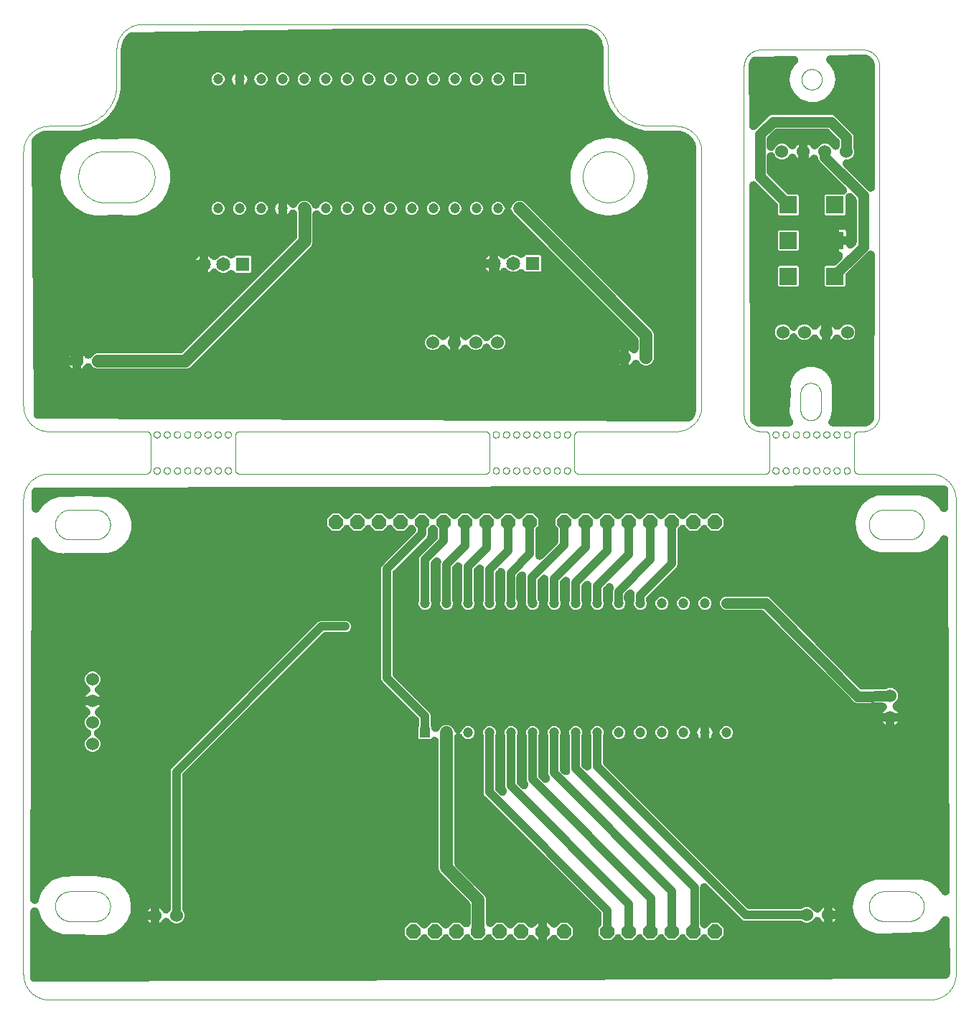
<source format=gbl>
G04 EAGLE Gerber RS-274X export*
G75*
%MOMM*%
%FSLAX34Y34*%
%LPD*%
%INBottom layer*%
%IPPOS*%
%AMOC8*
5,1,8,0,0,1.08239X$1,22.5*%
G01*
%ADD10C,0.001000*%
%ADD11P,1.814519X8X22.500000*%
%ADD12C,1.524000*%
%ADD13R,1.200000X1.200000*%
%ADD14C,1.200000*%
%ADD15R,2.100000X2.100000*%
%ADD16R,1.650000X1.650000*%
%ADD17C,1.650000*%
%ADD18C,1.016000*%
%ADD19C,0.654800*%
%ADD20C,1.500000*%
%ADD21C,1.270000*%

G36*
X1088019Y24921D02*
X1088019Y24921D01*
X1088173Y24931D01*
X1088327Y24931D01*
X1088491Y24952D01*
X1088655Y24963D01*
X1088806Y24993D01*
X1088959Y25012D01*
X1089119Y25053D01*
X1089280Y25085D01*
X1089427Y25133D01*
X1089576Y25172D01*
X1089729Y25232D01*
X1089885Y25284D01*
X1090025Y25350D01*
X1090168Y25407D01*
X1090312Y25486D01*
X1090461Y25557D01*
X1090591Y25640D01*
X1090726Y25714D01*
X1090859Y25811D01*
X1090998Y25900D01*
X1091116Y25999D01*
X1091241Y26089D01*
X1091361Y26202D01*
X1091488Y26307D01*
X1091593Y26420D01*
X1091705Y26526D01*
X1091810Y26653D01*
X1091922Y26773D01*
X1092013Y26898D01*
X1092111Y27017D01*
X1092199Y27156D01*
X1092296Y27289D01*
X1092370Y27425D01*
X1092452Y27555D01*
X1092522Y27704D01*
X1092601Y27849D01*
X1092658Y27992D01*
X1092723Y28132D01*
X1092774Y28288D01*
X1092834Y28442D01*
X1092872Y28591D01*
X1092920Y28738D01*
X1092951Y28900D01*
X1092991Y29059D01*
X1093010Y29212D01*
X1093039Y29364D01*
X1093049Y29524D01*
X1093070Y29691D01*
X1093070Y29859D01*
X1093079Y30018D01*
X1092857Y93508D01*
X1092854Y93545D01*
X1092856Y93582D01*
X1092833Y93863D01*
X1092815Y94144D01*
X1092808Y94180D01*
X1092805Y94217D01*
X1092747Y94493D01*
X1092693Y94769D01*
X1092682Y94804D01*
X1092674Y94840D01*
X1092582Y95108D01*
X1092494Y95374D01*
X1092479Y95408D01*
X1092467Y95443D01*
X1092342Y95696D01*
X1092221Y95950D01*
X1092201Y95981D01*
X1092185Y96014D01*
X1092030Y96249D01*
X1091878Y96487D01*
X1091855Y96515D01*
X1091835Y96546D01*
X1091653Y96759D01*
X1091471Y96977D01*
X1091444Y97002D01*
X1091420Y97030D01*
X1091212Y97219D01*
X1091005Y97412D01*
X1090976Y97433D01*
X1090948Y97458D01*
X1090718Y97620D01*
X1090489Y97785D01*
X1090457Y97803D01*
X1090426Y97824D01*
X1090177Y97955D01*
X1089930Y98091D01*
X1089896Y98104D01*
X1089863Y98121D01*
X1089600Y98221D01*
X1089337Y98324D01*
X1089301Y98333D01*
X1089267Y98346D01*
X1088994Y98411D01*
X1088720Y98481D01*
X1088683Y98486D01*
X1088647Y98494D01*
X1088367Y98525D01*
X1088087Y98560D01*
X1088051Y98560D01*
X1088014Y98564D01*
X1087732Y98559D01*
X1087450Y98559D01*
X1087414Y98554D01*
X1087377Y98553D01*
X1087098Y98514D01*
X1086818Y98478D01*
X1086783Y98469D01*
X1086746Y98463D01*
X1086474Y98389D01*
X1086201Y98319D01*
X1086167Y98305D01*
X1086132Y98295D01*
X1085871Y98187D01*
X1085609Y98083D01*
X1085577Y98066D01*
X1085543Y98051D01*
X1085297Y97911D01*
X1085051Y97776D01*
X1085022Y97754D01*
X1084990Y97736D01*
X1084763Y97566D01*
X1084536Y97401D01*
X1084510Y97376D01*
X1084480Y97353D01*
X1084277Y97157D01*
X1084072Y96964D01*
X1084049Y96936D01*
X1084022Y96910D01*
X1083866Y96714D01*
X1083666Y96473D01*
X1083642Y96434D01*
X1083613Y96398D01*
X1078133Y88550D01*
X1070267Y82593D01*
X1060949Y79347D01*
X1058436Y79291D01*
X1013156Y78285D01*
X1013103Y78280D01*
X1013051Y78282D01*
X1012033Y78238D01*
X1012032Y78238D01*
X1007389Y78039D01*
X998377Y80317D01*
X990396Y85081D01*
X984112Y91931D01*
X980054Y100294D01*
X978561Y109469D01*
X979757Y118687D01*
X983544Y127176D01*
X989603Y134225D01*
X997427Y139244D01*
X1006361Y141812D01*
X1008588Y141788D01*
X1010484Y141768D01*
X1011008Y141763D01*
X1011022Y141763D01*
X1011035Y141762D01*
X1032973Y141647D01*
X1033000Y141648D01*
X1033027Y141647D01*
X1054965Y141762D01*
X1054979Y141763D01*
X1054992Y141763D01*
X1057411Y141788D01*
X1057412Y141788D01*
X1059925Y141815D01*
X1069345Y138876D01*
X1077401Y133180D01*
X1083590Y124909D01*
X1083778Y124688D01*
X1083964Y124465D01*
X1083984Y124445D01*
X1084003Y124424D01*
X1084217Y124228D01*
X1084429Y124030D01*
X1084452Y124013D01*
X1084474Y123994D01*
X1084710Y123827D01*
X1084945Y123657D01*
X1084971Y123643D01*
X1084994Y123626D01*
X1085249Y123491D01*
X1085504Y123351D01*
X1085531Y123341D01*
X1085556Y123327D01*
X1085827Y123224D01*
X1086097Y123118D01*
X1086125Y123111D01*
X1086152Y123101D01*
X1086432Y123033D01*
X1086715Y122961D01*
X1086743Y122957D01*
X1086771Y122950D01*
X1087059Y122918D01*
X1087347Y122882D01*
X1087376Y122882D01*
X1087404Y122879D01*
X1087695Y122883D01*
X1087984Y122883D01*
X1088013Y122887D01*
X1088041Y122887D01*
X1088329Y122927D01*
X1088616Y122964D01*
X1088644Y122971D01*
X1088672Y122975D01*
X1088953Y123051D01*
X1089233Y123123D01*
X1089260Y123134D01*
X1089287Y123141D01*
X1089556Y123252D01*
X1089825Y123359D01*
X1089850Y123372D01*
X1089877Y123383D01*
X1090129Y123526D01*
X1090383Y123666D01*
X1090406Y123683D01*
X1090431Y123697D01*
X1090664Y123870D01*
X1090898Y124041D01*
X1090919Y124061D01*
X1090942Y124078D01*
X1091150Y124278D01*
X1091362Y124478D01*
X1091381Y124500D01*
X1091401Y124520D01*
X1091583Y124745D01*
X1091768Y124969D01*
X1091783Y124993D01*
X1091801Y125015D01*
X1091954Y125263D01*
X1092109Y125507D01*
X1092121Y125533D01*
X1092136Y125557D01*
X1092257Y125821D01*
X1092380Y126084D01*
X1092389Y126111D01*
X1092401Y126137D01*
X1092487Y126413D01*
X1092577Y126690D01*
X1092582Y126718D01*
X1092591Y126745D01*
X1092642Y127030D01*
X1092696Y127316D01*
X1092698Y127344D01*
X1092703Y127372D01*
X1092721Y127727D01*
X1092736Y127970D01*
X1091284Y542415D01*
X1091273Y542593D01*
X1091271Y542771D01*
X1091252Y542911D01*
X1091242Y543051D01*
X1091208Y543226D01*
X1091184Y543403D01*
X1091148Y543538D01*
X1091121Y543676D01*
X1091065Y543846D01*
X1091019Y544018D01*
X1090966Y544148D01*
X1090922Y544282D01*
X1090846Y544443D01*
X1090778Y544608D01*
X1090709Y544730D01*
X1090649Y544857D01*
X1090553Y545008D01*
X1090466Y545163D01*
X1090382Y545276D01*
X1090306Y545394D01*
X1090192Y545531D01*
X1090086Y545675D01*
X1089989Y545776D01*
X1089899Y545884D01*
X1089768Y546006D01*
X1089645Y546135D01*
X1089536Y546223D01*
X1089433Y546319D01*
X1089289Y546423D01*
X1089150Y546536D01*
X1089031Y546610D01*
X1088917Y546692D01*
X1088760Y546778D01*
X1088609Y546872D01*
X1088481Y546931D01*
X1088358Y546998D01*
X1088192Y547063D01*
X1088030Y547138D01*
X1087896Y547180D01*
X1087765Y547231D01*
X1087592Y547275D01*
X1087422Y547329D01*
X1087284Y547354D01*
X1087147Y547389D01*
X1086971Y547411D01*
X1086795Y547442D01*
X1086654Y547450D01*
X1086515Y547467D01*
X1086337Y547467D01*
X1086159Y547476D01*
X1086019Y547466D01*
X1085878Y547466D01*
X1085701Y547444D01*
X1085523Y547431D01*
X1085386Y547403D01*
X1085246Y547385D01*
X1085073Y547341D01*
X1084899Y547306D01*
X1084765Y547261D01*
X1084629Y547226D01*
X1084464Y547160D01*
X1084294Y547104D01*
X1084168Y547043D01*
X1084037Y546991D01*
X1083881Y546905D01*
X1083720Y546827D01*
X1083602Y546751D01*
X1083479Y546683D01*
X1083335Y546578D01*
X1083185Y546481D01*
X1083078Y546391D01*
X1082964Y546308D01*
X1082834Y546186D01*
X1082698Y546071D01*
X1082602Y545968D01*
X1082500Y545872D01*
X1082386Y545734D01*
X1082265Y545603D01*
X1082184Y545489D01*
X1082094Y545380D01*
X1081999Y545230D01*
X1081895Y545085D01*
X1081830Y544964D01*
X1081753Y544842D01*
X1081671Y544667D01*
X1081585Y544507D01*
X1080695Y542559D01*
X1074337Y535222D01*
X1066170Y529973D01*
X1056854Y527237D01*
X1010843Y527237D01*
X1000997Y530305D01*
X992509Y536163D01*
X986148Y544282D01*
X982490Y553924D01*
X981866Y564219D01*
X984333Y574233D01*
X989667Y583059D01*
X997385Y589900D01*
X1006789Y594134D01*
X1008769Y594375D01*
X1008852Y594391D01*
X1008936Y594398D01*
X1009165Y594449D01*
X1009395Y594492D01*
X1009476Y594517D01*
X1009558Y594536D01*
X1009779Y594614D01*
X1010002Y594686D01*
X1010079Y594721D01*
X1010158Y594750D01*
X1010184Y594763D01*
X1011646Y594763D01*
X1012041Y594788D01*
X1012259Y594800D01*
X1012953Y594884D01*
X1012966Y594882D01*
X1013195Y594829D01*
X1013278Y594821D01*
X1013361Y594805D01*
X1013584Y594791D01*
X1013829Y594766D01*
X1013924Y594769D01*
X1014015Y594763D01*
X1056854Y594763D01*
X1066170Y592027D01*
X1074337Y586779D01*
X1080695Y579441D01*
X1081454Y577780D01*
X1081546Y577607D01*
X1081630Y577430D01*
X1081696Y577327D01*
X1081754Y577218D01*
X1081868Y577058D01*
X1081973Y576893D01*
X1082052Y576799D01*
X1082123Y576699D01*
X1082255Y576554D01*
X1082381Y576403D01*
X1082470Y576319D01*
X1082553Y576229D01*
X1082703Y576102D01*
X1082846Y575968D01*
X1082946Y575896D01*
X1083039Y575817D01*
X1083204Y575710D01*
X1083362Y575595D01*
X1083470Y575536D01*
X1083573Y575469D01*
X1083750Y575383D01*
X1083922Y575289D01*
X1084036Y575244D01*
X1084146Y575191D01*
X1084332Y575128D01*
X1084514Y575056D01*
X1084634Y575026D01*
X1084750Y574987D01*
X1084941Y574947D01*
X1085132Y574899D01*
X1085254Y574884D01*
X1085374Y574859D01*
X1085570Y574845D01*
X1085764Y574820D01*
X1085887Y574821D01*
X1086009Y574811D01*
X1086205Y574821D01*
X1086401Y574821D01*
X1086523Y574837D01*
X1086646Y574843D01*
X1086839Y574877D01*
X1087033Y574902D01*
X1087152Y574933D01*
X1087273Y574954D01*
X1087460Y575013D01*
X1087650Y575062D01*
X1087764Y575107D01*
X1087882Y575143D01*
X1088060Y575225D01*
X1088242Y575297D01*
X1088350Y575356D01*
X1088462Y575407D01*
X1088628Y575510D01*
X1088800Y575604D01*
X1088899Y575677D01*
X1089004Y575741D01*
X1089157Y575864D01*
X1089315Y575980D01*
X1089405Y576064D01*
X1089500Y576141D01*
X1089636Y576282D01*
X1089779Y576416D01*
X1089858Y576511D01*
X1089943Y576599D01*
X1090060Y576756D01*
X1090185Y576907D01*
X1090251Y577011D01*
X1090324Y577109D01*
X1090421Y577280D01*
X1090526Y577445D01*
X1090578Y577557D01*
X1090639Y577663D01*
X1090714Y577844D01*
X1090797Y578022D01*
X1090835Y578139D01*
X1090882Y578252D01*
X1090933Y578442D01*
X1090994Y578628D01*
X1091017Y578749D01*
X1091049Y578867D01*
X1091076Y579061D01*
X1091113Y579254D01*
X1091121Y579374D01*
X1091138Y579498D01*
X1091141Y579711D01*
X1091153Y579908D01*
X1091079Y601018D01*
X1091069Y601168D01*
X1091069Y601319D01*
X1091048Y601486D01*
X1091037Y601654D01*
X1091008Y601802D01*
X1090989Y601951D01*
X1090948Y602114D01*
X1090916Y602279D01*
X1090869Y602422D01*
X1090831Y602568D01*
X1090769Y602725D01*
X1090717Y602884D01*
X1090652Y603020D01*
X1090597Y603161D01*
X1090516Y603308D01*
X1090444Y603460D01*
X1090363Y603587D01*
X1090290Y603719D01*
X1090191Y603855D01*
X1090101Y603997D01*
X1090005Y604113D01*
X1089916Y604235D01*
X1089801Y604358D01*
X1089693Y604487D01*
X1089583Y604590D01*
X1089480Y604700D01*
X1089351Y604807D01*
X1089228Y604922D01*
X1089106Y605010D01*
X1088990Y605106D01*
X1088848Y605196D01*
X1088711Y605295D01*
X1088579Y605367D01*
X1088452Y605448D01*
X1088300Y605520D01*
X1088152Y605601D01*
X1088012Y605656D01*
X1087876Y605720D01*
X1087716Y605772D01*
X1087560Y605834D01*
X1087413Y605871D01*
X1087270Y605918D01*
X1087105Y605950D01*
X1086942Y605991D01*
X1086792Y606010D01*
X1086644Y606038D01*
X1086482Y606048D01*
X1086310Y606070D01*
X1086146Y606070D01*
X1085991Y606079D01*
X14991Y604079D01*
X14850Y604070D01*
X14708Y604071D01*
X14532Y604050D01*
X14355Y604038D01*
X14216Y604011D01*
X14076Y603994D01*
X13903Y603951D01*
X13729Y603918D01*
X13595Y603874D01*
X13458Y603839D01*
X13292Y603775D01*
X13123Y603720D01*
X12995Y603659D01*
X12864Y603608D01*
X12708Y603524D01*
X12547Y603448D01*
X12428Y603372D01*
X12304Y603305D01*
X12159Y603201D01*
X12010Y603106D01*
X11901Y603016D01*
X11786Y602933D01*
X11656Y602812D01*
X11519Y602699D01*
X11423Y602596D01*
X11319Y602500D01*
X11205Y602364D01*
X11084Y602234D01*
X11001Y602120D01*
X10910Y602012D01*
X10814Y601862D01*
X10709Y601718D01*
X10642Y601595D01*
X10565Y601476D01*
X10488Y601316D01*
X10403Y601160D01*
X10351Y601029D01*
X10290Y600901D01*
X10234Y600733D01*
X10169Y600567D01*
X10134Y600430D01*
X10089Y600296D01*
X10055Y600122D01*
X10010Y599950D01*
X9993Y599810D01*
X9965Y599671D01*
X9954Y599500D01*
X9931Y599318D01*
X9931Y599164D01*
X9921Y599018D01*
X9852Y579257D01*
X9853Y579242D01*
X9852Y579227D01*
X9872Y578921D01*
X9890Y578621D01*
X9892Y578606D01*
X9893Y578591D01*
X9951Y578292D01*
X10007Y577995D01*
X10011Y577980D01*
X10014Y577966D01*
X10108Y577679D01*
X10201Y577388D01*
X10207Y577374D01*
X10212Y577360D01*
X10342Y577086D01*
X10470Y576810D01*
X10478Y576798D01*
X10484Y576784D01*
X10649Y576526D01*
X10809Y576271D01*
X10819Y576259D01*
X10827Y576247D01*
X11023Y576011D01*
X11213Y575778D01*
X11224Y575768D01*
X11234Y575757D01*
X11456Y575549D01*
X11676Y575340D01*
X11688Y575331D01*
X11699Y575321D01*
X11944Y575143D01*
X12190Y574963D01*
X12203Y574956D01*
X12215Y574947D01*
X12480Y574802D01*
X12746Y574654D01*
X12760Y574648D01*
X12773Y574641D01*
X13055Y574530D01*
X13338Y574416D01*
X13352Y574412D01*
X13366Y574407D01*
X13660Y574332D01*
X13954Y574255D01*
X13969Y574253D01*
X13983Y574249D01*
X14284Y574211D01*
X14586Y574172D01*
X14601Y574171D01*
X14615Y574170D01*
X14918Y574170D01*
X15223Y574168D01*
X15238Y574170D01*
X15253Y574170D01*
X15552Y574208D01*
X15855Y574245D01*
X15870Y574248D01*
X15885Y574250D01*
X16180Y574326D01*
X16473Y574400D01*
X16487Y574405D01*
X16502Y574409D01*
X16787Y574522D01*
X17067Y574631D01*
X17080Y574638D01*
X17094Y574643D01*
X17359Y574789D01*
X17627Y574934D01*
X17639Y574943D01*
X17652Y574950D01*
X17895Y575127D01*
X18145Y575306D01*
X18156Y575316D01*
X18168Y575325D01*
X18389Y575533D01*
X18612Y575739D01*
X18621Y575751D01*
X18632Y575761D01*
X18781Y575941D01*
X19021Y576228D01*
X19034Y576248D01*
X19049Y576266D01*
X23994Y583117D01*
X32199Y589234D01*
X41862Y592605D01*
X46977Y592762D01*
X49395Y592837D01*
X71000Y593502D01*
X92605Y592837D01*
X94815Y592769D01*
X95022Y592762D01*
X95113Y592760D01*
X95114Y592760D01*
X100238Y592602D01*
X110068Y589104D01*
X118356Y582765D01*
X124306Y574194D01*
X127347Y564212D01*
X127186Y553779D01*
X123840Y543896D01*
X117629Y535512D01*
X109150Y529431D01*
X99217Y526237D01*
X48212Y526237D01*
X47977Y526222D01*
X47741Y526215D01*
X47659Y526203D01*
X47576Y526197D01*
X47345Y526153D01*
X47343Y526153D01*
X46133Y526228D01*
X45972Y526227D01*
X45820Y526237D01*
X44608Y526237D01*
X44395Y526292D01*
X44315Y526303D01*
X44232Y526321D01*
X43974Y526346D01*
X43745Y526375D01*
X40846Y526553D01*
X31291Y530220D01*
X23279Y536587D01*
X19002Y542912D01*
X18956Y542972D01*
X18916Y543036D01*
X18761Y543224D01*
X18613Y543417D01*
X18560Y543470D01*
X18512Y543528D01*
X18335Y543696D01*
X18164Y543868D01*
X18104Y543915D01*
X18049Y543967D01*
X17853Y544111D01*
X17661Y544260D01*
X17597Y544299D01*
X17536Y544343D01*
X17323Y544462D01*
X17114Y544586D01*
X17045Y544616D01*
X16979Y544653D01*
X16753Y544744D01*
X16530Y544841D01*
X16458Y544862D01*
X16388Y544890D01*
X16152Y544952D01*
X15919Y545021D01*
X15844Y545033D01*
X15771Y545052D01*
X15529Y545084D01*
X15290Y545123D01*
X15214Y545125D01*
X15140Y545135D01*
X14896Y545136D01*
X14653Y545145D01*
X14578Y545138D01*
X14502Y545138D01*
X14260Y545109D01*
X14018Y545087D01*
X13945Y545071D01*
X13870Y545062D01*
X13634Y545003D01*
X13396Y544951D01*
X13325Y544925D01*
X13252Y544907D01*
X13025Y544819D01*
X12796Y544737D01*
X12728Y544703D01*
X12658Y544676D01*
X12444Y544560D01*
X12227Y544450D01*
X12164Y544408D01*
X12098Y544372D01*
X11900Y544230D01*
X11698Y544094D01*
X11642Y544045D01*
X11580Y544001D01*
X11402Y543835D01*
X11219Y543675D01*
X11168Y543619D01*
X11113Y543567D01*
X10957Y543381D01*
X10795Y543199D01*
X10753Y543137D01*
X10704Y543079D01*
X10572Y542874D01*
X10435Y542674D01*
X10400Y542607D01*
X10359Y542543D01*
X10254Y542324D01*
X10143Y542107D01*
X10117Y542037D01*
X10084Y541969D01*
X10008Y541738D01*
X9924Y541509D01*
X9907Y541435D01*
X9883Y541364D01*
X9836Y541125D01*
X9782Y540888D01*
X9774Y540813D01*
X9760Y540739D01*
X9744Y540510D01*
X9718Y540254D01*
X9721Y540168D01*
X9715Y540085D01*
X8242Y117994D01*
X8256Y117753D01*
X8263Y117511D01*
X8275Y117435D01*
X8280Y117358D01*
X8324Y117121D01*
X8361Y116882D01*
X8383Y116808D01*
X8397Y116732D01*
X8471Y116502D01*
X8537Y116269D01*
X8568Y116198D01*
X8591Y116125D01*
X8693Y115906D01*
X8789Y115684D01*
X8828Y115618D01*
X8860Y115548D01*
X8989Y115343D01*
X9111Y115134D01*
X9158Y115074D01*
X9199Y115008D01*
X9353Y114821D01*
X9500Y114630D01*
X9555Y114575D01*
X9603Y114516D01*
X9779Y114349D01*
X9949Y114178D01*
X10010Y114130D01*
X10066Y114078D01*
X10261Y113935D01*
X10452Y113786D01*
X10518Y113746D01*
X10580Y113701D01*
X10791Y113583D01*
X10999Y113459D01*
X11069Y113429D01*
X11136Y113391D01*
X11361Y113301D01*
X11583Y113204D01*
X11656Y113182D01*
X11728Y113154D01*
X11962Y113093D01*
X12194Y113024D01*
X12270Y113012D01*
X12344Y112992D01*
X12584Y112961D01*
X12823Y112922D01*
X12900Y112919D01*
X12976Y112909D01*
X13218Y112908D01*
X13459Y112899D01*
X13536Y112906D01*
X13613Y112906D01*
X13853Y112935D01*
X14094Y112957D01*
X14169Y112973D01*
X14245Y112982D01*
X14480Y113041D01*
X14716Y113093D01*
X14789Y113119D01*
X14863Y113137D01*
X15089Y113225D01*
X15317Y113306D01*
X15385Y113341D01*
X15457Y113368D01*
X15670Y113484D01*
X15886Y113593D01*
X15949Y113635D01*
X16017Y113672D01*
X16214Y113813D01*
X16415Y113948D01*
X16472Y113999D01*
X16535Y114044D01*
X16712Y114208D01*
X16895Y114367D01*
X16946Y114425D01*
X17002Y114477D01*
X17157Y114662D01*
X17318Y114843D01*
X17362Y114906D01*
X17411Y114965D01*
X17542Y115169D01*
X17679Y115368D01*
X17714Y115436D01*
X17756Y115501D01*
X17860Y115719D01*
X17971Y115934D01*
X17997Y116005D01*
X18031Y116076D01*
X18115Y116328D01*
X18196Y116550D01*
X20802Y125454D01*
X26449Y133984D01*
X34363Y140465D01*
X43839Y144319D01*
X46523Y144551D01*
X46524Y144551D01*
X48918Y144758D01*
X48919Y144759D01*
X48920Y144759D01*
X48934Y144760D01*
X49161Y144780D01*
X60967Y145801D01*
X85118Y145298D01*
X94697Y144065D01*
X94698Y144065D01*
X97068Y143760D01*
X97069Y143760D01*
X97070Y143760D01*
X97100Y143756D01*
X99497Y143448D01*
X102243Y143094D01*
X111667Y138753D01*
X119361Y131793D01*
X124622Y122850D01*
X126968Y112743D01*
X126184Y102397D01*
X122343Y92759D01*
X115794Y84711D01*
X107139Y78989D01*
X97169Y76117D01*
X94401Y76181D01*
X52265Y77161D01*
X51956Y77149D01*
X51711Y77140D01*
X50761Y77193D01*
X50676Y77193D01*
X50595Y77200D01*
X47552Y77271D01*
X47548Y77272D01*
X47246Y77348D01*
X47236Y77349D01*
X47226Y77352D01*
X46651Y77420D01*
X46596Y77427D01*
X46594Y77427D01*
X44851Y77525D01*
X35262Y81089D01*
X27155Y87328D01*
X21253Y95683D01*
X18101Y105356D01*
X18046Y105493D01*
X18001Y105633D01*
X17929Y105788D01*
X17866Y105948D01*
X17795Y106077D01*
X17732Y106211D01*
X17641Y106356D01*
X17558Y106506D01*
X17472Y106625D01*
X17393Y106750D01*
X17284Y106883D01*
X17184Y107021D01*
X17083Y107129D01*
X16989Y107243D01*
X16864Y107361D01*
X16747Y107486D01*
X16634Y107579D01*
X16527Y107681D01*
X16388Y107782D01*
X16256Y107892D01*
X16132Y107970D01*
X16013Y108058D01*
X15863Y108141D01*
X15718Y108233D01*
X15585Y108296D01*
X15456Y108367D01*
X15297Y108431D01*
X15142Y108504D01*
X15002Y108550D01*
X14865Y108605D01*
X14699Y108648D01*
X14536Y108701D01*
X14391Y108729D01*
X14248Y108766D01*
X14078Y108789D01*
X13910Y108821D01*
X13763Y108830D01*
X13617Y108849D01*
X13445Y108850D01*
X13274Y108861D01*
X13127Y108852D01*
X12980Y108853D01*
X12809Y108832D01*
X12638Y108821D01*
X12493Y108794D01*
X12347Y108776D01*
X12181Y108735D01*
X12012Y108703D01*
X11872Y108657D01*
X11729Y108621D01*
X11569Y108559D01*
X11406Y108506D01*
X11273Y108444D01*
X11135Y108390D01*
X10985Y108308D01*
X10829Y108235D01*
X10705Y108156D01*
X10575Y108086D01*
X10436Y107987D01*
X10291Y107895D01*
X10177Y107801D01*
X10058Y107715D01*
X9932Y107598D01*
X9800Y107489D01*
X9698Y107382D01*
X9591Y107282D01*
X9480Y107150D01*
X9363Y107025D01*
X9276Y106906D01*
X9181Y106793D01*
X9088Y106649D01*
X8987Y106510D01*
X8916Y106381D01*
X8836Y106258D01*
X8763Y106103D01*
X8680Y105953D01*
X8625Y105816D01*
X8561Y105683D01*
X8507Y105520D01*
X8444Y105361D01*
X8407Y105218D01*
X8360Y105078D01*
X8327Y104910D01*
X8284Y104744D01*
X8265Y104598D01*
X8237Y104453D01*
X8225Y104287D01*
X8203Y104112D01*
X8203Y103951D01*
X8192Y103800D01*
X7921Y26018D01*
X7931Y25845D01*
X7931Y25672D01*
X7950Y25527D01*
X7959Y25382D01*
X7990Y25211D01*
X8012Y25040D01*
X8049Y24899D01*
X8076Y24755D01*
X8129Y24591D01*
X8172Y24423D01*
X8226Y24287D01*
X8270Y24149D01*
X8343Y23992D01*
X8407Y23831D01*
X8478Y23703D01*
X8539Y23571D01*
X8631Y23425D01*
X8715Y23273D01*
X8801Y23155D01*
X8878Y23032D01*
X8988Y22898D01*
X9090Y22758D01*
X9190Y22652D01*
X9282Y22539D01*
X9408Y22420D01*
X9527Y22294D01*
X9639Y22201D01*
X9745Y22101D01*
X9885Y21998D01*
X10018Y21888D01*
X10141Y21810D01*
X10259Y21724D01*
X10410Y21640D01*
X10556Y21547D01*
X10688Y21485D01*
X10815Y21415D01*
X10976Y21350D01*
X11133Y21276D01*
X11272Y21231D01*
X11407Y21177D01*
X11574Y21133D01*
X11739Y21080D01*
X11882Y21053D01*
X12023Y21016D01*
X12195Y20993D01*
X12365Y20961D01*
X12506Y20952D01*
X12655Y20933D01*
X12843Y20932D01*
X13019Y20921D01*
X1088019Y24921D01*
G37*
G36*
X784890Y681942D02*
X784890Y681942D01*
X784973Y681939D01*
X785208Y681961D01*
X785443Y681974D01*
X785525Y681990D01*
X785608Y681997D01*
X785838Y682048D01*
X786070Y682091D01*
X786149Y682117D01*
X786230Y682134D01*
X786452Y682214D01*
X786677Y682286D01*
X786752Y682321D01*
X786830Y682348D01*
X787040Y682455D01*
X787254Y682554D01*
X787325Y682598D01*
X787398Y682636D01*
X787594Y682768D01*
X787794Y682893D01*
X787858Y682946D01*
X787927Y682992D01*
X788095Y683140D01*
X788287Y683297D01*
X788351Y683365D01*
X788419Y683425D01*
X789328Y684334D01*
X789340Y684347D01*
X789353Y684360D01*
X789552Y684588D01*
X789749Y684812D01*
X789759Y684827D01*
X789771Y684840D01*
X789905Y685041D01*
X790107Y685338D01*
X790120Y685363D01*
X790135Y685386D01*
X792724Y689870D01*
X792732Y689886D01*
X792742Y689902D01*
X792873Y690170D01*
X793007Y690441D01*
X793013Y690458D01*
X793021Y690474D01*
X793098Y690700D01*
X793217Y691042D01*
X793223Y691069D01*
X793231Y691095D01*
X793906Y693613D01*
X793910Y693631D01*
X793916Y693649D01*
X793973Y693944D01*
X794032Y694238D01*
X794034Y694256D01*
X794037Y694274D01*
X794053Y694514D01*
X794079Y694873D01*
X794078Y694901D01*
X794079Y694928D01*
X794079Y1005072D01*
X794078Y1005090D01*
X794079Y1005109D01*
X794058Y1005408D01*
X794039Y1005708D01*
X794036Y1005726D01*
X794035Y1005744D01*
X793987Y1005980D01*
X793920Y1006334D01*
X793911Y1006360D01*
X793906Y1006387D01*
X793231Y1008905D01*
X793225Y1008923D01*
X793222Y1008940D01*
X793124Y1009225D01*
X793028Y1009509D01*
X793020Y1009525D01*
X793014Y1009543D01*
X792907Y1009759D01*
X792751Y1010083D01*
X792736Y1010106D01*
X792724Y1010130D01*
X790135Y1014614D01*
X790125Y1014630D01*
X790117Y1014646D01*
X790039Y1014761D01*
X790018Y1014799D01*
X789945Y1014900D01*
X789782Y1015145D01*
X789770Y1015159D01*
X789760Y1015174D01*
X789686Y1015258D01*
X789645Y1015316D01*
X789520Y1015450D01*
X789366Y1015628D01*
X789346Y1015646D01*
X789328Y1015666D01*
X785666Y1019328D01*
X785653Y1019340D01*
X785640Y1019353D01*
X785413Y1019551D01*
X785189Y1019749D01*
X785174Y1019759D01*
X785160Y1019771D01*
X784959Y1019905D01*
X784662Y1020107D01*
X784637Y1020120D01*
X784614Y1020135D01*
X780130Y1022724D01*
X780114Y1022732D01*
X780098Y1022742D01*
X779829Y1022874D01*
X779560Y1023007D01*
X779542Y1023013D01*
X779526Y1023021D01*
X779298Y1023098D01*
X778958Y1023217D01*
X778931Y1023223D01*
X778905Y1023231D01*
X773904Y1024572D01*
X773736Y1024605D01*
X773571Y1024649D01*
X773428Y1024667D01*
X773279Y1024697D01*
X773094Y1024711D01*
X772921Y1024734D01*
X770332Y1024903D01*
X770161Y1024904D01*
X770000Y1024914D01*
X733793Y1024914D01*
X721691Y1027677D01*
X710507Y1033062D01*
X700802Y1040802D01*
X693062Y1050507D01*
X687677Y1061691D01*
X684914Y1073793D01*
X684914Y1120000D01*
X684904Y1120171D01*
X684903Y1120332D01*
X684734Y1122921D01*
X684712Y1123090D01*
X684700Y1123261D01*
X684672Y1123403D01*
X684652Y1123553D01*
X684606Y1123732D01*
X684572Y1123904D01*
X683231Y1128905D01*
X683225Y1128923D01*
X683222Y1128940D01*
X683124Y1129224D01*
X683028Y1129509D01*
X683020Y1129525D01*
X683014Y1129543D01*
X682907Y1129759D01*
X682751Y1130083D01*
X682736Y1130106D01*
X682724Y1130130D01*
X680135Y1134614D01*
X680125Y1134630D01*
X680117Y1134646D01*
X679949Y1134894D01*
X679782Y1135145D01*
X679770Y1135159D01*
X679760Y1135174D01*
X679602Y1135354D01*
X679366Y1135628D01*
X679345Y1135646D01*
X679328Y1135666D01*
X675666Y1139328D01*
X675653Y1139340D01*
X675640Y1139353D01*
X675412Y1139552D01*
X675188Y1139749D01*
X675173Y1139759D01*
X675160Y1139771D01*
X674958Y1139906D01*
X674662Y1140107D01*
X674637Y1140120D01*
X674614Y1140135D01*
X670130Y1142724D01*
X670114Y1142732D01*
X670098Y1142742D01*
X669828Y1142874D01*
X669559Y1143007D01*
X669542Y1143013D01*
X669526Y1143021D01*
X669298Y1143098D01*
X668958Y1143217D01*
X668931Y1143223D01*
X668905Y1143231D01*
X663904Y1144572D01*
X663736Y1144605D01*
X663571Y1144649D01*
X663428Y1144667D01*
X663279Y1144697D01*
X663094Y1144711D01*
X662921Y1144734D01*
X660332Y1144903D01*
X660161Y1144904D01*
X660000Y1144914D01*
X390845Y1144914D01*
X390805Y1144912D01*
X390767Y1144914D01*
X127896Y1140843D01*
X127889Y1140843D01*
X127882Y1140843D01*
X127575Y1140818D01*
X127261Y1140794D01*
X127254Y1140792D01*
X127247Y1140792D01*
X126943Y1140728D01*
X126637Y1140665D01*
X126630Y1140662D01*
X126624Y1140661D01*
X126326Y1140559D01*
X126034Y1140459D01*
X126028Y1140456D01*
X126021Y1140453D01*
X125850Y1140369D01*
X125462Y1140179D01*
X125448Y1140170D01*
X125434Y1140163D01*
X125385Y1140134D01*
X125370Y1140124D01*
X125354Y1140117D01*
X125106Y1139949D01*
X124854Y1139782D01*
X124840Y1139770D01*
X124826Y1139760D01*
X124647Y1139603D01*
X124372Y1139365D01*
X124353Y1139345D01*
X124334Y1139328D01*
X120672Y1135666D01*
X120660Y1135653D01*
X120647Y1135640D01*
X120448Y1135412D01*
X120251Y1135188D01*
X120241Y1135173D01*
X120229Y1135160D01*
X120094Y1134958D01*
X119893Y1134662D01*
X119880Y1134637D01*
X119865Y1134614D01*
X117276Y1130130D01*
X117268Y1130114D01*
X117258Y1130098D01*
X117126Y1129828D01*
X116993Y1129559D01*
X116987Y1129542D01*
X116979Y1129526D01*
X116901Y1129298D01*
X116783Y1128958D01*
X116777Y1128931D01*
X116769Y1128905D01*
X115428Y1123904D01*
X115395Y1123736D01*
X115351Y1123571D01*
X115333Y1123428D01*
X115303Y1123279D01*
X115289Y1123094D01*
X115266Y1122921D01*
X115097Y1120332D01*
X115096Y1120161D01*
X115086Y1120000D01*
X115086Y1073793D01*
X112323Y1061691D01*
X106938Y1050507D01*
X99198Y1040802D01*
X89493Y1033062D01*
X78309Y1027676D01*
X66207Y1024914D01*
X30000Y1024914D01*
X29829Y1024904D01*
X29668Y1024903D01*
X27079Y1024734D01*
X26910Y1024712D01*
X26739Y1024700D01*
X26597Y1024672D01*
X26447Y1024652D01*
X26268Y1024606D01*
X26096Y1024572D01*
X21095Y1023231D01*
X21077Y1023225D01*
X21060Y1023222D01*
X20776Y1023124D01*
X20491Y1023028D01*
X20475Y1023020D01*
X20457Y1023014D01*
X20240Y1022907D01*
X19917Y1022751D01*
X19894Y1022736D01*
X19870Y1022724D01*
X15386Y1020135D01*
X15370Y1020125D01*
X15354Y1020117D01*
X15105Y1019949D01*
X14855Y1019782D01*
X14841Y1019770D01*
X14826Y1019760D01*
X14645Y1019601D01*
X14372Y1019366D01*
X14354Y1019346D01*
X14334Y1019328D01*
X11228Y1016223D01*
X11169Y1016155D01*
X11103Y1016093D01*
X10958Y1015916D01*
X10807Y1015745D01*
X10756Y1015670D01*
X10699Y1015600D01*
X10578Y1015407D01*
X10449Y1015218D01*
X10408Y1015137D01*
X10360Y1015061D01*
X10263Y1014854D01*
X10159Y1014650D01*
X10129Y1014566D01*
X10091Y1014484D01*
X10021Y1014266D01*
X9943Y1014051D01*
X9924Y1013963D01*
X9896Y1013877D01*
X9854Y1013653D01*
X9804Y1013429D01*
X9795Y1013339D01*
X9779Y1013251D01*
X9766Y1013034D01*
X9743Y1012795D01*
X9747Y1012694D01*
X9741Y1012597D01*
X11921Y689966D01*
X11930Y689838D01*
X11929Y689710D01*
X11952Y689521D01*
X11965Y689330D01*
X11990Y689204D01*
X12005Y689078D01*
X12052Y688893D01*
X12089Y688705D01*
X12129Y688584D01*
X12160Y688460D01*
X12229Y688281D01*
X12289Y688100D01*
X12345Y687985D01*
X12391Y687866D01*
X12482Y687698D01*
X12564Y687526D01*
X12633Y687418D01*
X12694Y687306D01*
X12806Y687150D01*
X12909Y686990D01*
X12991Y686892D01*
X13066Y686788D01*
X13195Y686648D01*
X13318Y686501D01*
X13412Y686414D01*
X13499Y686320D01*
X13645Y686198D01*
X13785Y686068D01*
X13889Y685993D01*
X13987Y685911D01*
X14147Y685808D01*
X14303Y685696D01*
X14415Y685635D01*
X14522Y685566D01*
X14695Y685483D01*
X14863Y685392D01*
X14982Y685346D01*
X15097Y685291D01*
X15278Y685230D01*
X15456Y685161D01*
X15580Y685130D01*
X15702Y685090D01*
X15889Y685052D01*
X16074Y685006D01*
X16201Y684990D01*
X16327Y684966D01*
X16510Y684953D01*
X16707Y684929D01*
X16847Y684930D01*
X16980Y684921D01*
X784807Y681937D01*
X784890Y681942D01*
G37*
G36*
X903299Y675929D02*
X903299Y675929D01*
X903427Y675927D01*
X903617Y675949D01*
X903808Y675961D01*
X903933Y675984D01*
X904060Y675999D01*
X904246Y676044D01*
X904434Y676080D01*
X904555Y676119D01*
X904679Y676149D01*
X904858Y676217D01*
X905040Y676277D01*
X905155Y676331D01*
X905274Y676376D01*
X905443Y676466D01*
X905617Y676548D01*
X905724Y676616D01*
X905837Y676675D01*
X905993Y676786D01*
X906155Y676889D01*
X906253Y676970D01*
X906357Y677043D01*
X906499Y677172D01*
X906646Y677294D01*
X906733Y677387D01*
X906827Y677473D01*
X906951Y677619D01*
X907083Y677758D01*
X907158Y677861D01*
X907240Y677958D01*
X907345Y678118D01*
X907458Y678274D01*
X907519Y678385D01*
X907589Y678491D01*
X907673Y678664D01*
X907766Y678831D01*
X907812Y678950D01*
X907868Y679064D01*
X907930Y679245D01*
X908001Y679424D01*
X908033Y679547D01*
X908074Y679667D01*
X908112Y679855D01*
X908160Y680040D01*
X908176Y680167D01*
X908202Y680291D01*
X908217Y680482D01*
X908241Y680672D01*
X908241Y680800D01*
X908251Y680926D01*
X908242Y681118D01*
X908242Y681310D01*
X908227Y681436D01*
X908220Y681563D01*
X908187Y681751D01*
X908164Y681942D01*
X908132Y682065D01*
X908110Y682190D01*
X908054Y682373D01*
X908006Y682559D01*
X907960Y682678D01*
X907922Y682799D01*
X907844Y682974D01*
X907773Y683152D01*
X907712Y683264D01*
X907660Y683380D01*
X907563Y683537D01*
X907468Y683711D01*
X907386Y683825D01*
X907316Y683937D01*
X906441Y685172D01*
X904102Y692961D01*
X904158Y694641D01*
X904157Y694689D01*
X904160Y694736D01*
X904149Y694980D01*
X904237Y697004D01*
X904236Y697030D01*
X904239Y697056D01*
X904306Y699075D01*
X904335Y699301D01*
X904335Y699360D01*
X904342Y699416D01*
X905186Y718832D01*
X905184Y718913D01*
X905190Y718993D01*
X905178Y719218D01*
X905173Y719469D01*
X905160Y719559D01*
X905156Y719648D01*
X904762Y722984D01*
X906519Y730998D01*
X910802Y737995D01*
X917139Y743204D01*
X924832Y746054D01*
X933034Y746228D01*
X940842Y743709D01*
X947394Y738773D01*
X951971Y731965D01*
X954068Y724033D01*
X953898Y721772D01*
X953761Y719943D01*
X953759Y719846D01*
X953750Y719753D01*
X953354Y709190D01*
X953359Y708994D01*
X953354Y708810D01*
X953750Y698247D01*
X953760Y698150D01*
X953761Y698057D01*
X953787Y697712D01*
X954065Y694002D01*
X952053Y686123D01*
X950523Y683762D01*
X950513Y683744D01*
X950501Y683727D01*
X950358Y683467D01*
X950211Y683207D01*
X950203Y683187D01*
X950193Y683169D01*
X950083Y682893D01*
X949971Y682617D01*
X949965Y682596D01*
X949958Y682576D01*
X949882Y682285D01*
X949806Y682001D01*
X949804Y681980D01*
X949798Y681960D01*
X949760Y681663D01*
X949720Y681370D01*
X949720Y681349D01*
X949717Y681328D01*
X949717Y681029D01*
X949714Y680733D01*
X949716Y680712D01*
X949716Y680690D01*
X949753Y680394D01*
X949787Y680100D01*
X949792Y680080D01*
X949795Y680058D01*
X949869Y679767D01*
X949939Y679481D01*
X949947Y679462D01*
X949952Y679441D01*
X950061Y679162D01*
X950167Y678886D01*
X950177Y678868D01*
X950185Y678848D01*
X950329Y678585D01*
X950468Y678325D01*
X950481Y678308D01*
X950491Y678289D01*
X950666Y678047D01*
X950837Y677805D01*
X950852Y677790D01*
X950864Y677772D01*
X951067Y677555D01*
X951268Y677336D01*
X951284Y677322D01*
X951299Y677307D01*
X951526Y677118D01*
X951754Y676925D01*
X951773Y676913D01*
X951789Y676899D01*
X952038Y676740D01*
X952289Y676577D01*
X952308Y676568D01*
X952326Y676556D01*
X952596Y676428D01*
X952862Y676299D01*
X952882Y676293D01*
X952901Y676283D01*
X953185Y676190D01*
X953466Y676095D01*
X953487Y676091D01*
X953507Y676085D01*
X953798Y676028D01*
X954090Y675969D01*
X954111Y675967D01*
X954132Y675963D01*
X954378Y675947D01*
X954725Y675921D01*
X954756Y675923D01*
X954786Y675921D01*
X993736Y675921D01*
X993887Y675930D01*
X994038Y675930D01*
X994204Y675950D01*
X994372Y675961D01*
X994520Y675989D01*
X994670Y676008D01*
X994828Y676048D01*
X994998Y676080D01*
X995154Y676131D01*
X995305Y676169D01*
X996035Y676406D01*
X996175Y676462D01*
X996319Y676508D01*
X996471Y676579D01*
X996627Y676641D01*
X996759Y676714D01*
X996897Y676778D01*
X997034Y676865D01*
X997185Y676948D01*
X997319Y677045D01*
X997450Y677128D01*
X999940Y678936D01*
X1000056Y679033D01*
X1000179Y679121D01*
X1000302Y679236D01*
X1000431Y679342D01*
X1000534Y679453D01*
X1000645Y679556D01*
X1000749Y679681D01*
X1000867Y679807D01*
X1000964Y679940D01*
X1001064Y680060D01*
X1002872Y682550D01*
X1002953Y682677D01*
X1003043Y682799D01*
X1003124Y682946D01*
X1003214Y683087D01*
X1003278Y683224D01*
X1003351Y683357D01*
X1003412Y683508D01*
X1003485Y683664D01*
X1003536Y683820D01*
X1003594Y683965D01*
X1003843Y684733D01*
X1003879Y684874D01*
X1003925Y685012D01*
X1003958Y685182D01*
X1004002Y685350D01*
X1004020Y685494D01*
X1004048Y685637D01*
X1004059Y685805D01*
X1004082Y685982D01*
X1004082Y686140D01*
X1004092Y686290D01*
X1004539Y877872D01*
X1004525Y878114D01*
X1004517Y878357D01*
X1004505Y878432D01*
X1004501Y878508D01*
X1004456Y878746D01*
X1004418Y878986D01*
X1004397Y879059D01*
X1004383Y879134D01*
X1004309Y879365D01*
X1004241Y879598D01*
X1004211Y879668D01*
X1004188Y879740D01*
X1004085Y879960D01*
X1003989Y880183D01*
X1003950Y880249D01*
X1003918Y880318D01*
X1003789Y880523D01*
X1003665Y880732D01*
X1003619Y880792D01*
X1003578Y880857D01*
X1003424Y881044D01*
X1003276Y881236D01*
X1003222Y881290D01*
X1003174Y881349D01*
X1002997Y881516D01*
X1002826Y881688D01*
X1002766Y881734D01*
X1002711Y881787D01*
X1002515Y881930D01*
X1002323Y882079D01*
X1002258Y882118D01*
X1002197Y882163D01*
X1001984Y882280D01*
X1001776Y882404D01*
X1001706Y882435D01*
X1001639Y882472D01*
X1001414Y882562D01*
X1001191Y882659D01*
X1001118Y882680D01*
X1001048Y882708D01*
X1000813Y882770D01*
X1000580Y882838D01*
X1000505Y882850D01*
X1000431Y882869D01*
X1000190Y882901D01*
X999951Y882939D01*
X999875Y882942D01*
X999799Y882952D01*
X999556Y882953D01*
X999314Y882961D01*
X999239Y882954D01*
X999162Y882954D01*
X998921Y882925D01*
X998680Y882903D01*
X998606Y882886D01*
X998530Y882877D01*
X998294Y882818D01*
X998058Y882766D01*
X997986Y882740D01*
X997912Y882721D01*
X997686Y882633D01*
X997457Y882552D01*
X997390Y882517D01*
X997319Y882490D01*
X997105Y882374D01*
X996889Y882264D01*
X996826Y882222D01*
X996759Y882185D01*
X996562Y882043D01*
X996361Y881908D01*
X996304Y881858D01*
X996242Y881813D01*
X996046Y881631D01*
X995868Y881475D01*
X994716Y880323D01*
X971012Y856619D01*
X970964Y856565D01*
X970911Y856515D01*
X970753Y856326D01*
X970591Y856141D01*
X970550Y856081D01*
X970503Y856025D01*
X970371Y855818D01*
X970233Y855615D01*
X970200Y855550D01*
X970160Y855488D01*
X970055Y855266D01*
X969943Y855047D01*
X969919Y854978D01*
X969887Y854912D01*
X969811Y854679D01*
X969727Y854448D01*
X969711Y854376D01*
X969688Y854307D01*
X969642Y854066D01*
X969588Y853826D01*
X969581Y853753D01*
X969567Y853682D01*
X969552Y853450D01*
X969527Y853192D01*
X969530Y853108D01*
X969525Y853028D01*
X969525Y842197D01*
X969293Y841636D01*
X968864Y841207D01*
X968303Y840975D01*
X946697Y840975D01*
X946136Y841207D01*
X945707Y841636D01*
X945475Y842197D01*
X945475Y863803D01*
X945707Y864364D01*
X946136Y864793D01*
X946697Y865025D01*
X955041Y865025D01*
X955114Y865029D01*
X955187Y865027D01*
X955432Y865049D01*
X955677Y865065D01*
X955748Y865078D01*
X955821Y865085D01*
X956061Y865138D01*
X956303Y865184D01*
X956372Y865207D01*
X956443Y865222D01*
X956674Y865305D01*
X956909Y865381D01*
X956975Y865412D01*
X957043Y865436D01*
X957262Y865547D01*
X957485Y865652D01*
X957547Y865691D01*
X957612Y865724D01*
X957816Y865861D01*
X958023Y865993D01*
X958080Y866039D01*
X958140Y866080D01*
X958314Y866233D01*
X958515Y866398D01*
X958572Y866459D01*
X958632Y866512D01*
X965408Y873288D01*
X965565Y873466D01*
X965727Y873639D01*
X965776Y873705D01*
X965830Y873766D01*
X965963Y873962D01*
X966102Y874154D01*
X966142Y874226D01*
X966188Y874293D01*
X966296Y874504D01*
X966410Y874712D01*
X966440Y874787D01*
X966478Y874861D01*
X966558Y875084D01*
X966645Y875304D01*
X966666Y875383D01*
X966694Y875460D01*
X966745Y875691D01*
X966805Y875920D01*
X966815Y876002D01*
X966833Y876082D01*
X966855Y876317D01*
X966886Y876552D01*
X966886Y876635D01*
X966893Y876716D01*
X966886Y876952D01*
X966887Y877190D01*
X966877Y877271D01*
X966874Y877353D01*
X966837Y877587D01*
X966808Y877822D01*
X966788Y877901D01*
X966775Y877982D01*
X966709Y878210D01*
X966651Y878439D01*
X966621Y878516D01*
X966598Y878594D01*
X966504Y878812D01*
X966418Y879032D01*
X966378Y879104D01*
X966346Y879179D01*
X966226Y879384D01*
X966112Y879591D01*
X966064Y879658D01*
X966022Y879728D01*
X965877Y879916D01*
X965739Y880108D01*
X965683Y880167D01*
X965633Y880232D01*
X965465Y880400D01*
X965304Y880573D01*
X965241Y880626D01*
X965183Y880684D01*
X964996Y880829D01*
X964814Y880981D01*
X964745Y881025D01*
X964680Y881075D01*
X964477Y881196D01*
X964277Y881324D01*
X964203Y881359D01*
X964133Y881401D01*
X963915Y881495D01*
X963701Y881597D01*
X963624Y881622D01*
X963548Y881655D01*
X963321Y881722D01*
X963096Y881796D01*
X963016Y881811D01*
X962937Y881834D01*
X962703Y881872D01*
X962579Y881896D01*
X962579Y889921D01*
X970605Y889921D01*
X970625Y889815D01*
X970662Y889581D01*
X970685Y889502D01*
X970700Y889421D01*
X970773Y889196D01*
X970839Y888969D01*
X970871Y888893D01*
X970897Y888815D01*
X970997Y888601D01*
X971091Y888384D01*
X971133Y888313D01*
X971168Y888239D01*
X971294Y888039D01*
X971415Y887835D01*
X971465Y887770D01*
X971509Y887701D01*
X971659Y887518D01*
X971804Y887331D01*
X971862Y887273D01*
X971914Y887209D01*
X972087Y887047D01*
X972254Y886879D01*
X972319Y886829D01*
X972378Y886773D01*
X972570Y886633D01*
X972757Y886488D01*
X972827Y886446D01*
X972893Y886398D01*
X973101Y886283D01*
X973304Y886162D01*
X973380Y886130D01*
X973451Y886090D01*
X973671Y886003D01*
X973889Y885908D01*
X973967Y885885D01*
X974044Y885855D01*
X974273Y885795D01*
X974500Y885729D01*
X974581Y885716D01*
X974660Y885695D01*
X974896Y885665D01*
X975129Y885628D01*
X975211Y885625D01*
X975292Y885614D01*
X975529Y885614D01*
X975766Y885606D01*
X975847Y885613D01*
X975930Y885613D01*
X976164Y885643D01*
X976400Y885664D01*
X976480Y885682D01*
X976562Y885692D01*
X976791Y885750D01*
X977022Y885801D01*
X977100Y885829D01*
X977179Y885849D01*
X977400Y885936D01*
X977623Y886015D01*
X977696Y886052D01*
X977772Y886082D01*
X977980Y886196D01*
X978191Y886303D01*
X978259Y886349D01*
X978331Y886388D01*
X978523Y886527D01*
X978719Y886659D01*
X978780Y886712D01*
X978848Y886761D01*
X979038Y886939D01*
X979212Y887092D01*
X981608Y889488D01*
X981656Y889542D01*
X981709Y889592D01*
X981866Y889781D01*
X982029Y889966D01*
X982070Y890026D01*
X982117Y890082D01*
X982249Y890289D01*
X982387Y890492D01*
X982420Y890557D01*
X982460Y890619D01*
X982565Y890841D01*
X982677Y891060D01*
X982701Y891129D01*
X982733Y891195D01*
X982809Y891428D01*
X982893Y891659D01*
X982909Y891731D01*
X982932Y891800D01*
X982978Y892041D01*
X983032Y892281D01*
X983039Y892354D01*
X983053Y892425D01*
X983068Y892657D01*
X983093Y892915D01*
X983090Y892999D01*
X983095Y893079D01*
X983095Y942664D01*
X983091Y942737D01*
X983093Y942810D01*
X983071Y943055D01*
X983055Y943300D01*
X983042Y943372D01*
X983035Y943444D01*
X982982Y943685D01*
X982936Y943926D01*
X982914Y943995D01*
X982898Y944067D01*
X982815Y944298D01*
X982739Y944532D01*
X982708Y944598D01*
X982684Y944667D01*
X982573Y944886D01*
X982468Y945109D01*
X982429Y945170D01*
X982396Y945235D01*
X982259Y945439D01*
X982127Y945647D01*
X982081Y945703D01*
X982040Y945764D01*
X981887Y945937D01*
X981722Y946138D01*
X981661Y946195D01*
X981608Y946256D01*
X978196Y949668D01*
X978018Y949825D01*
X977846Y949987D01*
X977779Y950035D01*
X977718Y950089D01*
X977522Y950222D01*
X977330Y950362D01*
X977259Y950401D01*
X977191Y950448D01*
X976980Y950555D01*
X976773Y950669D01*
X976696Y950700D01*
X976623Y950737D01*
X976401Y950817D01*
X976180Y950905D01*
X976101Y950925D01*
X976024Y950953D01*
X975793Y951005D01*
X975564Y951064D01*
X975482Y951075D01*
X975402Y951092D01*
X975167Y951115D01*
X974932Y951145D01*
X974849Y951145D01*
X974768Y951153D01*
X974532Y951146D01*
X974294Y951146D01*
X974213Y951136D01*
X974131Y951134D01*
X973897Y951097D01*
X973662Y951068D01*
X973583Y951047D01*
X973502Y951035D01*
X973274Y950969D01*
X973045Y950910D01*
X972968Y950880D01*
X972890Y950858D01*
X972672Y950764D01*
X972452Y950677D01*
X972380Y950638D01*
X972305Y950605D01*
X972101Y950485D01*
X971893Y950371D01*
X971826Y950323D01*
X971756Y950282D01*
X971568Y950137D01*
X971376Y949998D01*
X971316Y949942D01*
X971252Y949892D01*
X971084Y949725D01*
X970911Y949563D01*
X970858Y949500D01*
X970800Y949442D01*
X970655Y949255D01*
X970503Y949074D01*
X970459Y949004D01*
X970409Y948940D01*
X970288Y948736D01*
X970160Y948537D01*
X970125Y948462D01*
X970083Y948392D01*
X969989Y948175D01*
X969887Y947961D01*
X969862Y947883D01*
X969829Y947808D01*
X969762Y947580D01*
X969688Y947356D01*
X969673Y947275D01*
X969650Y947196D01*
X969612Y946963D01*
X969567Y946730D01*
X969562Y946650D01*
X969549Y946567D01*
X969540Y946307D01*
X969525Y946076D01*
X969525Y926197D01*
X969293Y925636D01*
X968864Y925207D01*
X968303Y924975D01*
X946697Y924975D01*
X946136Y925207D01*
X945707Y925636D01*
X945475Y926197D01*
X945475Y947803D01*
X945707Y948364D01*
X946136Y948793D01*
X946697Y949025D01*
X966576Y949025D01*
X966813Y949040D01*
X967049Y949047D01*
X967130Y949060D01*
X967212Y949065D01*
X967445Y949109D01*
X967679Y949146D01*
X967758Y949169D01*
X967838Y949184D01*
X968063Y949257D01*
X968291Y949323D01*
X968366Y949355D01*
X968444Y949381D01*
X968658Y949481D01*
X968876Y949575D01*
X968947Y949617D01*
X969021Y949652D01*
X969220Y949778D01*
X969425Y949899D01*
X969490Y949949D01*
X969559Y949993D01*
X969741Y950143D01*
X969929Y950288D01*
X969987Y950346D01*
X970050Y950398D01*
X970212Y950571D01*
X970380Y950738D01*
X970431Y950803D01*
X970487Y950862D01*
X970626Y951054D01*
X970772Y951241D01*
X970814Y951311D01*
X970862Y951377D01*
X970976Y951585D01*
X971097Y951788D01*
X971130Y951864D01*
X971169Y951935D01*
X971257Y952155D01*
X971351Y952373D01*
X971374Y952451D01*
X971405Y952528D01*
X971464Y952757D01*
X971531Y952984D01*
X971544Y953065D01*
X971564Y953144D01*
X971594Y953379D01*
X971632Y953613D01*
X971635Y953695D01*
X971645Y953776D01*
X971645Y954013D01*
X971653Y954250D01*
X971646Y954331D01*
X971646Y954414D01*
X971617Y954649D01*
X971595Y954884D01*
X971578Y954964D01*
X971568Y955046D01*
X971509Y955276D01*
X971458Y955506D01*
X971431Y955584D01*
X971410Y955663D01*
X971324Y955884D01*
X971244Y956107D01*
X971207Y956180D01*
X971177Y956256D01*
X971063Y956465D01*
X970957Y956675D01*
X970911Y956743D01*
X970871Y956815D01*
X970733Y957007D01*
X970600Y957203D01*
X970547Y957264D01*
X970498Y957332D01*
X970320Y957522D01*
X970168Y957696D01*
X939024Y988839D01*
X937786Y991828D01*
X937786Y991835D01*
X937785Y991837D01*
X937785Y991839D01*
X937729Y992134D01*
X937667Y992461D01*
X937666Y992463D01*
X937666Y992464D01*
X937569Y992762D01*
X937471Y993067D01*
X937470Y993069D01*
X937469Y993070D01*
X937327Y993374D01*
X937200Y993644D01*
X937199Y993646D01*
X937198Y993647D01*
X937020Y993928D01*
X936859Y994182D01*
X936858Y994184D01*
X936857Y994185D01*
X936644Y994443D01*
X936454Y994674D01*
X936453Y994675D01*
X936452Y994677D01*
X936205Y994909D01*
X935990Y995111D01*
X935989Y995112D01*
X935988Y995113D01*
X935727Y995303D01*
X935475Y995486D01*
X935474Y995487D01*
X935473Y995488D01*
X935204Y995636D01*
X934918Y995794D01*
X934916Y995795D01*
X934915Y995796D01*
X934631Y995908D01*
X934326Y996030D01*
X934324Y996030D01*
X934322Y996031D01*
X934018Y996110D01*
X933709Y996190D01*
X933707Y996190D01*
X933706Y996190D01*
X933370Y996233D01*
X933077Y996271D01*
X933076Y996271D01*
X933074Y996271D01*
X932746Y996272D01*
X932440Y996273D01*
X932438Y996273D01*
X932436Y996273D01*
X932118Y996233D01*
X931808Y996195D01*
X931806Y996194D01*
X931804Y996194D01*
X931494Y996115D01*
X931190Y996038D01*
X931188Y996037D01*
X931187Y996037D01*
X930862Y995909D01*
X930597Y995805D01*
X930596Y995804D01*
X930594Y995803D01*
X930282Y995633D01*
X930038Y995500D01*
X930036Y995499D01*
X930035Y995498D01*
X929765Y995303D01*
X929521Y995127D01*
X929520Y995126D01*
X929518Y995125D01*
X929289Y994910D01*
X929055Y994692D01*
X929054Y994691D01*
X929053Y994690D01*
X928645Y994200D01*
X928641Y994194D01*
X928637Y994188D01*
X928050Y993381D01*
X926919Y992250D01*
X925625Y991310D01*
X925379Y991184D01*
X925379Y1000000D01*
X925379Y1008816D01*
X925625Y1008690D01*
X926919Y1007750D01*
X928050Y1006619D01*
X928994Y1005321D01*
X928997Y1005314D01*
X929143Y1005074D01*
X929286Y1004832D01*
X929309Y1004802D01*
X929329Y1004770D01*
X929504Y1004551D01*
X929677Y1004329D01*
X929704Y1004302D01*
X929727Y1004273D01*
X929928Y1004077D01*
X930127Y1003878D01*
X930157Y1003855D01*
X930184Y1003829D01*
X930409Y1003659D01*
X930630Y1003487D01*
X930663Y1003468D01*
X930693Y1003445D01*
X930936Y1003306D01*
X931179Y1003162D01*
X931213Y1003147D01*
X931246Y1003129D01*
X931506Y1003021D01*
X931763Y1002909D01*
X931799Y1002898D01*
X931834Y1002884D01*
X932106Y1002809D01*
X932375Y1002731D01*
X932412Y1002725D01*
X932448Y1002715D01*
X932727Y1002674D01*
X933004Y1002630D01*
X933042Y1002629D01*
X933079Y1002624D01*
X933360Y1002619D01*
X933641Y1002609D01*
X933678Y1002613D01*
X933716Y1002612D01*
X933995Y1002642D01*
X934275Y1002668D01*
X934312Y1002677D01*
X934349Y1002681D01*
X934624Y1002746D01*
X934897Y1002806D01*
X934932Y1002819D01*
X934969Y1002828D01*
X935233Y1002927D01*
X935497Y1003021D01*
X935530Y1003038D01*
X935566Y1003052D01*
X935815Y1003182D01*
X936065Y1003310D01*
X936096Y1003331D01*
X936130Y1003348D01*
X936360Y1003509D01*
X936593Y1003667D01*
X936621Y1003691D01*
X936652Y1003713D01*
X936861Y1003902D01*
X937072Y1004087D01*
X937096Y1004115D01*
X937124Y1004140D01*
X937308Y1004354D01*
X937494Y1004564D01*
X937515Y1004595D01*
X937540Y1004624D01*
X937695Y1004858D01*
X937845Y1005077D01*
X940520Y1007753D01*
X943881Y1009145D01*
X947519Y1009145D01*
X950880Y1007753D01*
X953452Y1005180D01*
X953453Y1005178D01*
X953576Y1004929D01*
X953694Y1004677D01*
X953716Y1004643D01*
X953734Y1004606D01*
X953886Y1004373D01*
X954035Y1004139D01*
X954061Y1004108D01*
X954083Y1004073D01*
X954264Y1003862D01*
X954440Y1003648D01*
X954470Y1003620D01*
X954497Y1003589D01*
X954702Y1003402D01*
X954904Y1003211D01*
X954938Y1003187D01*
X954968Y1003160D01*
X955195Y1003000D01*
X955420Y1002836D01*
X955455Y1002816D01*
X955489Y1002793D01*
X955734Y1002663D01*
X955977Y1002529D01*
X956016Y1002513D01*
X956052Y1002494D01*
X956311Y1002396D01*
X956570Y1002293D01*
X956609Y1002283D01*
X956648Y1002268D01*
X956917Y1002203D01*
X957186Y1002134D01*
X957227Y1002129D01*
X957267Y1002119D01*
X957542Y1002088D01*
X957818Y1002053D01*
X957860Y1002053D01*
X957900Y1002048D01*
X958177Y1002052D01*
X958456Y1002052D01*
X958496Y1002057D01*
X958537Y1002057D01*
X958812Y1002096D01*
X959088Y1002130D01*
X959127Y1002141D01*
X959168Y1002146D01*
X959437Y1002219D01*
X959705Y1002288D01*
X959743Y1002303D01*
X959783Y1002313D01*
X960040Y1002419D01*
X960298Y1002521D01*
X960334Y1002541D01*
X960372Y1002556D01*
X960613Y1002693D01*
X960857Y1002826D01*
X960890Y1002850D01*
X960926Y1002871D01*
X961148Y1003037D01*
X961374Y1003200D01*
X961404Y1003228D01*
X961436Y1003252D01*
X961636Y1003445D01*
X961839Y1003635D01*
X961865Y1003666D01*
X961895Y1003695D01*
X962069Y1003911D01*
X962247Y1004124D01*
X962269Y1004159D01*
X962294Y1004191D01*
X962440Y1004428D01*
X962590Y1004661D01*
X962607Y1004698D01*
X962629Y1004733D01*
X962743Y1004985D01*
X962863Y1005237D01*
X962876Y1005276D01*
X962892Y1005313D01*
X962975Y1005578D01*
X963062Y1005842D01*
X963069Y1005883D01*
X963081Y1005922D01*
X963130Y1006195D01*
X963183Y1006468D01*
X963186Y1006508D01*
X963193Y1006549D01*
X963209Y1006871D01*
X963225Y1007122D01*
X963225Y1011534D01*
X963221Y1011607D01*
X963223Y1011680D01*
X963201Y1011925D01*
X963185Y1012170D01*
X963172Y1012242D01*
X963165Y1012315D01*
X963112Y1012555D01*
X963066Y1012796D01*
X963043Y1012866D01*
X963028Y1012937D01*
X962945Y1013168D01*
X962869Y1013402D01*
X962838Y1013468D01*
X962814Y1013537D01*
X962703Y1013756D01*
X962598Y1013979D01*
X962559Y1014040D01*
X962526Y1014105D01*
X962389Y1014309D01*
X962257Y1014517D01*
X962211Y1014573D01*
X962170Y1014634D01*
X962017Y1014807D01*
X961852Y1015008D01*
X961791Y1015065D01*
X961738Y1015126D01*
X951226Y1025638D01*
X951171Y1025686D01*
X951121Y1025739D01*
X950932Y1025897D01*
X950748Y1026059D01*
X950688Y1026100D01*
X950631Y1026147D01*
X950424Y1026279D01*
X950221Y1026417D01*
X950156Y1026450D01*
X950095Y1026490D01*
X949873Y1026595D01*
X949653Y1026707D01*
X949585Y1026731D01*
X949519Y1026763D01*
X949285Y1026839D01*
X949054Y1026923D01*
X948983Y1026939D01*
X948914Y1026962D01*
X948672Y1027008D01*
X948432Y1027062D01*
X948360Y1027069D01*
X948288Y1027083D01*
X948057Y1027098D01*
X947798Y1027123D01*
X947715Y1027120D01*
X947634Y1027125D01*
X889366Y1027125D01*
X889293Y1027121D01*
X889220Y1027123D01*
X888975Y1027101D01*
X888730Y1027085D01*
X888658Y1027072D01*
X888585Y1027065D01*
X888345Y1027012D01*
X888104Y1026966D01*
X888034Y1026943D01*
X887963Y1026928D01*
X887732Y1026845D01*
X887498Y1026769D01*
X887432Y1026738D01*
X887363Y1026714D01*
X887144Y1026603D01*
X886921Y1026498D01*
X886860Y1026459D01*
X886795Y1026426D01*
X886591Y1026289D01*
X886383Y1026157D01*
X886327Y1026111D01*
X886266Y1026070D01*
X886093Y1025917D01*
X885892Y1025752D01*
X885835Y1025691D01*
X885774Y1025638D01*
X878362Y1018226D01*
X878314Y1018171D01*
X878261Y1018121D01*
X878103Y1017932D01*
X877941Y1017748D01*
X877900Y1017688D01*
X877853Y1017631D01*
X877721Y1017424D01*
X877583Y1017221D01*
X877550Y1017156D01*
X877510Y1017095D01*
X877405Y1016873D01*
X877293Y1016653D01*
X877269Y1016585D01*
X877237Y1016519D01*
X877161Y1016285D01*
X877077Y1016054D01*
X877061Y1015983D01*
X877038Y1015914D01*
X876992Y1015672D01*
X876938Y1015432D01*
X876931Y1015360D01*
X876917Y1015288D01*
X876902Y1015057D01*
X876877Y1014798D01*
X876880Y1014715D01*
X876875Y1014634D01*
X876875Y1005915D01*
X876884Y1005764D01*
X876884Y1005762D01*
X876884Y1005761D01*
X876892Y1005637D01*
X876905Y1005360D01*
X876912Y1005320D01*
X876915Y1005279D01*
X876967Y1005006D01*
X877014Y1004732D01*
X877026Y1004693D01*
X877034Y1004653D01*
X877120Y1004389D01*
X877201Y1004123D01*
X877218Y1004086D01*
X877231Y1004047D01*
X877349Y1003796D01*
X877463Y1003542D01*
X877484Y1003507D01*
X877502Y1003470D01*
X877650Y1003236D01*
X877795Y1002999D01*
X877821Y1002967D01*
X877843Y1002932D01*
X878019Y1002718D01*
X878193Y1002501D01*
X878222Y1002472D01*
X878248Y1002441D01*
X878451Y1002250D01*
X878650Y1002057D01*
X878683Y1002032D01*
X878712Y1002004D01*
X878937Y1001841D01*
X879159Y1001674D01*
X879194Y1001653D01*
X879227Y1001629D01*
X879471Y1001495D01*
X879712Y1001357D01*
X879750Y1001341D01*
X879785Y1001321D01*
X880043Y1001219D01*
X880300Y1001112D01*
X880340Y1001101D01*
X880378Y1001086D01*
X880646Y1001017D01*
X880914Y1000943D01*
X880955Y1000937D01*
X880994Y1000927D01*
X881271Y1000891D01*
X881545Y1000852D01*
X881585Y1000851D01*
X881626Y1000846D01*
X881904Y1000845D01*
X882182Y1000840D01*
X882223Y1000845D01*
X882264Y1000845D01*
X882539Y1000879D01*
X882815Y1000909D01*
X882855Y1000918D01*
X882896Y1000923D01*
X883165Y1000992D01*
X883435Y1001056D01*
X883473Y1001070D01*
X883513Y1001081D01*
X883772Y1001182D01*
X884032Y1001280D01*
X884068Y1001299D01*
X884106Y1001314D01*
X884351Y1001448D01*
X884596Y1001576D01*
X884629Y1001600D01*
X884665Y1001619D01*
X884891Y1001782D01*
X885118Y1001941D01*
X885148Y1001969D01*
X885182Y1001993D01*
X885385Y1002182D01*
X885590Y1002368D01*
X885617Y1002399D01*
X885647Y1002428D01*
X885825Y1002641D01*
X886006Y1002852D01*
X886028Y1002886D01*
X886055Y1002917D01*
X886204Y1003151D01*
X886357Y1003383D01*
X886375Y1003419D01*
X886398Y1003454D01*
X886536Y1003747D01*
X886647Y1003971D01*
X887147Y1005180D01*
X889720Y1007753D01*
X893081Y1009145D01*
X896719Y1009145D01*
X900080Y1007753D01*
X902759Y1005074D01*
X902895Y1004873D01*
X903049Y1004638D01*
X903074Y1004609D01*
X903095Y1004578D01*
X903280Y1004367D01*
X903463Y1004153D01*
X903491Y1004128D01*
X903516Y1004100D01*
X903726Y1003914D01*
X903934Y1003724D01*
X903965Y1003703D01*
X903993Y1003678D01*
X904225Y1003519D01*
X904455Y1003358D01*
X904488Y1003340D01*
X904519Y1003319D01*
X904770Y1003191D01*
X905018Y1003059D01*
X905053Y1003046D01*
X905086Y1003028D01*
X905352Y1002932D01*
X905614Y1002833D01*
X905650Y1002824D01*
X905685Y1002812D01*
X905961Y1002749D01*
X906233Y1002684D01*
X906270Y1002680D01*
X906307Y1002671D01*
X906588Y1002644D01*
X906866Y1002613D01*
X906904Y1002614D01*
X906941Y1002610D01*
X907222Y1002618D01*
X907503Y1002622D01*
X907540Y1002627D01*
X907578Y1002628D01*
X907856Y1002672D01*
X908134Y1002711D01*
X908170Y1002721D01*
X908208Y1002727D01*
X908477Y1002804D01*
X908749Y1002878D01*
X908784Y1002892D01*
X908820Y1002903D01*
X909077Y1003013D01*
X909338Y1003121D01*
X909371Y1003139D01*
X909405Y1003154D01*
X909648Y1003297D01*
X909892Y1003435D01*
X909922Y1003458D01*
X909955Y1003477D01*
X910178Y1003649D01*
X910402Y1003817D01*
X910429Y1003843D01*
X910459Y1003866D01*
X910658Y1004063D01*
X910861Y1004259D01*
X910885Y1004289D01*
X910911Y1004315D01*
X911084Y1004536D01*
X911260Y1004755D01*
X911280Y1004787D01*
X911303Y1004817D01*
X911432Y1005033D01*
X911595Y1005298D01*
X911603Y1005316D01*
X912550Y1006619D01*
X913681Y1007750D01*
X914975Y1008690D01*
X915221Y1008816D01*
X915221Y1000000D01*
X915221Y991184D01*
X914975Y991310D01*
X913681Y992250D01*
X912550Y993381D01*
X911606Y994679D01*
X911603Y994686D01*
X911457Y994926D01*
X911314Y995168D01*
X911291Y995198D01*
X911271Y995230D01*
X911096Y995449D01*
X910923Y995671D01*
X910896Y995698D01*
X910873Y995727D01*
X910672Y995923D01*
X910473Y996122D01*
X910443Y996145D01*
X910416Y996171D01*
X910191Y996341D01*
X909970Y996513D01*
X909937Y996532D01*
X909907Y996555D01*
X909664Y996694D01*
X909421Y996838D01*
X909387Y996853D01*
X909354Y996871D01*
X909094Y996979D01*
X908837Y997091D01*
X908801Y997102D01*
X908766Y997116D01*
X908494Y997191D01*
X908225Y997269D01*
X908188Y997275D01*
X908152Y997285D01*
X907873Y997326D01*
X907596Y997370D01*
X907558Y997371D01*
X907521Y997376D01*
X907240Y997381D01*
X906959Y997391D01*
X906922Y997387D01*
X906884Y997388D01*
X906605Y997358D01*
X906325Y997332D01*
X906288Y997323D01*
X906251Y997319D01*
X905976Y997254D01*
X905703Y997194D01*
X905668Y997181D01*
X905631Y997172D01*
X905367Y997073D01*
X905103Y996979D01*
X905070Y996962D01*
X905034Y996948D01*
X904785Y996818D01*
X904535Y996690D01*
X904504Y996669D01*
X904470Y996652D01*
X904240Y996491D01*
X904007Y996333D01*
X903979Y996309D01*
X903948Y996287D01*
X903739Y996098D01*
X903528Y995913D01*
X903504Y995885D01*
X903476Y995860D01*
X903292Y995646D01*
X903106Y995436D01*
X903085Y995405D01*
X903060Y995376D01*
X902905Y995142D01*
X902755Y994923D01*
X900080Y992247D01*
X896719Y990855D01*
X893081Y990855D01*
X889720Y992247D01*
X887147Y994820D01*
X886647Y996029D01*
X886525Y996278D01*
X886406Y996530D01*
X886384Y996565D01*
X886366Y996601D01*
X886214Y996833D01*
X886065Y997068D01*
X886039Y997100D01*
X886017Y997134D01*
X885836Y997345D01*
X885660Y997559D01*
X885630Y997587D01*
X885603Y997619D01*
X885398Y997806D01*
X885196Y997996D01*
X885162Y998020D01*
X885132Y998048D01*
X884905Y998207D01*
X884680Y998371D01*
X884645Y998391D01*
X884611Y998414D01*
X884366Y998544D01*
X884123Y998679D01*
X884084Y998694D01*
X884048Y998713D01*
X883789Y998811D01*
X883530Y998914D01*
X883491Y998924D01*
X883452Y998939D01*
X883183Y999004D01*
X882914Y999073D01*
X882873Y999078D01*
X882833Y999088D01*
X882557Y999119D01*
X882282Y999154D01*
X882241Y999154D01*
X882200Y999159D01*
X881922Y999155D01*
X881644Y999155D01*
X881604Y999150D01*
X881563Y999150D01*
X881288Y999111D01*
X881012Y999077D01*
X880972Y999066D01*
X880932Y999061D01*
X880664Y998988D01*
X880395Y998919D01*
X880357Y998904D01*
X880317Y998894D01*
X880061Y998788D01*
X879802Y998686D01*
X879766Y998666D01*
X879728Y998651D01*
X879487Y998514D01*
X879243Y998381D01*
X879210Y998357D01*
X879174Y998336D01*
X878952Y998170D01*
X878726Y998007D01*
X878696Y997979D01*
X878664Y997955D01*
X878464Y997763D01*
X878261Y997572D01*
X878234Y997541D01*
X878205Y997512D01*
X878031Y997296D01*
X877853Y997083D01*
X877831Y997048D01*
X877806Y997016D01*
X877659Y996779D01*
X877510Y996546D01*
X877493Y996509D01*
X877471Y996474D01*
X877357Y996222D01*
X877237Y995970D01*
X877224Y995931D01*
X877208Y995894D01*
X877125Y995629D01*
X877038Y995365D01*
X877031Y995325D01*
X877018Y995285D01*
X876970Y995012D01*
X876917Y994739D01*
X876914Y994699D01*
X876907Y994658D01*
X876891Y994337D01*
X876875Y994085D01*
X876875Y975866D01*
X876879Y975793D01*
X876877Y975720D01*
X876899Y975475D01*
X876915Y975230D01*
X876928Y975158D01*
X876935Y975085D01*
X876988Y974845D01*
X877034Y974604D01*
X877057Y974534D01*
X877072Y974463D01*
X877155Y974232D01*
X877231Y973998D01*
X877262Y973932D01*
X877286Y973863D01*
X877397Y973644D01*
X877502Y973421D01*
X877541Y973360D01*
X877574Y973295D01*
X877711Y973091D01*
X877843Y972883D01*
X877889Y972827D01*
X877930Y972766D01*
X878083Y972593D01*
X878248Y972392D01*
X878309Y972335D01*
X878362Y972274D01*
X900124Y950512D01*
X900179Y950464D01*
X900229Y950411D01*
X900418Y950253D01*
X900602Y950091D01*
X900662Y950050D01*
X900718Y950003D01*
X900925Y949871D01*
X901129Y949733D01*
X901194Y949700D01*
X901255Y949660D01*
X901478Y949555D01*
X901696Y949443D01*
X901765Y949419D01*
X901831Y949387D01*
X902065Y949310D01*
X902296Y949227D01*
X902367Y949211D01*
X902436Y949188D01*
X902678Y949142D01*
X902918Y949088D01*
X902990Y949081D01*
X903062Y949067D01*
X903293Y949052D01*
X903552Y949027D01*
X903635Y949030D01*
X903716Y949025D01*
X913303Y949025D01*
X913864Y948793D01*
X914293Y948364D01*
X914525Y947803D01*
X914525Y926197D01*
X914293Y925636D01*
X913864Y925207D01*
X913303Y924975D01*
X891697Y924975D01*
X891136Y925207D01*
X890707Y925636D01*
X890475Y926197D01*
X890475Y935784D01*
X890471Y935857D01*
X890473Y935930D01*
X890451Y936175D01*
X890435Y936420D01*
X890422Y936492D01*
X890415Y936565D01*
X890362Y936805D01*
X890316Y937046D01*
X890293Y937116D01*
X890278Y937187D01*
X890195Y937418D01*
X890119Y937652D01*
X890088Y937718D01*
X890064Y937787D01*
X889953Y938006D01*
X889848Y938229D01*
X889809Y938290D01*
X889776Y938355D01*
X889639Y938559D01*
X889507Y938767D01*
X889461Y938823D01*
X889420Y938884D01*
X889267Y939057D01*
X889102Y939258D01*
X889041Y939315D01*
X888988Y939376D01*
X865254Y963109D01*
X865254Y963110D01*
X864937Y963426D01*
X864755Y963587D01*
X864578Y963753D01*
X864516Y963797D01*
X864459Y963848D01*
X864259Y963984D01*
X864062Y964127D01*
X863995Y964163D01*
X863932Y964206D01*
X863716Y964316D01*
X863503Y964433D01*
X863433Y964461D01*
X863365Y964495D01*
X863136Y964578D01*
X862911Y964667D01*
X862837Y964686D01*
X862766Y964712D01*
X862529Y964765D01*
X862293Y964825D01*
X862218Y964834D01*
X862144Y964851D01*
X861903Y964874D01*
X861661Y964904D01*
X861585Y964904D01*
X861510Y964911D01*
X861267Y964904D01*
X861024Y964904D01*
X860949Y964894D01*
X860873Y964892D01*
X860632Y964854D01*
X860392Y964824D01*
X860319Y964805D01*
X860243Y964793D01*
X860010Y964726D01*
X859775Y964665D01*
X859704Y964637D01*
X859631Y964616D01*
X859409Y964520D01*
X859183Y964431D01*
X859116Y964394D01*
X859046Y964364D01*
X858837Y964241D01*
X858624Y964124D01*
X858563Y964079D01*
X858497Y964040D01*
X858305Y963892D01*
X858109Y963749D01*
X858053Y963697D01*
X857993Y963651D01*
X857821Y963480D01*
X857644Y963313D01*
X857596Y963255D01*
X857542Y963201D01*
X857393Y963010D01*
X857238Y962822D01*
X857197Y962758D01*
X857150Y962698D01*
X857026Y962490D01*
X856896Y962285D01*
X856864Y962216D01*
X856825Y962151D01*
X856728Y961928D01*
X856624Y961708D01*
X856601Y961636D01*
X856571Y961567D01*
X856502Y961334D01*
X856427Y961103D01*
X856413Y961028D01*
X856391Y960955D01*
X856353Y960715D01*
X856307Y960477D01*
X856302Y960403D01*
X856290Y960326D01*
X856281Y960059D01*
X856266Y959823D01*
X856913Y684484D01*
X856932Y684178D01*
X856951Y683875D01*
X856953Y683861D01*
X856954Y683848D01*
X857012Y683550D01*
X857068Y683248D01*
X857072Y683236D01*
X857075Y683223D01*
X857170Y682932D01*
X857263Y682642D01*
X857269Y682630D01*
X857273Y682617D01*
X857404Y682341D01*
X857532Y682064D01*
X857539Y682053D01*
X857545Y682041D01*
X857804Y681636D01*
X857883Y681511D01*
X858936Y680060D01*
X859033Y679943D01*
X859121Y679821D01*
X859236Y679698D01*
X859343Y679569D01*
X859453Y679466D01*
X859556Y679355D01*
X859681Y679251D01*
X859807Y679133D01*
X859940Y679036D01*
X860060Y678936D01*
X862550Y677128D01*
X862677Y677047D01*
X862799Y676957D01*
X862946Y676876D01*
X863087Y676786D01*
X863224Y676722D01*
X863357Y676649D01*
X863508Y676588D01*
X863664Y676515D01*
X863820Y676464D01*
X863965Y676406D01*
X864695Y676169D01*
X864841Y676132D01*
X864985Y676085D01*
X865149Y676053D01*
X865312Y676011D01*
X865462Y675992D01*
X865610Y675963D01*
X865773Y675953D01*
X865944Y675931D01*
X866109Y675931D01*
X866264Y675921D01*
X903172Y675921D01*
X903299Y675929D01*
G37*
%LPC*%
G36*
X602839Y74952D02*
X602839Y74952D01*
X602723Y75054D01*
X602614Y75164D01*
X602484Y75265D01*
X602361Y75373D01*
X602233Y75460D01*
X602111Y75555D01*
X601970Y75639D01*
X601834Y75731D01*
X601696Y75802D01*
X601563Y75881D01*
X601413Y75946D01*
X601267Y76021D01*
X601121Y76073D01*
X600979Y76135D01*
X600822Y76181D01*
X600667Y76237D01*
X600516Y76271D01*
X600368Y76314D01*
X600206Y76340D01*
X600046Y76376D01*
X599891Y76391D01*
X599739Y76416D01*
X599575Y76421D01*
X599411Y76437D01*
X599257Y76432D01*
X599102Y76437D01*
X598939Y76422D01*
X598775Y76417D01*
X598622Y76393D01*
X598467Y76379D01*
X598307Y76344D01*
X598145Y76318D01*
X597996Y76275D01*
X597845Y76242D01*
X597691Y76187D01*
X597533Y76141D01*
X597391Y76080D01*
X597245Y76028D01*
X597099Y75954D01*
X596948Y75889D01*
X596815Y75810D01*
X596676Y75741D01*
X596541Y75649D01*
X596399Y75566D01*
X596277Y75471D01*
X596148Y75384D01*
X596029Y75279D01*
X595895Y75176D01*
X595776Y75057D01*
X595656Y74952D01*
X591369Y70665D01*
X583163Y70665D01*
X578158Y75670D01*
X578041Y75773D01*
X577932Y75882D01*
X577803Y75983D01*
X577680Y76092D01*
X577552Y76179D01*
X577429Y76274D01*
X577288Y76358D01*
X577153Y76450D01*
X577015Y76520D01*
X576882Y76599D01*
X576731Y76665D01*
X576585Y76739D01*
X576440Y76792D01*
X576297Y76854D01*
X576140Y76900D01*
X575986Y76955D01*
X575835Y76989D01*
X575686Y77033D01*
X575524Y77059D01*
X575364Y77095D01*
X575210Y77109D01*
X575057Y77134D01*
X574893Y77140D01*
X574730Y77155D01*
X574575Y77151D01*
X574420Y77156D01*
X574257Y77141D01*
X574093Y77136D01*
X573940Y77112D01*
X573786Y77098D01*
X573626Y77062D01*
X573464Y77037D01*
X573315Y76994D01*
X573164Y76960D01*
X573009Y76905D01*
X572852Y76860D01*
X572709Y76798D01*
X572563Y76746D01*
X572417Y76673D01*
X572267Y76608D01*
X572133Y76529D01*
X571995Y76459D01*
X571859Y76367D01*
X571718Y76284D01*
X571595Y76189D01*
X571467Y76103D01*
X571347Y75998D01*
X571214Y75894D01*
X571094Y75775D01*
X570974Y75670D01*
X565970Y70665D01*
X557763Y70665D01*
X552758Y75670D01*
X552641Y75773D01*
X552532Y75882D01*
X552403Y75983D01*
X552280Y76092D01*
X552152Y76179D01*
X552029Y76274D01*
X551888Y76358D01*
X551753Y76450D01*
X551615Y76520D01*
X551482Y76599D01*
X551331Y76665D01*
X551185Y76739D01*
X551040Y76792D01*
X550897Y76854D01*
X550740Y76900D01*
X550586Y76955D01*
X550435Y76989D01*
X550286Y77033D01*
X550124Y77059D01*
X549964Y77095D01*
X549810Y77109D01*
X549657Y77134D01*
X549493Y77140D01*
X549330Y77155D01*
X549175Y77151D01*
X549020Y77156D01*
X548857Y77141D01*
X548693Y77136D01*
X548540Y77112D01*
X548386Y77098D01*
X548226Y77062D01*
X548064Y77037D01*
X547915Y76994D01*
X547764Y76960D01*
X547609Y76905D01*
X547452Y76860D01*
X547309Y76798D01*
X547163Y76746D01*
X547017Y76673D01*
X546867Y76608D01*
X546733Y76529D01*
X546595Y76459D01*
X546459Y76367D01*
X546318Y76284D01*
X546195Y76189D01*
X546067Y76103D01*
X545947Y75998D01*
X545814Y75894D01*
X545694Y75775D01*
X545574Y75670D01*
X540570Y70665D01*
X532363Y70665D01*
X527358Y75670D01*
X527241Y75773D01*
X527132Y75882D01*
X527003Y75983D01*
X526880Y76092D01*
X526752Y76179D01*
X526629Y76274D01*
X526488Y76358D01*
X526353Y76450D01*
X526215Y76520D01*
X526082Y76599D01*
X525931Y76665D01*
X525785Y76739D01*
X525640Y76792D01*
X525497Y76854D01*
X525340Y76900D01*
X525186Y76955D01*
X525035Y76989D01*
X524886Y77033D01*
X524724Y77059D01*
X524564Y77095D01*
X524410Y77109D01*
X524257Y77134D01*
X524093Y77140D01*
X523930Y77155D01*
X523775Y77151D01*
X523620Y77156D01*
X523457Y77141D01*
X523293Y77136D01*
X523140Y77112D01*
X522986Y77098D01*
X522826Y77062D01*
X522664Y77037D01*
X522515Y76994D01*
X522364Y76960D01*
X522209Y76905D01*
X522052Y76860D01*
X521909Y76798D01*
X521763Y76746D01*
X521617Y76673D01*
X521467Y76608D01*
X521333Y76529D01*
X521195Y76459D01*
X521059Y76367D01*
X520918Y76284D01*
X520795Y76189D01*
X520667Y76103D01*
X520547Y75998D01*
X520414Y75894D01*
X520294Y75775D01*
X520174Y75670D01*
X515170Y70665D01*
X506963Y70665D01*
X501958Y75670D01*
X501841Y75773D01*
X501732Y75882D01*
X501603Y75983D01*
X501480Y76092D01*
X501352Y76179D01*
X501229Y76274D01*
X501088Y76358D01*
X500953Y76450D01*
X500815Y76520D01*
X500682Y76599D01*
X500531Y76665D01*
X500385Y76739D01*
X500240Y76792D01*
X500097Y76854D01*
X499940Y76900D01*
X499786Y76955D01*
X499635Y76989D01*
X499486Y77033D01*
X499324Y77059D01*
X499164Y77095D01*
X499010Y77109D01*
X498857Y77134D01*
X498693Y77140D01*
X498530Y77155D01*
X498375Y77151D01*
X498220Y77156D01*
X498057Y77141D01*
X497893Y77136D01*
X497740Y77112D01*
X497586Y77098D01*
X497426Y77062D01*
X497264Y77037D01*
X497115Y76994D01*
X496964Y76960D01*
X496809Y76905D01*
X496652Y76860D01*
X496509Y76798D01*
X496363Y76746D01*
X496217Y76673D01*
X496067Y76608D01*
X495933Y76529D01*
X495795Y76459D01*
X495659Y76367D01*
X495518Y76284D01*
X495395Y76189D01*
X495267Y76103D01*
X495147Y75998D01*
X495014Y75894D01*
X494894Y75775D01*
X494774Y75670D01*
X489770Y70665D01*
X481563Y70665D01*
X476558Y75670D01*
X476441Y75773D01*
X476332Y75882D01*
X476203Y75983D01*
X476080Y76092D01*
X475952Y76179D01*
X475829Y76274D01*
X475688Y76358D01*
X475553Y76450D01*
X475415Y76520D01*
X475282Y76599D01*
X475131Y76665D01*
X474985Y76739D01*
X474840Y76792D01*
X474697Y76854D01*
X474540Y76900D01*
X474386Y76955D01*
X474235Y76989D01*
X474086Y77033D01*
X473924Y77059D01*
X473764Y77095D01*
X473610Y77109D01*
X473457Y77134D01*
X473293Y77140D01*
X473130Y77155D01*
X472975Y77151D01*
X472820Y77156D01*
X472657Y77141D01*
X472493Y77136D01*
X472340Y77112D01*
X472186Y77098D01*
X472026Y77062D01*
X471864Y77037D01*
X471715Y76994D01*
X471564Y76960D01*
X471409Y76905D01*
X471252Y76860D01*
X471109Y76798D01*
X470963Y76746D01*
X470817Y76673D01*
X470667Y76608D01*
X470533Y76529D01*
X470395Y76459D01*
X470259Y76367D01*
X470118Y76284D01*
X469995Y76189D01*
X469867Y76103D01*
X469747Y75998D01*
X469614Y75894D01*
X469494Y75775D01*
X469374Y75670D01*
X464370Y70665D01*
X456162Y70665D01*
X450359Y76468D01*
X450359Y84676D01*
X456162Y90479D01*
X464370Y90479D01*
X469374Y85474D01*
X469490Y85372D01*
X469600Y85262D01*
X469730Y85161D01*
X469852Y85052D01*
X469980Y84965D01*
X470103Y84870D01*
X470244Y84786D01*
X470379Y84694D01*
X470517Y84624D01*
X470650Y84545D01*
X470801Y84479D01*
X470947Y84405D01*
X471093Y84352D01*
X471235Y84290D01*
X471392Y84244D01*
X471546Y84189D01*
X471697Y84155D01*
X471846Y84111D01*
X472008Y84085D01*
X472168Y84049D01*
X472322Y84035D01*
X472475Y84010D01*
X472639Y84004D01*
X472802Y83989D01*
X472957Y83993D01*
X473112Y83988D01*
X473275Y84003D01*
X473439Y84008D01*
X473592Y84032D01*
X473746Y84046D01*
X473906Y84082D01*
X474068Y84107D01*
X474217Y84150D01*
X474368Y84184D01*
X474523Y84239D01*
X474680Y84284D01*
X474823Y84346D01*
X474969Y84398D01*
X475115Y84471D01*
X475265Y84536D01*
X475399Y84615D01*
X475537Y84685D01*
X475673Y84777D01*
X475814Y84860D01*
X475937Y84955D01*
X476065Y85041D01*
X476185Y85146D01*
X476318Y85250D01*
X476438Y85369D01*
X476558Y85474D01*
X481563Y90479D01*
X489770Y90479D01*
X494774Y85474D01*
X494890Y85372D01*
X495000Y85262D01*
X495130Y85161D01*
X495252Y85052D01*
X495380Y84965D01*
X495503Y84870D01*
X495644Y84786D01*
X495779Y84694D01*
X495917Y84624D01*
X496050Y84545D01*
X496201Y84479D01*
X496347Y84405D01*
X496493Y84352D01*
X496635Y84290D01*
X496792Y84244D01*
X496946Y84189D01*
X497097Y84155D01*
X497246Y84111D01*
X497408Y84085D01*
X497568Y84049D01*
X497722Y84035D01*
X497875Y84010D01*
X498039Y84004D01*
X498202Y83989D01*
X498357Y83993D01*
X498512Y83988D01*
X498675Y84003D01*
X498839Y84008D01*
X498992Y84032D01*
X499146Y84046D01*
X499306Y84082D01*
X499468Y84107D01*
X499617Y84150D01*
X499768Y84184D01*
X499923Y84239D01*
X500080Y84284D01*
X500223Y84346D01*
X500369Y84398D01*
X500515Y84471D01*
X500665Y84536D01*
X500799Y84615D01*
X500937Y84685D01*
X501073Y84777D01*
X501214Y84860D01*
X501337Y84955D01*
X501465Y85041D01*
X501585Y85146D01*
X501718Y85250D01*
X501838Y85369D01*
X501958Y85474D01*
X506963Y90479D01*
X515169Y90479D01*
X518970Y86678D01*
X519148Y86521D01*
X519320Y86359D01*
X519387Y86311D01*
X519448Y86256D01*
X519644Y86123D01*
X519836Y85984D01*
X519907Y85944D01*
X519975Y85898D01*
X520186Y85791D01*
X520393Y85676D01*
X520470Y85646D01*
X520543Y85609D01*
X520765Y85528D01*
X520986Y85441D01*
X521065Y85420D01*
X521142Y85393D01*
X521373Y85341D01*
X521602Y85282D01*
X521684Y85271D01*
X521764Y85253D01*
X521999Y85231D01*
X522234Y85201D01*
X522317Y85200D01*
X522398Y85193D01*
X522634Y85200D01*
X522872Y85200D01*
X522953Y85210D01*
X523035Y85212D01*
X523269Y85249D01*
X523504Y85278D01*
X523583Y85298D01*
X523664Y85311D01*
X523892Y85377D01*
X524121Y85435D01*
X524197Y85465D01*
X524276Y85488D01*
X524494Y85582D01*
X524714Y85669D01*
X524786Y85708D01*
X524861Y85740D01*
X525065Y85860D01*
X525273Y85974D01*
X525340Y86022D01*
X525410Y86064D01*
X525598Y86209D01*
X525790Y86347D01*
X525850Y86403D01*
X525914Y86454D01*
X526082Y86621D01*
X526255Y86782D01*
X526308Y86845D01*
X526366Y86903D01*
X526511Y87090D01*
X526663Y87272D01*
X526707Y87341D01*
X526757Y87406D01*
X526878Y87610D01*
X527006Y87809D01*
X527041Y87883D01*
X527083Y87954D01*
X527177Y88170D01*
X527279Y88385D01*
X527304Y88463D01*
X527337Y88538D01*
X527404Y88765D01*
X527478Y88990D01*
X527493Y89071D01*
X527516Y89149D01*
X527554Y89383D01*
X527599Y89615D01*
X527604Y89696D01*
X527617Y89778D01*
X527626Y90038D01*
X527641Y90269D01*
X527641Y111703D01*
X527638Y111753D01*
X527640Y111804D01*
X527618Y112071D01*
X527601Y112339D01*
X527592Y112388D01*
X527588Y112439D01*
X527532Y112701D01*
X527482Y112965D01*
X527466Y113013D01*
X527456Y113062D01*
X527368Y113315D01*
X527285Y113571D01*
X527264Y113616D01*
X527247Y113664D01*
X527129Y113904D01*
X527014Y114147D01*
X526987Y114190D01*
X526965Y114235D01*
X526817Y114458D01*
X526673Y114685D01*
X526641Y114724D01*
X526613Y114766D01*
X526453Y114952D01*
X526268Y115177D01*
X526223Y115218D01*
X526185Y115262D01*
X492805Y149238D01*
X492788Y149253D01*
X492773Y149270D01*
X491520Y150523D01*
X490855Y152169D01*
X490845Y152190D01*
X490838Y152211D01*
X490159Y153849D01*
X490175Y155624D01*
X490174Y155647D01*
X490175Y155669D01*
X490175Y304757D01*
X490160Y304993D01*
X490153Y305230D01*
X490140Y305311D01*
X490135Y305392D01*
X490091Y305624D01*
X490054Y305859D01*
X490031Y305938D01*
X490016Y306018D01*
X489943Y306243D01*
X489877Y306471D01*
X489845Y306546D01*
X489819Y306624D01*
X489719Y306839D01*
X489625Y307056D01*
X489583Y307127D01*
X489548Y307201D01*
X489422Y307401D01*
X489301Y307605D01*
X489251Y307670D01*
X489207Y307739D01*
X489057Y307922D01*
X488912Y308109D01*
X488854Y308167D01*
X488802Y308230D01*
X488629Y308393D01*
X488462Y308560D01*
X488397Y308611D01*
X488338Y308667D01*
X488146Y308806D01*
X487959Y308952D01*
X487889Y308994D01*
X487823Y309042D01*
X487615Y309156D01*
X487412Y309277D01*
X487336Y309310D01*
X487265Y309350D01*
X487044Y309437D01*
X486827Y309532D01*
X486749Y309555D01*
X486672Y309585D01*
X486443Y309644D01*
X486216Y309711D01*
X486135Y309724D01*
X486056Y309744D01*
X485820Y309774D01*
X485587Y309812D01*
X485505Y309815D01*
X485424Y309825D01*
X485187Y309826D01*
X484950Y309834D01*
X484869Y309826D01*
X484786Y309826D01*
X484552Y309797D01*
X484316Y309776D01*
X484236Y309758D01*
X484154Y309748D01*
X483925Y309689D01*
X483694Y309638D01*
X483616Y309611D01*
X483537Y309591D01*
X483316Y309504D01*
X483093Y309424D01*
X483020Y309387D01*
X482944Y309357D01*
X482736Y309244D01*
X482525Y309137D01*
X482457Y309091D01*
X482385Y309052D01*
X482192Y308913D01*
X481997Y308781D01*
X481936Y308728D01*
X481868Y308679D01*
X481678Y308501D01*
X481504Y308348D01*
X480664Y307507D01*
X480103Y307275D01*
X467497Y307275D01*
X466936Y307507D01*
X466507Y307936D01*
X466275Y308497D01*
X466275Y321103D01*
X466809Y322391D01*
X466819Y322421D01*
X466833Y322450D01*
X466922Y322723D01*
X467015Y322994D01*
X467022Y323025D01*
X467032Y323055D01*
X467086Y323336D01*
X467144Y323618D01*
X467147Y323649D01*
X467153Y323681D01*
X467169Y323931D01*
X467195Y324253D01*
X467193Y324294D01*
X467195Y324335D01*
X467195Y329360D01*
X467191Y329433D01*
X467193Y329506D01*
X467171Y329751D01*
X467155Y329996D01*
X467142Y330068D01*
X467135Y330141D01*
X467082Y330381D01*
X467036Y330622D01*
X467013Y330692D01*
X466998Y330763D01*
X466915Y330994D01*
X466839Y331228D01*
X466808Y331294D01*
X466784Y331363D01*
X466673Y331582D01*
X466568Y331805D01*
X466529Y331866D01*
X466496Y331932D01*
X466359Y332135D01*
X466227Y332343D01*
X466181Y332399D01*
X466140Y332460D01*
X465987Y332633D01*
X465822Y332834D01*
X465761Y332892D01*
X465708Y332952D01*
X423401Y375259D01*
X422395Y377686D01*
X422395Y509314D01*
X423401Y511741D01*
X425973Y514314D01*
X462032Y550373D01*
X462134Y550489D01*
X462244Y550598D01*
X462345Y550727D01*
X462453Y550850D01*
X462541Y550978D01*
X462636Y551101D01*
X462720Y551242D01*
X462812Y551377D01*
X462882Y551515D01*
X462961Y551649D01*
X463027Y551799D01*
X463101Y551945D01*
X463154Y552090D01*
X463216Y552233D01*
X463262Y552390D01*
X463317Y552544D01*
X463351Y552695D01*
X463395Y552844D01*
X463421Y553006D01*
X463457Y553166D01*
X463471Y553320D01*
X463496Y553473D01*
X463502Y553637D01*
X463517Y553800D01*
X463512Y553955D01*
X463518Y554110D01*
X463503Y554273D01*
X463498Y554437D01*
X463474Y554590D01*
X463459Y554744D01*
X463424Y554904D01*
X463399Y555066D01*
X463356Y555216D01*
X463322Y555367D01*
X463267Y555521D01*
X463222Y555679D01*
X463160Y555821D01*
X463108Y555967D01*
X463034Y556113D01*
X462969Y556264D01*
X462891Y556397D01*
X462821Y556535D01*
X462729Y556671D01*
X462646Y556813D01*
X462551Y556935D01*
X462465Y557063D01*
X462359Y557183D01*
X462256Y557317D01*
X462137Y557436D01*
X462032Y557556D01*
X461318Y558270D01*
X461201Y558373D01*
X461092Y558482D01*
X460963Y558583D01*
X460840Y558692D01*
X460712Y558779D01*
X460589Y558874D01*
X460448Y558958D01*
X460313Y559050D01*
X460175Y559120D01*
X460042Y559199D01*
X459892Y559265D01*
X459745Y559339D01*
X459599Y559392D01*
X459457Y559454D01*
X459300Y559500D01*
X459146Y559555D01*
X458995Y559589D01*
X458846Y559633D01*
X458684Y559659D01*
X458524Y559695D01*
X458370Y559709D01*
X458217Y559734D01*
X458053Y559740D01*
X457890Y559755D01*
X457735Y559751D01*
X457580Y559756D01*
X457417Y559741D01*
X457253Y559736D01*
X457100Y559712D01*
X456946Y559698D01*
X456786Y559662D01*
X456624Y559637D01*
X456475Y559594D01*
X456324Y559560D01*
X456170Y559505D01*
X456012Y559460D01*
X455869Y559398D01*
X455723Y559346D01*
X455577Y559273D01*
X455427Y559208D01*
X455293Y559129D01*
X455155Y559059D01*
X455019Y558967D01*
X454878Y558884D01*
X454755Y558789D01*
X454627Y558703D01*
X454507Y558598D01*
X454374Y558494D01*
X454254Y558375D01*
X454134Y558270D01*
X449130Y553265D01*
X440923Y553265D01*
X435918Y558270D01*
X435801Y558373D01*
X435692Y558482D01*
X435563Y558583D01*
X435440Y558692D01*
X435312Y558779D01*
X435189Y558874D01*
X435048Y558958D01*
X434913Y559050D01*
X434775Y559120D01*
X434642Y559199D01*
X434491Y559265D01*
X434345Y559339D01*
X434200Y559392D01*
X434057Y559454D01*
X433900Y559500D01*
X433746Y559555D01*
X433595Y559589D01*
X433446Y559633D01*
X433284Y559659D01*
X433124Y559695D01*
X432970Y559709D01*
X432817Y559734D01*
X432653Y559740D01*
X432490Y559755D01*
X432335Y559751D01*
X432180Y559756D01*
X432017Y559741D01*
X431853Y559736D01*
X431700Y559712D01*
X431546Y559698D01*
X431386Y559662D01*
X431224Y559637D01*
X431075Y559594D01*
X430924Y559560D01*
X430769Y559505D01*
X430612Y559460D01*
X430469Y559398D01*
X430323Y559346D01*
X430177Y559273D01*
X430027Y559208D01*
X429893Y559129D01*
X429755Y559059D01*
X429619Y558967D01*
X429478Y558884D01*
X429355Y558789D01*
X429227Y558703D01*
X429107Y558598D01*
X428974Y558494D01*
X428854Y558375D01*
X428734Y558270D01*
X423730Y553265D01*
X415522Y553265D01*
X410518Y558270D01*
X410402Y558372D01*
X410292Y558482D01*
X410162Y558583D01*
X410040Y558692D01*
X409912Y558779D01*
X409789Y558874D01*
X409648Y558958D01*
X409513Y559050D01*
X409375Y559120D01*
X409242Y559199D01*
X409091Y559265D01*
X408945Y559339D01*
X408799Y559392D01*
X408657Y559454D01*
X408500Y559500D01*
X408346Y559555D01*
X408195Y559589D01*
X408046Y559633D01*
X407884Y559659D01*
X407724Y559695D01*
X407570Y559709D01*
X407417Y559734D01*
X407253Y559740D01*
X407090Y559755D01*
X406935Y559751D01*
X406780Y559756D01*
X406617Y559741D01*
X406453Y559736D01*
X406300Y559712D01*
X406146Y559698D01*
X405986Y559662D01*
X405824Y559637D01*
X405675Y559594D01*
X405524Y559560D01*
X405369Y559505D01*
X405212Y559460D01*
X405069Y559398D01*
X404923Y559346D01*
X404777Y559273D01*
X404627Y559208D01*
X404493Y559129D01*
X404355Y559059D01*
X404219Y558967D01*
X404078Y558884D01*
X403955Y558789D01*
X403827Y558703D01*
X403707Y558598D01*
X403574Y558494D01*
X403454Y558375D01*
X403334Y558270D01*
X398329Y553265D01*
X390123Y553265D01*
X385118Y558270D01*
X385001Y558373D01*
X384892Y558482D01*
X384763Y558583D01*
X384640Y558692D01*
X384512Y558779D01*
X384389Y558874D01*
X384248Y558958D01*
X384113Y559050D01*
X383975Y559120D01*
X383842Y559199D01*
X383691Y559265D01*
X383545Y559339D01*
X383400Y559392D01*
X383257Y559454D01*
X383100Y559500D01*
X382946Y559555D01*
X382795Y559589D01*
X382646Y559633D01*
X382484Y559659D01*
X382324Y559695D01*
X382170Y559709D01*
X382017Y559734D01*
X381853Y559740D01*
X381690Y559755D01*
X381535Y559751D01*
X381380Y559756D01*
X381217Y559741D01*
X381053Y559736D01*
X380900Y559712D01*
X380746Y559698D01*
X380586Y559662D01*
X380424Y559637D01*
X380275Y559594D01*
X380124Y559560D01*
X379969Y559505D01*
X379812Y559460D01*
X379669Y559398D01*
X379523Y559346D01*
X379377Y559273D01*
X379227Y559208D01*
X379093Y559129D01*
X378955Y559059D01*
X378819Y558967D01*
X378678Y558884D01*
X378555Y558789D01*
X378427Y558703D01*
X378307Y558598D01*
X378174Y558494D01*
X378054Y558375D01*
X377934Y558270D01*
X372930Y553265D01*
X364722Y553265D01*
X358919Y559068D01*
X358919Y567276D01*
X364722Y573079D01*
X372930Y573079D01*
X377934Y568074D01*
X378050Y567972D01*
X378160Y567862D01*
X378290Y567761D01*
X378412Y567652D01*
X378540Y567565D01*
X378663Y567470D01*
X378804Y567386D01*
X378939Y567294D01*
X379077Y567224D01*
X379210Y567145D01*
X379361Y567079D01*
X379507Y567005D01*
X379653Y566952D01*
X379795Y566890D01*
X379952Y566844D01*
X380106Y566789D01*
X380257Y566755D01*
X380406Y566711D01*
X380568Y566685D01*
X380728Y566649D01*
X380882Y566635D01*
X381035Y566610D01*
X381199Y566604D01*
X381362Y566589D01*
X381517Y566593D01*
X381672Y566588D01*
X381835Y566603D01*
X381999Y566608D01*
X382152Y566632D01*
X382306Y566646D01*
X382466Y566682D01*
X382628Y566707D01*
X382777Y566750D01*
X382928Y566784D01*
X383083Y566839D01*
X383240Y566884D01*
X383383Y566946D01*
X383529Y566998D01*
X383675Y567071D01*
X383825Y567136D01*
X383959Y567215D01*
X384097Y567285D01*
X384233Y567377D01*
X384374Y567460D01*
X384497Y567555D01*
X384625Y567641D01*
X384745Y567746D01*
X384878Y567850D01*
X384998Y567969D01*
X385118Y568074D01*
X390123Y573079D01*
X398329Y573079D01*
X403334Y568074D01*
X403451Y567971D01*
X403560Y567862D01*
X403689Y567761D01*
X403812Y567652D01*
X403940Y567565D01*
X404063Y567470D01*
X404204Y567386D01*
X404339Y567294D01*
X404477Y567224D01*
X404610Y567145D01*
X404761Y567079D01*
X404907Y567005D01*
X405052Y566952D01*
X405195Y566890D01*
X405352Y566844D01*
X405506Y566789D01*
X405657Y566755D01*
X405806Y566711D01*
X405968Y566685D01*
X406128Y566649D01*
X406282Y566635D01*
X406435Y566610D01*
X406599Y566604D01*
X406762Y566589D01*
X406917Y566593D01*
X407072Y566588D01*
X407235Y566603D01*
X407399Y566608D01*
X407552Y566632D01*
X407706Y566646D01*
X407866Y566682D01*
X408028Y566707D01*
X408177Y566750D01*
X408328Y566784D01*
X408483Y566839D01*
X408640Y566884D01*
X408783Y566946D01*
X408929Y566998D01*
X409075Y567071D01*
X409225Y567136D01*
X409359Y567215D01*
X409497Y567285D01*
X409633Y567377D01*
X409774Y567460D01*
X409897Y567555D01*
X410025Y567641D01*
X410145Y567746D01*
X410278Y567850D01*
X410398Y567969D01*
X410518Y568074D01*
X415522Y573079D01*
X423730Y573079D01*
X428734Y568074D01*
X428850Y567972D01*
X428960Y567862D01*
X429090Y567761D01*
X429212Y567652D01*
X429340Y567565D01*
X429463Y567470D01*
X429604Y567386D01*
X429739Y567294D01*
X429877Y567224D01*
X430010Y567145D01*
X430161Y567079D01*
X430307Y567005D01*
X430453Y566952D01*
X430595Y566890D01*
X430752Y566844D01*
X430906Y566789D01*
X431057Y566755D01*
X431206Y566711D01*
X431368Y566685D01*
X431528Y566649D01*
X431682Y566635D01*
X431835Y566610D01*
X431999Y566604D01*
X432162Y566589D01*
X432317Y566593D01*
X432472Y566588D01*
X432635Y566603D01*
X432799Y566608D01*
X432952Y566632D01*
X433106Y566646D01*
X433266Y566682D01*
X433428Y566707D01*
X433577Y566750D01*
X433728Y566784D01*
X433883Y566839D01*
X434040Y566884D01*
X434183Y566946D01*
X434329Y566998D01*
X434475Y567071D01*
X434625Y567136D01*
X434759Y567215D01*
X434897Y567285D01*
X435033Y567377D01*
X435174Y567460D01*
X435297Y567555D01*
X435425Y567641D01*
X435545Y567746D01*
X435678Y567850D01*
X435798Y567969D01*
X435918Y568074D01*
X440923Y573079D01*
X449130Y573079D01*
X454134Y568074D01*
X454250Y567972D01*
X454360Y567862D01*
X454490Y567761D01*
X454612Y567652D01*
X454740Y567565D01*
X454863Y567470D01*
X455004Y567386D01*
X455139Y567294D01*
X455277Y567224D01*
X455410Y567145D01*
X455561Y567079D01*
X455707Y567005D01*
X455853Y566952D01*
X455995Y566890D01*
X456152Y566844D01*
X456306Y566789D01*
X456457Y566755D01*
X456606Y566711D01*
X456768Y566685D01*
X456928Y566649D01*
X457082Y566635D01*
X457235Y566610D01*
X457399Y566604D01*
X457562Y566589D01*
X457717Y566593D01*
X457872Y566588D01*
X458035Y566603D01*
X458199Y566608D01*
X458352Y566632D01*
X458506Y566646D01*
X458666Y566682D01*
X458828Y566707D01*
X458977Y566750D01*
X459128Y566784D01*
X459283Y566839D01*
X459440Y566884D01*
X459583Y566946D01*
X459729Y566998D01*
X459875Y567071D01*
X460025Y567136D01*
X460159Y567215D01*
X460297Y567285D01*
X460433Y567377D01*
X460574Y567460D01*
X460697Y567555D01*
X460825Y567641D01*
X460945Y567746D01*
X461078Y567850D01*
X461198Y567969D01*
X461318Y568074D01*
X466323Y573079D01*
X474530Y573079D01*
X479534Y568074D01*
X479650Y567972D01*
X479760Y567862D01*
X479890Y567761D01*
X480012Y567652D01*
X480140Y567565D01*
X480263Y567470D01*
X480404Y567386D01*
X480539Y567294D01*
X480677Y567224D01*
X480810Y567145D01*
X480961Y567079D01*
X481107Y567005D01*
X481253Y566952D01*
X481395Y566890D01*
X481552Y566844D01*
X481706Y566789D01*
X481857Y566755D01*
X482006Y566711D01*
X482168Y566685D01*
X482328Y566649D01*
X482482Y566635D01*
X482635Y566610D01*
X482799Y566604D01*
X482962Y566589D01*
X483117Y566593D01*
X483272Y566588D01*
X483435Y566603D01*
X483599Y566608D01*
X483752Y566632D01*
X483906Y566646D01*
X484066Y566682D01*
X484228Y566707D01*
X484377Y566750D01*
X484528Y566784D01*
X484683Y566839D01*
X484840Y566884D01*
X484983Y566946D01*
X485129Y566998D01*
X485275Y567071D01*
X485425Y567136D01*
X485559Y567215D01*
X485697Y567285D01*
X485833Y567377D01*
X485974Y567460D01*
X486097Y567555D01*
X486225Y567641D01*
X486345Y567746D01*
X486478Y567850D01*
X486598Y567969D01*
X486718Y568074D01*
X491723Y573079D01*
X499930Y573079D01*
X504934Y568074D01*
X505050Y567972D01*
X505160Y567862D01*
X505290Y567761D01*
X505412Y567652D01*
X505540Y567565D01*
X505663Y567470D01*
X505804Y567386D01*
X505939Y567294D01*
X506077Y567224D01*
X506210Y567145D01*
X506361Y567079D01*
X506507Y567005D01*
X506653Y566952D01*
X506795Y566890D01*
X506952Y566844D01*
X507106Y566789D01*
X507257Y566755D01*
X507406Y566711D01*
X507568Y566685D01*
X507728Y566649D01*
X507882Y566635D01*
X508035Y566610D01*
X508199Y566604D01*
X508362Y566589D01*
X508517Y566593D01*
X508672Y566588D01*
X508835Y566603D01*
X508999Y566608D01*
X509152Y566632D01*
X509306Y566646D01*
X509466Y566682D01*
X509628Y566707D01*
X509777Y566750D01*
X509928Y566784D01*
X510083Y566839D01*
X510240Y566884D01*
X510383Y566946D01*
X510529Y566998D01*
X510675Y567071D01*
X510825Y567136D01*
X510959Y567215D01*
X511097Y567285D01*
X511233Y567377D01*
X511374Y567460D01*
X511497Y567555D01*
X511625Y567641D01*
X511745Y567746D01*
X511878Y567850D01*
X511998Y567969D01*
X512118Y568074D01*
X517123Y573079D01*
X525330Y573079D01*
X530334Y568074D01*
X530450Y567972D01*
X530560Y567862D01*
X530690Y567761D01*
X530812Y567652D01*
X530940Y567565D01*
X531063Y567470D01*
X531204Y567386D01*
X531339Y567294D01*
X531477Y567224D01*
X531610Y567145D01*
X531761Y567079D01*
X531907Y567005D01*
X532053Y566952D01*
X532195Y566890D01*
X532352Y566844D01*
X532506Y566789D01*
X532657Y566755D01*
X532806Y566711D01*
X532968Y566685D01*
X533128Y566649D01*
X533282Y566635D01*
X533435Y566610D01*
X533599Y566604D01*
X533762Y566589D01*
X533917Y566593D01*
X534072Y566588D01*
X534235Y566603D01*
X534399Y566608D01*
X534552Y566632D01*
X534706Y566646D01*
X534866Y566682D01*
X535028Y566707D01*
X535177Y566750D01*
X535328Y566784D01*
X535483Y566839D01*
X535640Y566884D01*
X535783Y566946D01*
X535929Y566998D01*
X536075Y567071D01*
X536225Y567136D01*
X536359Y567215D01*
X536497Y567285D01*
X536633Y567377D01*
X536774Y567460D01*
X536897Y567555D01*
X537025Y567641D01*
X537145Y567746D01*
X537278Y567850D01*
X537398Y567969D01*
X537518Y568074D01*
X542523Y573079D01*
X550730Y573079D01*
X555734Y568074D01*
X555850Y567972D01*
X555960Y567862D01*
X556090Y567761D01*
X556212Y567652D01*
X556340Y567565D01*
X556463Y567470D01*
X556604Y567386D01*
X556739Y567294D01*
X556877Y567224D01*
X557010Y567145D01*
X557161Y567079D01*
X557307Y567005D01*
X557453Y566952D01*
X557595Y566890D01*
X557752Y566844D01*
X557906Y566789D01*
X558057Y566755D01*
X558206Y566711D01*
X558368Y566685D01*
X558528Y566649D01*
X558682Y566635D01*
X558835Y566610D01*
X558999Y566604D01*
X559162Y566589D01*
X559317Y566593D01*
X559472Y566588D01*
X559635Y566603D01*
X559799Y566608D01*
X559952Y566632D01*
X560106Y566646D01*
X560266Y566682D01*
X560428Y566707D01*
X560577Y566750D01*
X560728Y566784D01*
X560883Y566839D01*
X561040Y566884D01*
X561183Y566946D01*
X561329Y566998D01*
X561475Y567071D01*
X561625Y567136D01*
X561759Y567215D01*
X561897Y567285D01*
X562033Y567377D01*
X562174Y567460D01*
X562297Y567555D01*
X562425Y567641D01*
X562545Y567746D01*
X562678Y567850D01*
X562798Y567969D01*
X562918Y568074D01*
X567923Y573079D01*
X576130Y573079D01*
X581134Y568074D01*
X581250Y567972D01*
X581360Y567862D01*
X581490Y567761D01*
X581612Y567652D01*
X581740Y567565D01*
X581863Y567470D01*
X582004Y567386D01*
X582139Y567294D01*
X582277Y567224D01*
X582410Y567145D01*
X582561Y567079D01*
X582707Y567005D01*
X582853Y566952D01*
X582995Y566890D01*
X583152Y566844D01*
X583306Y566789D01*
X583457Y566755D01*
X583606Y566711D01*
X583768Y566685D01*
X583928Y566649D01*
X584082Y566635D01*
X584235Y566610D01*
X584399Y566604D01*
X584562Y566589D01*
X584717Y566593D01*
X584872Y566588D01*
X585035Y566603D01*
X585199Y566608D01*
X585352Y566632D01*
X585506Y566646D01*
X585666Y566682D01*
X585828Y566707D01*
X585977Y566750D01*
X586128Y566784D01*
X586283Y566839D01*
X586440Y566884D01*
X586583Y566946D01*
X586729Y566998D01*
X586875Y567071D01*
X587025Y567136D01*
X587159Y567215D01*
X587297Y567285D01*
X587433Y567377D01*
X587574Y567460D01*
X587697Y567555D01*
X587825Y567641D01*
X587945Y567746D01*
X588078Y567850D01*
X588198Y567969D01*
X588318Y568074D01*
X593323Y573079D01*
X601530Y573079D01*
X607333Y567276D01*
X607333Y559069D01*
X605518Y557254D01*
X605470Y557199D01*
X605417Y557150D01*
X605260Y556961D01*
X605097Y556776D01*
X605056Y556716D01*
X605009Y556660D01*
X604877Y556453D01*
X604739Y556249D01*
X604706Y556184D01*
X604666Y556123D01*
X604561Y555901D01*
X604449Y555682D01*
X604425Y555613D01*
X604393Y555547D01*
X604316Y555313D01*
X604233Y555083D01*
X604217Y555011D01*
X604194Y554942D01*
X604148Y554701D01*
X604094Y554461D01*
X604087Y554388D01*
X604073Y554316D01*
X604058Y554085D01*
X604033Y553827D01*
X604036Y553743D01*
X604031Y553663D01*
X604031Y523634D01*
X604040Y523483D01*
X604040Y523457D01*
X604044Y523430D01*
X604046Y523397D01*
X604053Y523161D01*
X604066Y523079D01*
X604071Y522998D01*
X604115Y522765D01*
X604152Y522531D01*
X604175Y522452D01*
X604190Y522372D01*
X604263Y522147D01*
X604329Y521919D01*
X604361Y521844D01*
X604387Y521766D01*
X604487Y521552D01*
X604581Y521334D01*
X604623Y521263D01*
X604658Y521189D01*
X604784Y520989D01*
X604905Y520785D01*
X604955Y520720D01*
X604999Y520651D01*
X605149Y520469D01*
X605294Y520281D01*
X605352Y520223D01*
X605404Y520160D01*
X605577Y519998D01*
X605744Y519830D01*
X605809Y519779D01*
X605868Y519723D01*
X606060Y519584D01*
X606247Y519438D01*
X606317Y519396D01*
X606383Y519348D01*
X606591Y519234D01*
X606794Y519113D01*
X606869Y519080D01*
X606941Y519041D01*
X607162Y518953D01*
X607379Y518859D01*
X607457Y518835D01*
X607534Y518805D01*
X607763Y518746D01*
X607990Y518679D01*
X608071Y518666D01*
X608150Y518646D01*
X608385Y518616D01*
X608619Y518578D01*
X608701Y518575D01*
X608782Y518565D01*
X609019Y518565D01*
X609256Y518556D01*
X609337Y518564D01*
X609420Y518564D01*
X609655Y518593D01*
X609890Y518615D01*
X609970Y518632D01*
X610052Y518642D01*
X610282Y518701D01*
X610512Y518752D01*
X610590Y518779D01*
X610669Y518800D01*
X610890Y518886D01*
X611113Y518966D01*
X611186Y519003D01*
X611262Y519033D01*
X611471Y519147D01*
X611681Y519253D01*
X611749Y519299D01*
X611821Y519338D01*
X612013Y519477D01*
X612209Y519610D01*
X612270Y519663D01*
X612338Y519712D01*
X612528Y519889D01*
X612702Y520042D01*
X629974Y537314D01*
X630022Y537369D01*
X630075Y537419D01*
X630232Y537607D01*
X630395Y537792D01*
X630436Y537853D01*
X630483Y537908D01*
X630615Y538115D01*
X630753Y538319D01*
X630786Y538384D01*
X630826Y538445D01*
X630931Y538667D01*
X631043Y538886D01*
X631067Y538955D01*
X631099Y539021D01*
X631175Y539255D01*
X631259Y539486D01*
X631275Y539557D01*
X631298Y539626D01*
X631344Y539868D01*
X631398Y540108D01*
X631405Y540180D01*
X631419Y540252D01*
X631434Y540483D01*
X631459Y540742D01*
X631456Y540825D01*
X631461Y540906D01*
X631461Y553663D01*
X631457Y553735D01*
X631459Y553808D01*
X631437Y554053D01*
X631421Y554298D01*
X631408Y554370D01*
X631401Y554443D01*
X631348Y554683D01*
X631302Y554924D01*
X631279Y554994D01*
X631264Y555065D01*
X631181Y555296D01*
X631105Y555530D01*
X631074Y555597D01*
X631050Y555665D01*
X630939Y555884D01*
X630834Y556107D01*
X630795Y556169D01*
X630762Y556234D01*
X630625Y556437D01*
X630493Y556645D01*
X630447Y556702D01*
X630406Y556762D01*
X630253Y556936D01*
X630088Y557136D01*
X630027Y557194D01*
X629974Y557254D01*
X628159Y559068D01*
X628159Y567276D01*
X633962Y573079D01*
X642170Y573079D01*
X647174Y568074D01*
X647290Y567972D01*
X647400Y567862D01*
X647530Y567761D01*
X647652Y567652D01*
X647780Y567565D01*
X647903Y567470D01*
X648044Y567386D01*
X648179Y567294D01*
X648317Y567224D01*
X648450Y567145D01*
X648601Y567079D01*
X648747Y567005D01*
X648893Y566952D01*
X649035Y566890D01*
X649192Y566844D01*
X649346Y566789D01*
X649497Y566755D01*
X649646Y566711D01*
X649808Y566685D01*
X649968Y566649D01*
X650122Y566635D01*
X650275Y566610D01*
X650439Y566604D01*
X650602Y566589D01*
X650757Y566593D01*
X650912Y566588D01*
X651075Y566603D01*
X651239Y566608D01*
X651392Y566632D01*
X651546Y566646D01*
X651706Y566682D01*
X651868Y566707D01*
X652017Y566750D01*
X652168Y566784D01*
X652323Y566839D01*
X652480Y566884D01*
X652623Y566946D01*
X652769Y566998D01*
X652915Y567071D01*
X653065Y567136D01*
X653199Y567215D01*
X653337Y567285D01*
X653473Y567377D01*
X653614Y567460D01*
X653737Y567555D01*
X653865Y567641D01*
X653985Y567746D01*
X654118Y567850D01*
X654238Y567969D01*
X654358Y568074D01*
X659363Y573079D01*
X667570Y573079D01*
X672574Y568074D01*
X672690Y567972D01*
X672800Y567862D01*
X672930Y567761D01*
X673052Y567652D01*
X673180Y567565D01*
X673303Y567470D01*
X673444Y567386D01*
X673579Y567294D01*
X673717Y567224D01*
X673850Y567145D01*
X674001Y567079D01*
X674147Y567005D01*
X674293Y566952D01*
X674435Y566890D01*
X674592Y566844D01*
X674746Y566789D01*
X674897Y566755D01*
X675046Y566711D01*
X675208Y566685D01*
X675368Y566649D01*
X675522Y566635D01*
X675675Y566610D01*
X675839Y566604D01*
X676002Y566589D01*
X676157Y566593D01*
X676312Y566588D01*
X676475Y566603D01*
X676639Y566608D01*
X676792Y566632D01*
X676946Y566646D01*
X677106Y566682D01*
X677268Y566707D01*
X677417Y566750D01*
X677568Y566784D01*
X677723Y566839D01*
X677880Y566884D01*
X678023Y566946D01*
X678169Y566998D01*
X678315Y567071D01*
X678465Y567136D01*
X678599Y567215D01*
X678737Y567285D01*
X678873Y567377D01*
X679014Y567460D01*
X679137Y567555D01*
X679265Y567641D01*
X679385Y567746D01*
X679518Y567850D01*
X679638Y567969D01*
X679758Y568074D01*
X684763Y573079D01*
X692970Y573079D01*
X697974Y568074D01*
X698090Y567972D01*
X698200Y567862D01*
X698330Y567761D01*
X698452Y567652D01*
X698580Y567565D01*
X698703Y567470D01*
X698844Y567386D01*
X698979Y567294D01*
X699117Y567224D01*
X699250Y567145D01*
X699401Y567079D01*
X699547Y567005D01*
X699693Y566952D01*
X699835Y566890D01*
X699992Y566844D01*
X700146Y566789D01*
X700297Y566755D01*
X700446Y566711D01*
X700608Y566685D01*
X700768Y566649D01*
X700922Y566635D01*
X701075Y566610D01*
X701239Y566604D01*
X701402Y566589D01*
X701557Y566593D01*
X701712Y566588D01*
X701875Y566603D01*
X702039Y566608D01*
X702192Y566632D01*
X702346Y566646D01*
X702506Y566682D01*
X702668Y566707D01*
X702817Y566750D01*
X702968Y566784D01*
X703123Y566839D01*
X703280Y566884D01*
X703423Y566946D01*
X703569Y566998D01*
X703715Y567071D01*
X703865Y567136D01*
X703999Y567215D01*
X704137Y567285D01*
X704273Y567377D01*
X704414Y567460D01*
X704537Y567555D01*
X704665Y567641D01*
X704785Y567746D01*
X704918Y567850D01*
X705038Y567969D01*
X705158Y568074D01*
X710163Y573079D01*
X718369Y573079D01*
X723374Y568074D01*
X723491Y567971D01*
X723600Y567862D01*
X723729Y567761D01*
X723852Y567652D01*
X723980Y567565D01*
X724103Y567470D01*
X724244Y567386D01*
X724379Y567294D01*
X724517Y567224D01*
X724650Y567145D01*
X724801Y567079D01*
X724947Y567005D01*
X725092Y566952D01*
X725235Y566890D01*
X725392Y566844D01*
X725546Y566789D01*
X725697Y566755D01*
X725846Y566711D01*
X726008Y566685D01*
X726168Y566649D01*
X726322Y566635D01*
X726475Y566610D01*
X726639Y566604D01*
X726802Y566589D01*
X726957Y566593D01*
X727112Y566588D01*
X727275Y566603D01*
X727439Y566608D01*
X727592Y566632D01*
X727746Y566646D01*
X727906Y566682D01*
X728068Y566707D01*
X728217Y566750D01*
X728368Y566784D01*
X728523Y566839D01*
X728680Y566884D01*
X728823Y566946D01*
X728969Y566998D01*
X729115Y567071D01*
X729265Y567136D01*
X729399Y567215D01*
X729537Y567285D01*
X729673Y567377D01*
X729814Y567460D01*
X729937Y567555D01*
X730065Y567641D01*
X730185Y567746D01*
X730318Y567850D01*
X730438Y567969D01*
X730558Y568074D01*
X735562Y573079D01*
X743769Y573079D01*
X748774Y568074D01*
X748891Y567971D01*
X749000Y567862D01*
X749129Y567761D01*
X749252Y567652D01*
X749380Y567565D01*
X749503Y567470D01*
X749644Y567386D01*
X749779Y567294D01*
X749917Y567224D01*
X750050Y567145D01*
X750201Y567079D01*
X750347Y567005D01*
X750492Y566952D01*
X750635Y566890D01*
X750792Y566844D01*
X750946Y566789D01*
X751097Y566755D01*
X751246Y566711D01*
X751408Y566685D01*
X751568Y566649D01*
X751722Y566635D01*
X751875Y566610D01*
X752039Y566604D01*
X752202Y566589D01*
X752357Y566593D01*
X752512Y566588D01*
X752675Y566603D01*
X752839Y566608D01*
X752992Y566632D01*
X753146Y566646D01*
X753306Y566682D01*
X753468Y566707D01*
X753617Y566750D01*
X753768Y566784D01*
X753923Y566839D01*
X754080Y566884D01*
X754223Y566946D01*
X754369Y566998D01*
X754515Y567071D01*
X754665Y567136D01*
X754799Y567215D01*
X754937Y567285D01*
X755073Y567377D01*
X755214Y567460D01*
X755337Y567555D01*
X755465Y567641D01*
X755585Y567746D01*
X755718Y567850D01*
X755838Y567969D01*
X755958Y568074D01*
X760962Y573079D01*
X769169Y573079D01*
X774174Y568074D01*
X774291Y567971D01*
X774400Y567862D01*
X774529Y567761D01*
X774652Y567652D01*
X774780Y567565D01*
X774903Y567470D01*
X775044Y567386D01*
X775179Y567294D01*
X775317Y567224D01*
X775450Y567145D01*
X775601Y567079D01*
X775747Y567005D01*
X775892Y566952D01*
X776035Y566890D01*
X776192Y566844D01*
X776346Y566789D01*
X776497Y566755D01*
X776646Y566711D01*
X776808Y566685D01*
X776968Y566649D01*
X777122Y566635D01*
X777275Y566610D01*
X777439Y566604D01*
X777602Y566589D01*
X777757Y566593D01*
X777912Y566588D01*
X778075Y566603D01*
X778239Y566608D01*
X778392Y566632D01*
X778546Y566646D01*
X778706Y566682D01*
X778868Y566707D01*
X779017Y566750D01*
X779168Y566784D01*
X779323Y566839D01*
X779480Y566884D01*
X779623Y566946D01*
X779769Y566998D01*
X779915Y567071D01*
X780065Y567136D01*
X780199Y567215D01*
X780337Y567285D01*
X780473Y567377D01*
X780614Y567460D01*
X780737Y567555D01*
X780865Y567641D01*
X780985Y567746D01*
X781118Y567850D01*
X781238Y567969D01*
X781358Y568074D01*
X786362Y573079D01*
X794569Y573079D01*
X799574Y568074D01*
X799691Y567971D01*
X799800Y567862D01*
X799929Y567761D01*
X800052Y567652D01*
X800180Y567565D01*
X800303Y567470D01*
X800444Y567386D01*
X800579Y567294D01*
X800717Y567224D01*
X800850Y567145D01*
X801001Y567079D01*
X801147Y567005D01*
X801292Y566952D01*
X801435Y566890D01*
X801592Y566844D01*
X801746Y566789D01*
X801897Y566755D01*
X802046Y566711D01*
X802208Y566685D01*
X802368Y566649D01*
X802522Y566635D01*
X802675Y566610D01*
X802839Y566604D01*
X803002Y566589D01*
X803157Y566593D01*
X803312Y566588D01*
X803475Y566603D01*
X803639Y566608D01*
X803792Y566632D01*
X803946Y566646D01*
X804106Y566682D01*
X804268Y566707D01*
X804417Y566750D01*
X804568Y566784D01*
X804723Y566839D01*
X804880Y566884D01*
X805023Y566946D01*
X805169Y566998D01*
X805315Y567071D01*
X805465Y567136D01*
X805599Y567215D01*
X805737Y567285D01*
X805873Y567377D01*
X806014Y567460D01*
X806137Y567555D01*
X806265Y567641D01*
X806385Y567746D01*
X806518Y567850D01*
X806638Y567969D01*
X806758Y568074D01*
X811762Y573079D01*
X819970Y573079D01*
X825773Y567276D01*
X825773Y559068D01*
X819970Y553265D01*
X811762Y553265D01*
X806758Y558270D01*
X806642Y558372D01*
X806532Y558482D01*
X806402Y558583D01*
X806280Y558692D01*
X806152Y558779D01*
X806029Y558874D01*
X805888Y558958D01*
X805753Y559050D01*
X805615Y559120D01*
X805482Y559199D01*
X805331Y559265D01*
X805185Y559339D01*
X805039Y559392D01*
X804897Y559454D01*
X804740Y559500D01*
X804586Y559555D01*
X804435Y559589D01*
X804286Y559633D01*
X804124Y559659D01*
X803964Y559695D01*
X803810Y559709D01*
X803657Y559734D01*
X803493Y559740D01*
X803330Y559755D01*
X803175Y559751D01*
X803020Y559756D01*
X802857Y559741D01*
X802693Y559736D01*
X802540Y559712D01*
X802386Y559698D01*
X802226Y559662D01*
X802064Y559637D01*
X801915Y559594D01*
X801764Y559560D01*
X801609Y559505D01*
X801452Y559460D01*
X801309Y559398D01*
X801163Y559346D01*
X801017Y559273D01*
X800867Y559208D01*
X800733Y559129D01*
X800595Y559059D01*
X800459Y558967D01*
X800318Y558884D01*
X800195Y558789D01*
X800067Y558703D01*
X799947Y558598D01*
X799814Y558494D01*
X799694Y558375D01*
X799574Y558270D01*
X794569Y553265D01*
X786362Y553265D01*
X781358Y558270D01*
X781241Y558373D01*
X781132Y558482D01*
X781003Y558583D01*
X780880Y558692D01*
X780752Y558779D01*
X780629Y558874D01*
X780488Y558958D01*
X780353Y559050D01*
X780215Y559120D01*
X780082Y559199D01*
X779931Y559265D01*
X779785Y559339D01*
X779639Y559392D01*
X779497Y559454D01*
X779340Y559500D01*
X779186Y559555D01*
X779035Y559589D01*
X778886Y559633D01*
X778724Y559659D01*
X778564Y559695D01*
X778410Y559710D01*
X778257Y559734D01*
X778093Y559740D01*
X777930Y559755D01*
X777775Y559751D01*
X777620Y559756D01*
X777457Y559741D01*
X777293Y559736D01*
X777140Y559712D01*
X776986Y559698D01*
X776826Y559662D01*
X776664Y559637D01*
X776515Y559594D01*
X776363Y559560D01*
X776209Y559505D01*
X776052Y559460D01*
X775909Y559398D01*
X775763Y559346D01*
X775617Y559273D01*
X775467Y559208D01*
X775333Y559129D01*
X775195Y559059D01*
X775059Y558967D01*
X774918Y558884D01*
X774795Y558789D01*
X774667Y558703D01*
X774547Y558598D01*
X774414Y558494D01*
X774294Y558375D01*
X774174Y558270D01*
X773158Y557254D01*
X773110Y557199D01*
X773057Y557150D01*
X772900Y556961D01*
X772737Y556776D01*
X772696Y556716D01*
X772649Y556660D01*
X772517Y556453D01*
X772379Y556249D01*
X772346Y556184D01*
X772306Y556123D01*
X772201Y555901D01*
X772089Y555682D01*
X772065Y555613D01*
X772033Y555547D01*
X771957Y555314D01*
X771873Y555082D01*
X771857Y555011D01*
X771834Y554942D01*
X771788Y554700D01*
X771734Y554461D01*
X771727Y554388D01*
X771713Y554316D01*
X771698Y554085D01*
X771673Y553826D01*
X771676Y553743D01*
X771671Y553663D01*
X771671Y512752D01*
X770665Y510325D01*
X735892Y475552D01*
X735844Y475497D01*
X735791Y475447D01*
X735633Y475258D01*
X735471Y475074D01*
X735430Y475014D01*
X735383Y474958D01*
X735251Y474750D01*
X735113Y474547D01*
X735080Y474482D01*
X735040Y474421D01*
X734935Y474199D01*
X734823Y473980D01*
X734799Y473911D01*
X734767Y473845D01*
X734691Y473611D01*
X734607Y473380D01*
X734591Y473309D01*
X734568Y473240D01*
X734522Y472998D01*
X734468Y472758D01*
X734461Y472686D01*
X734447Y472614D01*
X734441Y472523D01*
X734437Y472501D01*
X734430Y472364D01*
X734407Y472124D01*
X734410Y472041D01*
X734405Y471960D01*
X734405Y471928D01*
X734407Y471896D01*
X734405Y471864D01*
X734422Y471638D01*
X734427Y471487D01*
X734436Y471428D01*
X734445Y471292D01*
X734451Y471261D01*
X734453Y471229D01*
X734510Y470947D01*
X734518Y470908D01*
X734526Y470858D01*
X734531Y470841D01*
X734564Y470666D01*
X734574Y470636D01*
X734580Y470605D01*
X734661Y470367D01*
X734761Y470060D01*
X734778Y470023D01*
X734791Y469984D01*
X735325Y468697D01*
X735325Y465703D01*
X734179Y462938D01*
X732062Y460821D01*
X729297Y459675D01*
X726303Y459675D01*
X723538Y460821D01*
X721421Y462938D01*
X720275Y465703D01*
X720275Y468697D01*
X720809Y469984D01*
X720819Y470015D01*
X720833Y470044D01*
X720922Y470316D01*
X721015Y470587D01*
X721022Y470619D01*
X721032Y470649D01*
X721086Y470930D01*
X721144Y471211D01*
X721147Y471243D01*
X721153Y471274D01*
X721169Y471525D01*
X721195Y471846D01*
X721193Y471888D01*
X721195Y471928D01*
X721195Y478592D01*
X721180Y478829D01*
X721173Y479065D01*
X721160Y479147D01*
X721155Y479228D01*
X721111Y479460D01*
X721074Y479695D01*
X721051Y479774D01*
X721036Y479854D01*
X720963Y480079D01*
X720897Y480307D01*
X720865Y480382D01*
X720839Y480460D01*
X720739Y480675D01*
X720645Y480892D01*
X720603Y480962D01*
X720568Y481037D01*
X720442Y481237D01*
X720321Y481441D01*
X720271Y481506D01*
X720227Y481575D01*
X720077Y481758D01*
X719932Y481945D01*
X719874Y482003D01*
X719822Y482066D01*
X719649Y482229D01*
X719482Y482396D01*
X719417Y482447D01*
X719358Y482503D01*
X719166Y482642D01*
X718979Y482788D01*
X718909Y482829D01*
X718843Y482878D01*
X718635Y482992D01*
X718432Y483113D01*
X718356Y483146D01*
X718285Y483185D01*
X718065Y483273D01*
X717847Y483367D01*
X717769Y483390D01*
X717692Y483421D01*
X717463Y483480D01*
X717236Y483547D01*
X717155Y483560D01*
X717076Y483580D01*
X716840Y483610D01*
X716607Y483648D01*
X716525Y483651D01*
X716444Y483661D01*
X716207Y483661D01*
X715970Y483670D01*
X715889Y483662D01*
X715806Y483662D01*
X715572Y483633D01*
X715336Y483611D01*
X715256Y483594D01*
X715174Y483584D01*
X714945Y483525D01*
X714714Y483474D01*
X714636Y483447D01*
X714557Y483426D01*
X714336Y483340D01*
X714113Y483260D01*
X714040Y483223D01*
X713964Y483193D01*
X713756Y483079D01*
X713545Y482973D01*
X713477Y482927D01*
X713405Y482888D01*
X713213Y482749D01*
X713017Y482616D01*
X712956Y482563D01*
X712888Y482514D01*
X712698Y482337D01*
X712524Y482184D01*
X710092Y479752D01*
X710044Y479697D01*
X709991Y479647D01*
X709834Y479458D01*
X709671Y479274D01*
X709630Y479214D01*
X709583Y479158D01*
X709451Y478950D01*
X709313Y478747D01*
X709280Y478682D01*
X709240Y478621D01*
X709135Y478398D01*
X709023Y478180D01*
X708999Y478111D01*
X708967Y478045D01*
X708891Y477811D01*
X708807Y477580D01*
X708791Y477509D01*
X708768Y477440D01*
X708722Y477198D01*
X708668Y476958D01*
X708661Y476886D01*
X708647Y476814D01*
X708632Y476583D01*
X708607Y476324D01*
X708610Y476241D01*
X708605Y476160D01*
X708605Y472894D01*
X708607Y472862D01*
X708605Y472830D01*
X708614Y472709D01*
X708614Y472664D01*
X708623Y472594D01*
X708627Y472544D01*
X708645Y472258D01*
X708651Y472227D01*
X708653Y472195D01*
X708710Y471913D01*
X708764Y471632D01*
X708774Y471602D01*
X708780Y471570D01*
X708861Y471333D01*
X708961Y471026D01*
X708978Y470988D01*
X708991Y470950D01*
X709925Y468697D01*
X709925Y465703D01*
X708779Y462938D01*
X706662Y460821D01*
X703897Y459675D01*
X700903Y459675D01*
X698138Y460821D01*
X696021Y462938D01*
X694875Y465703D01*
X694875Y468697D01*
X695009Y469019D01*
X695019Y469049D01*
X695033Y469078D01*
X695122Y469351D01*
X695215Y469621D01*
X695222Y469653D01*
X695232Y469683D01*
X695286Y469964D01*
X695344Y470245D01*
X695347Y470277D01*
X695353Y470309D01*
X695369Y470559D01*
X695395Y470881D01*
X695393Y470922D01*
X695395Y470962D01*
X695395Y482314D01*
X696047Y483887D01*
X696137Y484149D01*
X696231Y484411D01*
X696240Y484451D01*
X696253Y484490D01*
X696310Y484761D01*
X696370Y485033D01*
X696374Y485073D01*
X696383Y485114D01*
X696405Y485391D01*
X696431Y485667D01*
X696430Y485708D01*
X696433Y485749D01*
X696420Y486027D01*
X696411Y486304D01*
X696405Y486344D01*
X696403Y486385D01*
X696356Y486658D01*
X696312Y486933D01*
X696301Y486973D01*
X696294Y487013D01*
X696213Y487278D01*
X696135Y487545D01*
X696119Y487583D01*
X696107Y487622D01*
X695993Y487876D01*
X695883Y488130D01*
X695862Y488165D01*
X695846Y488203D01*
X695700Y488440D01*
X695560Y488679D01*
X695535Y488711D01*
X695513Y488746D01*
X695339Y488964D01*
X695170Y489183D01*
X695141Y489212D01*
X695115Y489244D01*
X694916Y489438D01*
X694720Y489634D01*
X694688Y489660D01*
X694658Y489688D01*
X694437Y489855D01*
X694218Y490026D01*
X694182Y490047D01*
X694150Y490072D01*
X693909Y490209D01*
X693670Y490351D01*
X693632Y490368D01*
X693597Y490388D01*
X693340Y490495D01*
X693086Y490606D01*
X693046Y490617D01*
X693008Y490633D01*
X692740Y490707D01*
X692474Y490785D01*
X692434Y490791D01*
X692394Y490802D01*
X692119Y490842D01*
X691845Y490886D01*
X691804Y490888D01*
X691764Y490893D01*
X691486Y490898D01*
X691208Y490908D01*
X691168Y490904D01*
X691127Y490905D01*
X690851Y490875D01*
X690574Y490850D01*
X690534Y490841D01*
X690493Y490836D01*
X690223Y490772D01*
X689952Y490712D01*
X689913Y490699D01*
X689873Y490689D01*
X689613Y490592D01*
X689352Y490498D01*
X689315Y490480D01*
X689277Y490466D01*
X689031Y490336D01*
X688783Y490211D01*
X688749Y490188D01*
X688713Y490169D01*
X688485Y490010D01*
X688255Y489855D01*
X688225Y489828D01*
X688190Y489804D01*
X687952Y489589D01*
X687763Y489422D01*
X685092Y486752D01*
X685044Y486697D01*
X684991Y486647D01*
X684834Y486458D01*
X684671Y486274D01*
X684630Y486214D01*
X684583Y486158D01*
X684451Y485950D01*
X684313Y485747D01*
X684280Y485682D01*
X684240Y485621D01*
X684135Y485398D01*
X684023Y485180D01*
X683999Y485111D01*
X683967Y485045D01*
X683891Y484811D01*
X683807Y484580D01*
X683791Y484509D01*
X683768Y484440D01*
X683722Y484199D01*
X683708Y484138D01*
X683696Y484092D01*
X683694Y484076D01*
X683668Y483958D01*
X683661Y483886D01*
X683647Y483814D01*
X683633Y483599D01*
X683615Y483460D01*
X683615Y483406D01*
X683607Y483324D01*
X683610Y483241D01*
X683605Y483160D01*
X683605Y471928D01*
X683607Y471896D01*
X683605Y471864D01*
X683627Y471578D01*
X683645Y471292D01*
X683651Y471261D01*
X683653Y471229D01*
X683710Y470947D01*
X683764Y470666D01*
X683774Y470636D01*
X683780Y470605D01*
X683861Y470367D01*
X683961Y470060D01*
X683978Y470022D01*
X683991Y469984D01*
X684525Y468697D01*
X684525Y465703D01*
X683379Y462938D01*
X681262Y460821D01*
X678497Y459675D01*
X675503Y459675D01*
X672738Y460821D01*
X670621Y462938D01*
X669475Y465703D01*
X669475Y468697D01*
X670009Y469984D01*
X670019Y470014D01*
X670033Y470044D01*
X670122Y470316D01*
X670215Y470587D01*
X670222Y470619D01*
X670232Y470649D01*
X670286Y470930D01*
X670344Y471211D01*
X670347Y471243D01*
X670353Y471274D01*
X670369Y471525D01*
X670395Y471846D01*
X670393Y471888D01*
X670395Y471928D01*
X670395Y488792D01*
X670380Y489029D01*
X670373Y489265D01*
X670360Y489347D01*
X670355Y489428D01*
X670311Y489660D01*
X670274Y489895D01*
X670251Y489974D01*
X670236Y490054D01*
X670163Y490279D01*
X670097Y490507D01*
X670065Y490582D01*
X670039Y490660D01*
X669939Y490875D01*
X669845Y491092D01*
X669803Y491162D01*
X669768Y491237D01*
X669642Y491437D01*
X669521Y491641D01*
X669471Y491706D01*
X669427Y491775D01*
X669277Y491958D01*
X669132Y492145D01*
X669074Y492203D01*
X669022Y492266D01*
X668849Y492429D01*
X668682Y492596D01*
X668617Y492647D01*
X668558Y492703D01*
X668366Y492842D01*
X668179Y492988D01*
X668109Y493029D01*
X668043Y493078D01*
X667835Y493192D01*
X667632Y493313D01*
X667556Y493346D01*
X667485Y493385D01*
X667264Y493473D01*
X667047Y493567D01*
X666969Y493590D01*
X666892Y493621D01*
X666663Y493680D01*
X666436Y493747D01*
X666355Y493760D01*
X666276Y493780D01*
X666040Y493810D01*
X665807Y493848D01*
X665725Y493851D01*
X665644Y493861D01*
X665407Y493861D01*
X665170Y493870D01*
X665089Y493862D01*
X665006Y493862D01*
X664772Y493833D01*
X664536Y493811D01*
X664456Y493794D01*
X664374Y493784D01*
X664145Y493725D01*
X663914Y493674D01*
X663836Y493647D01*
X663757Y493626D01*
X663536Y493540D01*
X663313Y493460D01*
X663240Y493423D01*
X663164Y493393D01*
X662956Y493279D01*
X662745Y493173D01*
X662677Y493127D01*
X662605Y493088D01*
X662413Y492949D01*
X662217Y492816D01*
X662156Y492763D01*
X662088Y492714D01*
X661898Y492536D01*
X661724Y492384D01*
X659692Y490352D01*
X659644Y490297D01*
X659591Y490247D01*
X659433Y490058D01*
X659271Y489874D01*
X659230Y489814D01*
X659183Y489758D01*
X659051Y489551D01*
X658913Y489347D01*
X658880Y489282D01*
X658840Y489221D01*
X658735Y488998D01*
X658623Y488780D01*
X658599Y488711D01*
X658567Y488645D01*
X658491Y488411D01*
X658407Y488180D01*
X658391Y488109D01*
X658368Y488040D01*
X658322Y487799D01*
X658268Y487558D01*
X658261Y487486D01*
X658247Y487414D01*
X658232Y487183D01*
X658207Y486924D01*
X658210Y486841D01*
X658205Y486760D01*
X658205Y471928D01*
X658207Y471896D01*
X658205Y471864D01*
X658227Y471578D01*
X658245Y471292D01*
X658251Y471261D01*
X658253Y471229D01*
X658310Y470947D01*
X658364Y470666D01*
X658374Y470636D01*
X658380Y470605D01*
X658461Y470367D01*
X658561Y470060D01*
X658578Y470022D01*
X658591Y469984D01*
X659125Y468697D01*
X659125Y465703D01*
X657979Y462938D01*
X655862Y460821D01*
X653097Y459675D01*
X650103Y459675D01*
X647338Y460821D01*
X645221Y462938D01*
X644075Y465703D01*
X644075Y468697D01*
X644609Y469984D01*
X644619Y470014D01*
X644633Y470044D01*
X644722Y470316D01*
X644815Y470587D01*
X644822Y470619D01*
X644832Y470649D01*
X644886Y470930D01*
X644944Y471211D01*
X644947Y471243D01*
X644953Y471274D01*
X644969Y471525D01*
X644995Y471846D01*
X644993Y471888D01*
X644995Y471928D01*
X644995Y493392D01*
X644986Y493544D01*
X644986Y493601D01*
X644980Y493649D01*
X644973Y493865D01*
X644960Y493947D01*
X644955Y494028D01*
X644911Y494260D01*
X644874Y494495D01*
X644851Y494574D01*
X644836Y494654D01*
X644763Y494879D01*
X644697Y495107D01*
X644665Y495182D01*
X644639Y495260D01*
X644539Y495475D01*
X644445Y495692D01*
X644403Y495762D01*
X644368Y495837D01*
X644242Y496037D01*
X644121Y496241D01*
X644071Y496306D01*
X644027Y496375D01*
X643877Y496558D01*
X643732Y496745D01*
X643674Y496803D01*
X643622Y496866D01*
X643449Y497029D01*
X643282Y497196D01*
X643217Y497247D01*
X643158Y497303D01*
X642966Y497442D01*
X642779Y497588D01*
X642709Y497629D01*
X642643Y497678D01*
X642435Y497792D01*
X642232Y497913D01*
X642156Y497946D01*
X642085Y497985D01*
X641865Y498073D01*
X641647Y498167D01*
X641569Y498190D01*
X641492Y498221D01*
X641263Y498280D01*
X641036Y498347D01*
X640955Y498360D01*
X640876Y498380D01*
X640640Y498410D01*
X640407Y498448D01*
X640325Y498451D01*
X640244Y498461D01*
X640007Y498461D01*
X639770Y498470D01*
X639689Y498462D01*
X639606Y498462D01*
X639372Y498433D01*
X639136Y498411D01*
X639056Y498394D01*
X638974Y498384D01*
X638745Y498325D01*
X638514Y498274D01*
X638436Y498247D01*
X638357Y498226D01*
X638136Y498140D01*
X637913Y498060D01*
X637840Y498023D01*
X637764Y497993D01*
X637556Y497879D01*
X637345Y497773D01*
X637277Y497727D01*
X637205Y497688D01*
X637013Y497549D01*
X636817Y497416D01*
X636756Y497363D01*
X636688Y497314D01*
X636498Y497137D01*
X636324Y496984D01*
X634092Y494752D01*
X634044Y494697D01*
X633991Y494647D01*
X633834Y494458D01*
X633671Y494274D01*
X633630Y494214D01*
X633583Y494158D01*
X633451Y493951D01*
X633313Y493747D01*
X633280Y493682D01*
X633240Y493621D01*
X633135Y493398D01*
X633023Y493180D01*
X632999Y493111D01*
X632967Y493045D01*
X632891Y492811D01*
X632807Y492580D01*
X632791Y492509D01*
X632768Y492440D01*
X632722Y492199D01*
X632668Y491958D01*
X632661Y491886D01*
X632647Y491814D01*
X632632Y491583D01*
X632607Y491324D01*
X632610Y491241D01*
X632605Y491160D01*
X632605Y472411D01*
X632607Y472379D01*
X632605Y472347D01*
X632627Y472061D01*
X632645Y471775D01*
X632651Y471744D01*
X632653Y471712D01*
X632710Y471430D01*
X632764Y471149D01*
X632774Y471119D01*
X632780Y471087D01*
X632861Y470850D01*
X632961Y470543D01*
X632978Y470505D01*
X632991Y470467D01*
X633725Y468697D01*
X633725Y465703D01*
X632579Y462938D01*
X630462Y460821D01*
X627697Y459675D01*
X624703Y459675D01*
X621938Y460821D01*
X619821Y462938D01*
X618675Y465703D01*
X618675Y468697D01*
X619009Y469502D01*
X619019Y469532D01*
X619033Y469561D01*
X619122Y469833D01*
X619215Y470104D01*
X619222Y470136D01*
X619232Y470166D01*
X619286Y470447D01*
X619344Y470728D01*
X619347Y470760D01*
X619353Y470791D01*
X619369Y471042D01*
X619395Y471363D01*
X619393Y471405D01*
X619395Y471445D01*
X619395Y495792D01*
X619380Y496029D01*
X619373Y496265D01*
X619360Y496347D01*
X619355Y496428D01*
X619311Y496660D01*
X619274Y496895D01*
X619251Y496974D01*
X619236Y497054D01*
X619163Y497279D01*
X619097Y497507D01*
X619065Y497582D01*
X619039Y497660D01*
X618939Y497875D01*
X618845Y498092D01*
X618803Y498162D01*
X618768Y498237D01*
X618641Y498437D01*
X618521Y498641D01*
X618471Y498706D01*
X618427Y498775D01*
X618276Y498958D01*
X618132Y499145D01*
X618074Y499203D01*
X618022Y499266D01*
X617849Y499429D01*
X617682Y499596D01*
X617617Y499647D01*
X617558Y499703D01*
X617366Y499842D01*
X617179Y499988D01*
X617109Y500029D01*
X617043Y500078D01*
X616835Y500192D01*
X616632Y500313D01*
X616556Y500346D01*
X616485Y500385D01*
X616265Y500473D01*
X616047Y500567D01*
X615969Y500590D01*
X615892Y500621D01*
X615663Y500680D01*
X615436Y500747D01*
X615355Y500760D01*
X615276Y500780D01*
X615041Y500810D01*
X614807Y500848D01*
X614725Y500851D01*
X614644Y500861D01*
X614407Y500861D01*
X614170Y500870D01*
X614089Y500862D01*
X614006Y500862D01*
X613772Y500833D01*
X613536Y500811D01*
X613456Y500794D01*
X613374Y500784D01*
X613145Y500725D01*
X612914Y500674D01*
X612836Y500647D01*
X612757Y500626D01*
X612536Y500540D01*
X612313Y500460D01*
X612240Y500423D01*
X612164Y500393D01*
X611956Y500279D01*
X611745Y500173D01*
X611677Y500127D01*
X611605Y500088D01*
X611413Y499949D01*
X611217Y499816D01*
X611156Y499763D01*
X611088Y499714D01*
X610898Y499537D01*
X610724Y499384D01*
X608092Y496752D01*
X608044Y496697D01*
X607991Y496647D01*
X607834Y496458D01*
X607671Y496274D01*
X607630Y496214D01*
X607583Y496158D01*
X607451Y495950D01*
X607313Y495747D01*
X607280Y495682D01*
X607240Y495621D01*
X607135Y495398D01*
X607023Y495180D01*
X606999Y495111D01*
X606967Y495045D01*
X606891Y494811D01*
X606807Y494580D01*
X606791Y494509D01*
X606768Y494440D01*
X606722Y494199D01*
X606668Y493958D01*
X606661Y493886D01*
X606647Y493814D01*
X606632Y493583D01*
X606607Y493324D01*
X606610Y493241D01*
X606605Y493160D01*
X606605Y473860D01*
X606607Y473828D01*
X606605Y473796D01*
X606627Y473509D01*
X606645Y473224D01*
X606651Y473192D01*
X606653Y473160D01*
X606710Y472879D01*
X606764Y472598D01*
X606774Y472567D01*
X606780Y472536D01*
X606861Y472299D01*
X606961Y471992D01*
X606978Y471954D01*
X606991Y471916D01*
X608325Y468697D01*
X608325Y465703D01*
X607179Y462938D01*
X605062Y460821D01*
X602297Y459675D01*
X599303Y459675D01*
X596538Y460821D01*
X594421Y462938D01*
X593275Y465703D01*
X593275Y468943D01*
X593286Y469000D01*
X593344Y469280D01*
X593347Y469311D01*
X593353Y469343D01*
X593369Y469594D01*
X593395Y469915D01*
X593393Y469956D01*
X593395Y469997D01*
X593395Y499792D01*
X593380Y500029D01*
X593373Y500265D01*
X593360Y500347D01*
X593355Y500428D01*
X593311Y500660D01*
X593274Y500895D01*
X593251Y500974D01*
X593236Y501054D01*
X593163Y501279D01*
X593097Y501507D01*
X593065Y501582D01*
X593039Y501660D01*
X592939Y501875D01*
X592845Y502092D01*
X592803Y502162D01*
X592768Y502237D01*
X592642Y502437D01*
X592521Y502641D01*
X592471Y502706D01*
X592427Y502775D01*
X592277Y502958D01*
X592132Y503145D01*
X592074Y503203D01*
X592022Y503266D01*
X591849Y503428D01*
X591682Y503596D01*
X591617Y503647D01*
X591558Y503703D01*
X591366Y503842D01*
X591179Y503988D01*
X591109Y504029D01*
X591043Y504078D01*
X590835Y504192D01*
X590632Y504313D01*
X590556Y504346D01*
X590485Y504385D01*
X590264Y504473D01*
X590047Y504567D01*
X589969Y504590D01*
X589892Y504621D01*
X589663Y504680D01*
X589436Y504747D01*
X589355Y504760D01*
X589276Y504780D01*
X589040Y504810D01*
X588807Y504848D01*
X588725Y504851D01*
X588644Y504861D01*
X588407Y504861D01*
X588170Y504870D01*
X588089Y504862D01*
X588006Y504862D01*
X587772Y504833D01*
X587536Y504811D01*
X587456Y504794D01*
X587374Y504784D01*
X587145Y504725D01*
X586914Y504674D01*
X586836Y504647D01*
X586757Y504626D01*
X586536Y504540D01*
X586313Y504460D01*
X586240Y504423D01*
X586164Y504393D01*
X585956Y504279D01*
X585745Y504173D01*
X585677Y504127D01*
X585605Y504088D01*
X585413Y503949D01*
X585217Y503816D01*
X585156Y503763D01*
X585088Y503714D01*
X584898Y503536D01*
X584724Y503384D01*
X583092Y501752D01*
X583044Y501697D01*
X582991Y501647D01*
X582833Y501458D01*
X582671Y501274D01*
X582630Y501214D01*
X582583Y501158D01*
X582451Y500951D01*
X582313Y500747D01*
X582280Y500682D01*
X582240Y500621D01*
X582135Y500398D01*
X582023Y500179D01*
X581999Y500111D01*
X581967Y500045D01*
X581891Y499811D01*
X581807Y499580D01*
X581791Y499509D01*
X581768Y499440D01*
X581722Y499198D01*
X581668Y498958D01*
X581661Y498886D01*
X581647Y498814D01*
X581632Y498583D01*
X581607Y498324D01*
X581610Y498241D01*
X581605Y498160D01*
X581605Y472894D01*
X581607Y472862D01*
X581605Y472830D01*
X581614Y472709D01*
X581614Y472664D01*
X581623Y472594D01*
X581627Y472544D01*
X581645Y472258D01*
X581651Y472227D01*
X581653Y472195D01*
X581710Y471913D01*
X581764Y471632D01*
X581774Y471602D01*
X581780Y471570D01*
X581861Y471333D01*
X581961Y471026D01*
X581978Y470988D01*
X581991Y470950D01*
X582925Y468697D01*
X582925Y465703D01*
X581779Y462938D01*
X579662Y460821D01*
X576897Y459675D01*
X573903Y459675D01*
X571138Y460821D01*
X569021Y462938D01*
X567875Y465703D01*
X567875Y468697D01*
X568009Y469019D01*
X568019Y469049D01*
X568033Y469078D01*
X568122Y469350D01*
X568215Y469621D01*
X568222Y469653D01*
X568232Y469683D01*
X568286Y469964D01*
X568344Y470245D01*
X568347Y470277D01*
X568353Y470309D01*
X568369Y470559D01*
X568395Y470880D01*
X568393Y470922D01*
X568395Y470962D01*
X568395Y503792D01*
X568380Y504029D01*
X568373Y504265D01*
X568360Y504347D01*
X568355Y504428D01*
X568311Y504660D01*
X568274Y504895D01*
X568251Y504974D01*
X568236Y505054D01*
X568163Y505279D01*
X568097Y505507D01*
X568065Y505582D01*
X568039Y505660D01*
X567939Y505875D01*
X567845Y506092D01*
X567803Y506162D01*
X567768Y506237D01*
X567642Y506437D01*
X567521Y506641D01*
X567471Y506706D01*
X567427Y506775D01*
X567277Y506958D01*
X567132Y507145D01*
X567074Y507203D01*
X567022Y507266D01*
X566849Y507428D01*
X566682Y507596D01*
X566617Y507647D01*
X566558Y507703D01*
X566366Y507842D01*
X566179Y507988D01*
X566109Y508029D01*
X566043Y508078D01*
X565835Y508192D01*
X565632Y508313D01*
X565556Y508346D01*
X565485Y508385D01*
X565264Y508473D01*
X565047Y508567D01*
X564969Y508590D01*
X564892Y508621D01*
X564663Y508680D01*
X564436Y508747D01*
X564355Y508760D01*
X564276Y508780D01*
X564040Y508810D01*
X563807Y508848D01*
X563725Y508851D01*
X563644Y508861D01*
X563407Y508861D01*
X563170Y508870D01*
X563089Y508862D01*
X563006Y508862D01*
X562772Y508833D01*
X562536Y508811D01*
X562456Y508794D01*
X562374Y508784D01*
X562145Y508725D01*
X561914Y508674D01*
X561836Y508647D01*
X561757Y508626D01*
X561536Y508540D01*
X561313Y508460D01*
X561240Y508423D01*
X561164Y508393D01*
X560956Y508279D01*
X560745Y508173D01*
X560677Y508127D01*
X560605Y508088D01*
X560413Y507949D01*
X560217Y507816D01*
X560156Y507763D01*
X560088Y507714D01*
X559898Y507536D01*
X559724Y507384D01*
X558092Y505752D01*
X558044Y505697D01*
X557991Y505647D01*
X557833Y505458D01*
X557671Y505274D01*
X557630Y505214D01*
X557583Y505158D01*
X557451Y504951D01*
X557313Y504747D01*
X557280Y504682D01*
X557240Y504621D01*
X557135Y504398D01*
X557023Y504179D01*
X556999Y504111D01*
X556967Y504045D01*
X556891Y503811D01*
X556807Y503580D01*
X556791Y503509D01*
X556768Y503440D01*
X556722Y503198D01*
X556668Y502958D01*
X556661Y502886D01*
X556647Y502814D01*
X556632Y502583D01*
X556607Y502324D01*
X556610Y502241D01*
X556605Y502160D01*
X556605Y471928D01*
X556607Y471896D01*
X556605Y471864D01*
X556627Y471578D01*
X556645Y471292D01*
X556651Y471261D01*
X556653Y471229D01*
X556710Y470947D01*
X556764Y470666D01*
X556774Y470636D01*
X556780Y470605D01*
X556861Y470367D01*
X556961Y470060D01*
X556978Y470022D01*
X556991Y469984D01*
X557525Y468697D01*
X557525Y465703D01*
X556379Y462938D01*
X554262Y460821D01*
X551497Y459675D01*
X548503Y459675D01*
X545738Y460821D01*
X543621Y462938D01*
X542475Y465703D01*
X542475Y468697D01*
X543009Y469984D01*
X543019Y470014D01*
X543033Y470044D01*
X543122Y470316D01*
X543215Y470587D01*
X543222Y470619D01*
X543232Y470649D01*
X543286Y470930D01*
X543344Y471211D01*
X543347Y471243D01*
X543353Y471274D01*
X543369Y471525D01*
X543395Y471846D01*
X543393Y471888D01*
X543395Y471928D01*
X543395Y507792D01*
X543380Y508029D01*
X543373Y508265D01*
X543360Y508347D01*
X543355Y508428D01*
X543311Y508660D01*
X543274Y508895D01*
X543251Y508974D01*
X543236Y509054D01*
X543163Y509279D01*
X543097Y509507D01*
X543065Y509582D01*
X543039Y509660D01*
X542939Y509875D01*
X542845Y510092D01*
X542803Y510162D01*
X542768Y510237D01*
X542642Y510437D01*
X542521Y510641D01*
X542471Y510706D01*
X542427Y510775D01*
X542277Y510958D01*
X542132Y511145D01*
X542074Y511203D01*
X542022Y511266D01*
X541849Y511429D01*
X541682Y511596D01*
X541617Y511647D01*
X541558Y511703D01*
X541366Y511842D01*
X541179Y511988D01*
X541109Y512029D01*
X541043Y512078D01*
X540835Y512192D01*
X540632Y512313D01*
X540556Y512346D01*
X540485Y512385D01*
X540264Y512473D01*
X540047Y512567D01*
X539969Y512590D01*
X539892Y512621D01*
X539663Y512680D01*
X539436Y512747D01*
X539355Y512760D01*
X539276Y512780D01*
X539040Y512810D01*
X538807Y512848D01*
X538725Y512851D01*
X538644Y512861D01*
X538407Y512861D01*
X538170Y512870D01*
X538089Y512862D01*
X538006Y512862D01*
X537772Y512833D01*
X537536Y512811D01*
X537456Y512794D01*
X537374Y512784D01*
X537145Y512725D01*
X536914Y512674D01*
X536836Y512647D01*
X536757Y512626D01*
X536536Y512540D01*
X536313Y512460D01*
X536240Y512423D01*
X536164Y512393D01*
X535956Y512279D01*
X535745Y512173D01*
X535677Y512127D01*
X535605Y512088D01*
X535413Y511949D01*
X535217Y511816D01*
X535156Y511763D01*
X535088Y511714D01*
X534898Y511536D01*
X534724Y511384D01*
X532692Y509352D01*
X532644Y509297D01*
X532591Y509247D01*
X532433Y509058D01*
X532271Y508874D01*
X532230Y508814D01*
X532183Y508758D01*
X532051Y508551D01*
X531913Y508347D01*
X531880Y508282D01*
X531840Y508221D01*
X531735Y507998D01*
X531623Y507780D01*
X531599Y507711D01*
X531567Y507645D01*
X531491Y507411D01*
X531407Y507180D01*
X531391Y507109D01*
X531368Y507040D01*
X531322Y506799D01*
X531268Y506558D01*
X531261Y506486D01*
X531247Y506414D01*
X531232Y506183D01*
X531207Y505924D01*
X531210Y505841D01*
X531205Y505760D01*
X531205Y471928D01*
X531207Y471896D01*
X531205Y471864D01*
X531227Y471578D01*
X531245Y471292D01*
X531251Y471261D01*
X531253Y471229D01*
X531310Y470947D01*
X531364Y470666D01*
X531374Y470636D01*
X531380Y470605D01*
X531461Y470367D01*
X531561Y470060D01*
X531578Y470022D01*
X531591Y469984D01*
X532125Y468697D01*
X532125Y465703D01*
X530979Y462938D01*
X528862Y460821D01*
X526097Y459675D01*
X523103Y459675D01*
X520338Y460821D01*
X518221Y462938D01*
X517075Y465703D01*
X517075Y468697D01*
X517609Y469984D01*
X517619Y470014D01*
X517633Y470044D01*
X517722Y470316D01*
X517815Y470587D01*
X517822Y470619D01*
X517832Y470649D01*
X517886Y470930D01*
X517944Y471211D01*
X517947Y471243D01*
X517953Y471274D01*
X517969Y471525D01*
X517995Y471846D01*
X517993Y471888D01*
X517995Y471928D01*
X517995Y510392D01*
X517980Y510629D01*
X517973Y510865D01*
X517960Y510947D01*
X517955Y511028D01*
X517911Y511260D01*
X517874Y511495D01*
X517851Y511574D01*
X517836Y511654D01*
X517763Y511879D01*
X517697Y512107D01*
X517665Y512182D01*
X517639Y512260D01*
X517539Y512475D01*
X517445Y512692D01*
X517403Y512762D01*
X517368Y512837D01*
X517242Y513037D01*
X517121Y513241D01*
X517071Y513306D01*
X517027Y513375D01*
X516877Y513558D01*
X516732Y513745D01*
X516674Y513803D01*
X516622Y513866D01*
X516449Y514029D01*
X516282Y514196D01*
X516217Y514247D01*
X516158Y514303D01*
X515966Y514442D01*
X515779Y514588D01*
X515709Y514629D01*
X515643Y514678D01*
X515435Y514792D01*
X515232Y514913D01*
X515156Y514946D01*
X515085Y514985D01*
X514864Y515073D01*
X514647Y515167D01*
X514569Y515190D01*
X514492Y515221D01*
X514263Y515280D01*
X514036Y515347D01*
X513955Y515360D01*
X513876Y515380D01*
X513640Y515410D01*
X513407Y515448D01*
X513325Y515451D01*
X513244Y515461D01*
X513007Y515461D01*
X512770Y515470D01*
X512689Y515462D01*
X512606Y515462D01*
X512372Y515433D01*
X512136Y515411D01*
X512056Y515394D01*
X511974Y515384D01*
X511745Y515325D01*
X511514Y515274D01*
X511436Y515247D01*
X511357Y515226D01*
X511136Y515140D01*
X510913Y515060D01*
X510840Y515023D01*
X510764Y514993D01*
X510556Y514879D01*
X510345Y514773D01*
X510277Y514727D01*
X510205Y514688D01*
X510013Y514549D01*
X509817Y514416D01*
X509756Y514363D01*
X509688Y514314D01*
X509498Y514136D01*
X509324Y513984D01*
X507292Y511952D01*
X507244Y511897D01*
X507191Y511847D01*
X507033Y511658D01*
X506871Y511474D01*
X506830Y511414D01*
X506783Y511358D01*
X506651Y511151D01*
X506513Y510947D01*
X506480Y510882D01*
X506440Y510821D01*
X506335Y510598D01*
X506223Y510380D01*
X506199Y510311D01*
X506167Y510245D01*
X506091Y510011D01*
X506007Y509780D01*
X505991Y509709D01*
X505968Y509640D01*
X505922Y509399D01*
X505868Y509158D01*
X505861Y509086D01*
X505847Y509014D01*
X505832Y508783D01*
X505807Y508524D01*
X505810Y508441D01*
X505805Y508360D01*
X505805Y471928D01*
X505807Y471896D01*
X505805Y471864D01*
X505827Y471578D01*
X505845Y471292D01*
X505851Y471261D01*
X505853Y471229D01*
X505910Y470947D01*
X505964Y470666D01*
X505974Y470636D01*
X505980Y470605D01*
X506061Y470367D01*
X506161Y470060D01*
X506178Y470023D01*
X506191Y469984D01*
X506725Y468697D01*
X506725Y465703D01*
X505579Y462938D01*
X503462Y460821D01*
X500697Y459675D01*
X497703Y459675D01*
X494938Y460821D01*
X492821Y462938D01*
X491675Y465703D01*
X491675Y468697D01*
X492209Y469984D01*
X492219Y470015D01*
X492233Y470044D01*
X492322Y470316D01*
X492415Y470587D01*
X492422Y470619D01*
X492432Y470649D01*
X492486Y470930D01*
X492544Y471211D01*
X492547Y471243D01*
X492553Y471274D01*
X492569Y471525D01*
X492595Y471846D01*
X492593Y471888D01*
X492595Y471928D01*
X492595Y514542D01*
X492629Y514641D01*
X492724Y514904D01*
X492733Y514944D01*
X492746Y514982D01*
X492802Y515253D01*
X492863Y515525D01*
X492867Y515566D01*
X492876Y515606D01*
X492897Y515883D01*
X492924Y516160D01*
X492923Y516200D01*
X492926Y516241D01*
X492913Y516519D01*
X492904Y516797D01*
X492898Y516837D01*
X492896Y516878D01*
X492849Y517151D01*
X492805Y517426D01*
X492794Y517465D01*
X492787Y517506D01*
X492705Y517771D01*
X492628Y518038D01*
X492612Y518075D01*
X492600Y518115D01*
X492486Y518369D01*
X492376Y518623D01*
X492355Y518658D01*
X492338Y518696D01*
X492194Y518933D01*
X492053Y519172D01*
X492027Y519204D01*
X492006Y519239D01*
X491833Y519456D01*
X491663Y519676D01*
X491634Y519705D01*
X491608Y519737D01*
X491409Y519931D01*
X491213Y520127D01*
X491181Y520152D01*
X491151Y520181D01*
X490929Y520349D01*
X490710Y520519D01*
X490675Y520540D01*
X490643Y520564D01*
X490401Y520703D01*
X490163Y520844D01*
X490125Y520861D01*
X490090Y520881D01*
X489833Y520988D01*
X489579Y521099D01*
X489539Y521110D01*
X489501Y521126D01*
X489233Y521200D01*
X488967Y521278D01*
X488927Y521284D01*
X488887Y521295D01*
X488612Y521335D01*
X488338Y521379D01*
X488297Y521380D01*
X488257Y521386D01*
X487979Y521391D01*
X487701Y521401D01*
X487661Y521397D01*
X487620Y521398D01*
X487343Y521368D01*
X487067Y521343D01*
X487027Y521334D01*
X486986Y521329D01*
X486715Y521265D01*
X486445Y521205D01*
X486406Y521192D01*
X486366Y521182D01*
X486106Y521085D01*
X485845Y520991D01*
X485808Y520973D01*
X485770Y520958D01*
X485524Y520830D01*
X485276Y520704D01*
X485242Y520681D01*
X485206Y520662D01*
X484978Y520503D01*
X484748Y520348D01*
X484718Y520321D01*
X484683Y520297D01*
X484444Y520081D01*
X484256Y519915D01*
X481892Y517552D01*
X481844Y517497D01*
X481791Y517447D01*
X481634Y517258D01*
X481471Y517074D01*
X481430Y517014D01*
X481383Y516958D01*
X481251Y516750D01*
X481113Y516547D01*
X481080Y516482D01*
X481040Y516421D01*
X480935Y516198D01*
X480823Y515980D01*
X480799Y515911D01*
X480767Y515845D01*
X480691Y515611D01*
X480607Y515380D01*
X480591Y515309D01*
X480568Y515240D01*
X480522Y514999D01*
X480468Y514758D01*
X480461Y514686D01*
X480447Y514614D01*
X480432Y514383D01*
X480407Y514124D01*
X480410Y514041D01*
X480405Y513960D01*
X480405Y471928D01*
X480407Y471896D01*
X480405Y471864D01*
X480427Y471578D01*
X480445Y471292D01*
X480451Y471261D01*
X480453Y471229D01*
X480510Y470947D01*
X480564Y470666D01*
X480574Y470636D01*
X480580Y470605D01*
X480661Y470367D01*
X480761Y470060D01*
X480778Y470023D01*
X480791Y469984D01*
X481325Y468697D01*
X481325Y465703D01*
X480179Y462938D01*
X478062Y460821D01*
X475297Y459675D01*
X472303Y459675D01*
X469538Y460821D01*
X467421Y462938D01*
X466275Y465703D01*
X466275Y468697D01*
X466809Y469984D01*
X466819Y470015D01*
X466833Y470044D01*
X466922Y470316D01*
X467015Y470587D01*
X467022Y470619D01*
X467032Y470649D01*
X467086Y470930D01*
X467144Y471211D01*
X467147Y471243D01*
X467153Y471274D01*
X467169Y471525D01*
X467195Y471846D01*
X467193Y471888D01*
X467195Y471928D01*
X467195Y520114D01*
X468201Y522541D01*
X487734Y542074D01*
X487782Y542129D01*
X487835Y542179D01*
X487993Y542368D01*
X488155Y542552D01*
X488196Y542612D01*
X488243Y542668D01*
X488375Y542876D01*
X488513Y543079D01*
X488546Y543144D01*
X488586Y543205D01*
X488691Y543427D01*
X488803Y543646D01*
X488827Y543715D01*
X488859Y543781D01*
X488935Y544015D01*
X489019Y544246D01*
X489035Y544317D01*
X489058Y544386D01*
X489104Y544628D01*
X489158Y544868D01*
X489165Y544940D01*
X489179Y545012D01*
X489194Y545243D01*
X489219Y545502D01*
X489216Y545585D01*
X489221Y545666D01*
X489221Y553663D01*
X489217Y553735D01*
X489219Y553808D01*
X489197Y554053D01*
X489181Y554298D01*
X489168Y554370D01*
X489161Y554443D01*
X489108Y554683D01*
X489062Y554924D01*
X489040Y554994D01*
X489024Y555065D01*
X488941Y555296D01*
X488865Y555530D01*
X488834Y555596D01*
X488810Y555665D01*
X488699Y555885D01*
X488594Y556107D01*
X488555Y556169D01*
X488522Y556234D01*
X488385Y556438D01*
X488253Y556645D01*
X488207Y556701D01*
X488166Y556762D01*
X488013Y556936D01*
X487848Y557136D01*
X487787Y557194D01*
X487734Y557254D01*
X486718Y558270D01*
X486601Y558373D01*
X486492Y558482D01*
X486363Y558583D01*
X486240Y558692D01*
X486112Y558779D01*
X485989Y558874D01*
X485849Y558958D01*
X485713Y559050D01*
X485575Y559120D01*
X485442Y559199D01*
X485292Y559265D01*
X485145Y559339D01*
X484999Y559392D01*
X484857Y559454D01*
X484700Y559500D01*
X484546Y559555D01*
X484395Y559589D01*
X484246Y559633D01*
X484084Y559659D01*
X483924Y559695D01*
X483770Y559709D01*
X483617Y559734D01*
X483453Y559740D01*
X483290Y559755D01*
X483135Y559751D01*
X482980Y559756D01*
X482817Y559741D01*
X482653Y559736D01*
X482500Y559712D01*
X482346Y559698D01*
X482186Y559662D01*
X482024Y559637D01*
X481875Y559594D01*
X481724Y559560D01*
X481569Y559505D01*
X481412Y559460D01*
X481269Y559399D01*
X481123Y559346D01*
X480977Y559273D01*
X480827Y559208D01*
X480693Y559129D01*
X480555Y559059D01*
X480419Y558967D01*
X480278Y558884D01*
X480155Y558789D01*
X480027Y558703D01*
X479907Y558598D01*
X479774Y558494D01*
X479654Y558375D01*
X479534Y558270D01*
X478518Y557254D01*
X478470Y557200D01*
X478417Y557150D01*
X478259Y556960D01*
X478097Y556776D01*
X478056Y556716D01*
X478009Y556660D01*
X477877Y556453D01*
X477739Y556249D01*
X477706Y556184D01*
X477666Y556123D01*
X477561Y555901D01*
X477449Y555682D01*
X477425Y555613D01*
X477393Y555547D01*
X477317Y555313D01*
X477233Y555082D01*
X477217Y555011D01*
X477194Y554942D01*
X477148Y554701D01*
X477094Y554461D01*
X477087Y554388D01*
X477073Y554316D01*
X477058Y554085D01*
X477033Y553826D01*
X477036Y553743D01*
X477031Y553663D01*
X477031Y548112D01*
X476025Y545685D01*
X437092Y506752D01*
X437044Y506697D01*
X436991Y506647D01*
X436833Y506458D01*
X436671Y506274D01*
X436630Y506214D01*
X436583Y506158D01*
X436451Y505950D01*
X436313Y505747D01*
X436280Y505682D01*
X436240Y505621D01*
X436135Y505399D01*
X436023Y505180D01*
X435999Y505111D01*
X435967Y505045D01*
X435891Y504811D01*
X435807Y504580D01*
X435791Y504509D01*
X435768Y504440D01*
X435722Y504198D01*
X435668Y503958D01*
X435661Y503886D01*
X435647Y503814D01*
X435632Y503583D01*
X435607Y503324D01*
X435610Y503241D01*
X435605Y503160D01*
X435605Y383840D01*
X435609Y383767D01*
X435607Y383694D01*
X435629Y383449D01*
X435645Y383204D01*
X435658Y383132D01*
X435665Y383059D01*
X435718Y382819D01*
X435764Y382578D01*
X435787Y382508D01*
X435802Y382437D01*
X435885Y382206D01*
X435961Y381972D01*
X435992Y381906D01*
X436016Y381837D01*
X436127Y381618D01*
X436232Y381395D01*
X436271Y381334D01*
X436304Y381268D01*
X436441Y381065D01*
X436573Y380857D01*
X436619Y380801D01*
X436660Y380740D01*
X436813Y380567D01*
X436978Y380366D01*
X437039Y380308D01*
X437092Y380248D01*
X479399Y337941D01*
X480405Y335514D01*
X480405Y324335D01*
X480407Y324303D01*
X480405Y324271D01*
X480427Y323984D01*
X480445Y323699D01*
X480451Y323668D01*
X480453Y323635D01*
X480510Y323354D01*
X480564Y323073D01*
X480574Y323043D01*
X480580Y323011D01*
X480661Y322774D01*
X480761Y322467D01*
X480778Y322429D01*
X480791Y322391D01*
X481325Y321103D01*
X481325Y320763D01*
X481342Y320486D01*
X481355Y320209D01*
X481362Y320168D01*
X481365Y320127D01*
X481417Y319855D01*
X481464Y319581D01*
X481476Y319542D01*
X481484Y319501D01*
X481570Y319237D01*
X481651Y318972D01*
X481668Y318934D01*
X481681Y318895D01*
X481799Y318644D01*
X481913Y318391D01*
X481934Y318356D01*
X481952Y318319D01*
X482100Y318084D01*
X482245Y317847D01*
X482271Y317815D01*
X482293Y317781D01*
X482469Y317567D01*
X482643Y317350D01*
X482672Y317321D01*
X482698Y317289D01*
X482901Y317099D01*
X483100Y316906D01*
X483133Y316881D01*
X483162Y316853D01*
X483387Y316689D01*
X483609Y316522D01*
X483644Y316502D01*
X483677Y316478D01*
X483921Y316344D01*
X484162Y316206D01*
X484200Y316190D01*
X484235Y316170D01*
X484493Y316068D01*
X484750Y315961D01*
X484789Y315950D01*
X484828Y315935D01*
X485096Y315865D01*
X485364Y315791D01*
X485405Y315786D01*
X485444Y315775D01*
X485721Y315740D01*
X485995Y315700D01*
X486035Y315700D01*
X486076Y315694D01*
X486354Y315694D01*
X486632Y315689D01*
X486673Y315693D01*
X486714Y315693D01*
X486989Y315728D01*
X487265Y315757D01*
X487305Y315767D01*
X487346Y315772D01*
X487615Y315841D01*
X487885Y315905D01*
X487923Y315919D01*
X487963Y315929D01*
X488222Y316031D01*
X488482Y316128D01*
X488518Y316147D01*
X488556Y316162D01*
X488801Y316296D01*
X489046Y316425D01*
X489079Y316448D01*
X489115Y316468D01*
X489340Y316631D01*
X489568Y316790D01*
X489598Y316817D01*
X489632Y316841D01*
X489834Y317031D01*
X490040Y317217D01*
X490067Y317248D01*
X490097Y317276D01*
X490275Y317490D01*
X490456Y317700D01*
X490478Y317734D01*
X490505Y317766D01*
X490654Y317999D01*
X490807Y318232D01*
X490825Y318268D01*
X490848Y318303D01*
X490986Y318595D01*
X491097Y318819D01*
X491549Y319912D01*
X494088Y322451D01*
X497405Y323825D01*
X500995Y323825D01*
X504312Y322451D01*
X506851Y319912D01*
X508019Y317091D01*
X508124Y316878D01*
X508221Y316663D01*
X508263Y316593D01*
X508299Y316519D01*
X508430Y316321D01*
X508553Y316119D01*
X508604Y316055D01*
X508649Y315987D01*
X508803Y315807D01*
X508951Y315622D01*
X509010Y315564D01*
X509063Y315502D01*
X509237Y315343D01*
X509408Y315178D01*
X509473Y315128D01*
X509534Y315073D01*
X509727Y314937D01*
X509917Y314794D01*
X509988Y314753D01*
X510055Y314706D01*
X510264Y314595D01*
X510469Y314478D01*
X510545Y314446D01*
X510618Y314408D01*
X510839Y314324D01*
X511058Y314233D01*
X511137Y314211D01*
X511213Y314182D01*
X511444Y314126D01*
X511672Y314063D01*
X511753Y314052D01*
X511833Y314032D01*
X511944Y314020D01*
X511745Y313969D01*
X511707Y313954D01*
X511667Y313944D01*
X511410Y313838D01*
X511152Y313736D01*
X511116Y313716D01*
X511078Y313701D01*
X510838Y313564D01*
X510593Y313430D01*
X510559Y313406D01*
X510524Y313386D01*
X510302Y313220D01*
X510076Y313057D01*
X510047Y313029D01*
X510014Y313005D01*
X509813Y312811D01*
X509611Y312622D01*
X509585Y312591D01*
X509555Y312562D01*
X509380Y312345D01*
X509203Y312132D01*
X509181Y312098D01*
X509156Y312066D01*
X509010Y311830D01*
X508860Y311596D01*
X508843Y311558D01*
X508821Y311524D01*
X508707Y311271D01*
X508587Y311020D01*
X508574Y310981D01*
X508558Y310944D01*
X508475Y310678D01*
X508388Y310415D01*
X508381Y310374D01*
X508368Y310335D01*
X508320Y310062D01*
X508267Y309789D01*
X508264Y309749D01*
X508257Y309708D01*
X508241Y309386D01*
X508225Y309135D01*
X508225Y161375D01*
X508228Y161325D01*
X508226Y161274D01*
X508248Y161007D01*
X508265Y160739D01*
X508274Y160690D01*
X508278Y160639D01*
X508334Y160377D01*
X508384Y160113D01*
X508400Y160065D01*
X508410Y160016D01*
X508498Y159763D01*
X508581Y159507D01*
X508602Y159462D01*
X508619Y159414D01*
X508737Y159174D01*
X508852Y158931D01*
X508879Y158888D01*
X508901Y158843D01*
X509049Y158620D01*
X509193Y158393D01*
X509225Y158354D01*
X509253Y158312D01*
X509413Y158126D01*
X509598Y157901D01*
X509643Y157860D01*
X509681Y157816D01*
X543061Y123840D01*
X543078Y123825D01*
X543093Y123808D01*
X544346Y122555D01*
X545011Y120909D01*
X545021Y120888D01*
X545028Y120867D01*
X545707Y119229D01*
X545691Y117454D01*
X545692Y117431D01*
X545691Y117409D01*
X545691Y90669D01*
X545706Y90433D01*
X545713Y90196D01*
X545726Y90115D01*
X545731Y90033D01*
X545775Y89801D01*
X545812Y89567D01*
X545835Y89488D01*
X545850Y89408D01*
X545923Y89182D01*
X545989Y88955D01*
X546021Y88880D01*
X546047Y88802D01*
X546147Y88587D01*
X546241Y88370D01*
X546283Y88299D01*
X546318Y88225D01*
X546444Y88025D01*
X546565Y87821D01*
X546615Y87756D01*
X546659Y87687D01*
X546810Y87504D01*
X546954Y87317D01*
X547012Y87259D01*
X547064Y87196D01*
X547237Y87033D01*
X547404Y86866D01*
X547469Y86815D01*
X547528Y86759D01*
X547720Y86620D01*
X547907Y86474D01*
X547977Y86432D01*
X548043Y86384D01*
X548251Y86270D01*
X548454Y86149D01*
X548530Y86116D01*
X548601Y86076D01*
X548821Y85989D01*
X549039Y85894D01*
X549117Y85871D01*
X549194Y85841D01*
X549423Y85782D01*
X549650Y85715D01*
X549731Y85702D01*
X549810Y85682D01*
X550045Y85651D01*
X550279Y85614D01*
X550361Y85611D01*
X550442Y85601D01*
X550679Y85600D01*
X550916Y85592D01*
X550997Y85600D01*
X551080Y85600D01*
X551315Y85629D01*
X551550Y85650D01*
X551630Y85668D01*
X551712Y85678D01*
X551941Y85737D01*
X552172Y85788D01*
X552250Y85815D01*
X552329Y85835D01*
X552550Y85922D01*
X552773Y86002D01*
X552846Y86038D01*
X552922Y86069D01*
X553130Y86182D01*
X553341Y86289D01*
X553409Y86335D01*
X553481Y86374D01*
X553673Y86513D01*
X553869Y86645D01*
X553930Y86699D01*
X553998Y86747D01*
X554187Y86925D01*
X554362Y87078D01*
X557763Y90479D01*
X565970Y90479D01*
X570974Y85474D01*
X571090Y85372D01*
X571200Y85262D01*
X571330Y85161D01*
X571452Y85052D01*
X571580Y84965D01*
X571703Y84870D01*
X571844Y84786D01*
X571979Y84694D01*
X572117Y84624D01*
X572250Y84545D01*
X572401Y84479D01*
X572547Y84405D01*
X572693Y84352D01*
X572835Y84290D01*
X572992Y84244D01*
X573146Y84189D01*
X573297Y84155D01*
X573446Y84111D01*
X573608Y84085D01*
X573768Y84049D01*
X573922Y84035D01*
X574075Y84010D01*
X574239Y84004D01*
X574402Y83989D01*
X574557Y83993D01*
X574712Y83988D01*
X574875Y84003D01*
X575039Y84008D01*
X575192Y84032D01*
X575346Y84046D01*
X575506Y84082D01*
X575668Y84107D01*
X575817Y84150D01*
X575968Y84184D01*
X576123Y84239D01*
X576280Y84284D01*
X576423Y84346D01*
X576569Y84398D01*
X576715Y84471D01*
X576865Y84536D01*
X576999Y84615D01*
X577137Y84685D01*
X577273Y84777D01*
X577414Y84860D01*
X577537Y84955D01*
X577665Y85041D01*
X577785Y85146D01*
X577918Y85250D01*
X578038Y85369D01*
X578158Y85474D01*
X583163Y90479D01*
X591369Y90479D01*
X595656Y86192D01*
X595772Y86090D01*
X595882Y85980D01*
X596011Y85879D01*
X596134Y85771D01*
X596262Y85684D01*
X596384Y85589D01*
X596525Y85505D01*
X596661Y85413D01*
X596799Y85342D01*
X596932Y85263D01*
X597082Y85198D01*
X597228Y85123D01*
X597374Y85071D01*
X597516Y85009D01*
X597674Y84963D01*
X597828Y84907D01*
X597979Y84873D01*
X598128Y84830D01*
X598289Y84804D01*
X598449Y84768D01*
X598604Y84753D01*
X598757Y84728D01*
X598921Y84723D01*
X599084Y84707D01*
X599238Y84712D01*
X599393Y84707D01*
X599557Y84722D01*
X599721Y84727D01*
X599874Y84751D01*
X600028Y84765D01*
X600188Y84800D01*
X600350Y84826D01*
X600499Y84869D01*
X600650Y84902D01*
X600804Y84957D01*
X600962Y85003D01*
X601104Y85064D01*
X601250Y85116D01*
X601396Y85190D01*
X601547Y85255D01*
X601681Y85334D01*
X601819Y85403D01*
X601955Y85495D01*
X602096Y85578D01*
X602219Y85673D01*
X602347Y85760D01*
X602467Y85865D01*
X602600Y85968D01*
X602719Y86087D01*
X602839Y86192D01*
X607587Y90940D01*
X607587Y80572D01*
X607587Y70204D01*
X602839Y74952D01*
G37*
%LPD*%
%LPC*%
G36*
X684762Y70665D02*
X684762Y70665D01*
X678959Y76468D01*
X678959Y84675D01*
X680774Y86490D01*
X680822Y86545D01*
X680875Y86594D01*
X681032Y86783D01*
X681195Y86968D01*
X681236Y87028D01*
X681283Y87084D01*
X681415Y87291D01*
X681553Y87495D01*
X681586Y87560D01*
X681626Y87621D01*
X681731Y87843D01*
X681843Y88062D01*
X681867Y88131D01*
X681899Y88197D01*
X681976Y88431D01*
X682059Y88661D01*
X682075Y88733D01*
X682098Y88802D01*
X682144Y89043D01*
X682198Y89283D01*
X682205Y89356D01*
X682219Y89428D01*
X682234Y89659D01*
X682259Y89917D01*
X682256Y90001D01*
X682261Y90081D01*
X682261Y100432D01*
X682257Y100505D01*
X682259Y100578D01*
X682237Y100823D01*
X682221Y101068D01*
X682208Y101140D01*
X682201Y101213D01*
X682148Y101453D01*
X682102Y101694D01*
X682079Y101764D01*
X682064Y101835D01*
X681981Y102066D01*
X681905Y102300D01*
X681874Y102366D01*
X681850Y102435D01*
X681739Y102654D01*
X681634Y102877D01*
X681595Y102938D01*
X681562Y103004D01*
X681425Y103207D01*
X681293Y103415D01*
X681247Y103471D01*
X681206Y103532D01*
X681054Y103705D01*
X680888Y103906D01*
X680827Y103964D01*
X680774Y104024D01*
X544067Y240731D01*
X543061Y243158D01*
X543061Y310878D01*
X543059Y310910D01*
X543061Y310942D01*
X543039Y311228D01*
X543021Y311514D01*
X543015Y311545D01*
X543013Y311577D01*
X542956Y311859D01*
X542902Y312140D01*
X542892Y312170D01*
X542886Y312202D01*
X542805Y312439D01*
X542705Y312746D01*
X542688Y312784D01*
X542675Y312822D01*
X542475Y313303D01*
X542475Y316297D01*
X543621Y319062D01*
X545738Y321179D01*
X548503Y322325D01*
X551497Y322325D01*
X554262Y321179D01*
X556379Y319062D01*
X557525Y316297D01*
X557525Y313303D01*
X556657Y311209D01*
X556647Y311179D01*
X556633Y311150D01*
X556544Y310878D01*
X556451Y310606D01*
X556444Y310575D01*
X556434Y310545D01*
X556380Y310264D01*
X556322Y309983D01*
X556319Y309951D01*
X556313Y309919D01*
X556297Y309669D01*
X556271Y309347D01*
X556273Y309306D01*
X556271Y309265D01*
X556271Y249312D01*
X556275Y249239D01*
X556273Y249166D01*
X556295Y248921D01*
X556311Y248676D01*
X556324Y248604D01*
X556331Y248531D01*
X556384Y248291D01*
X556430Y248050D01*
X556453Y247980D01*
X556468Y247909D01*
X556551Y247678D01*
X556627Y247444D01*
X556658Y247378D01*
X556682Y247309D01*
X556793Y247090D01*
X556898Y246867D01*
X556937Y246806D01*
X556970Y246740D01*
X557107Y246537D01*
X557239Y246329D01*
X557285Y246273D01*
X557326Y246212D01*
X557479Y246039D01*
X557644Y245838D01*
X557705Y245780D01*
X557758Y245720D01*
X561536Y241943D01*
X561743Y241760D01*
X561949Y241572D01*
X561983Y241548D01*
X562014Y241521D01*
X562242Y241366D01*
X562470Y241205D01*
X562507Y241186D01*
X562541Y241163D01*
X562788Y241037D01*
X563033Y240907D01*
X563072Y240892D01*
X563108Y240874D01*
X563370Y240779D01*
X563629Y240681D01*
X563669Y240671D01*
X563708Y240658D01*
X563979Y240597D01*
X564248Y240532D01*
X564289Y240527D01*
X564329Y240518D01*
X564605Y240492D01*
X564882Y240461D01*
X564923Y240462D01*
X564964Y240458D01*
X565240Y240466D01*
X565519Y240470D01*
X565559Y240476D01*
X565600Y240477D01*
X565875Y240520D01*
X566150Y240559D01*
X566189Y240570D01*
X566230Y240576D01*
X566497Y240654D01*
X566764Y240726D01*
X566802Y240742D01*
X566842Y240753D01*
X567098Y240863D01*
X567354Y240969D01*
X567389Y240989D01*
X567427Y241005D01*
X567667Y241147D01*
X567908Y241283D01*
X567940Y241308D01*
X567976Y241329D01*
X568196Y241499D01*
X568418Y241665D01*
X568447Y241693D01*
X568480Y241719D01*
X568677Y241915D01*
X568876Y242107D01*
X568902Y242139D01*
X568931Y242168D01*
X569102Y242388D01*
X569276Y242604D01*
X569297Y242638D01*
X569323Y242671D01*
X569465Y242911D01*
X569610Y243146D01*
X569627Y243183D01*
X569648Y243219D01*
X569759Y243474D01*
X569874Y243726D01*
X569886Y243765D01*
X569902Y243803D01*
X569981Y244070D01*
X570063Y244334D01*
X570070Y244375D01*
X570082Y244414D01*
X570126Y244689D01*
X570174Y244962D01*
X570176Y245003D01*
X570183Y245043D01*
X570192Y245321D01*
X570206Y245598D01*
X570203Y245639D01*
X570205Y245680D01*
X570179Y245956D01*
X570158Y246233D01*
X570150Y246274D01*
X570146Y246315D01*
X570087Y246585D01*
X570031Y246858D01*
X570018Y246896D01*
X570009Y246937D01*
X569901Y247240D01*
X569820Y247478D01*
X568461Y250758D01*
X568461Y310878D01*
X568459Y310910D01*
X568461Y310942D01*
X568439Y311228D01*
X568421Y311514D01*
X568415Y311545D01*
X568413Y311577D01*
X568356Y311859D01*
X568302Y312140D01*
X568292Y312170D01*
X568286Y312202D01*
X568205Y312439D01*
X568105Y312746D01*
X568088Y312784D01*
X568075Y312822D01*
X567875Y313303D01*
X567875Y316297D01*
X569021Y319062D01*
X571138Y321179D01*
X573903Y322325D01*
X576897Y322325D01*
X579662Y321179D01*
X581779Y319062D01*
X582925Y316297D01*
X582925Y313303D01*
X582057Y311209D01*
X582047Y311179D01*
X582033Y311150D01*
X581944Y310878D01*
X581851Y310606D01*
X581844Y310575D01*
X581834Y310545D01*
X581780Y310264D01*
X581722Y309983D01*
X581719Y309951D01*
X581713Y309919D01*
X581697Y309669D01*
X581671Y309347D01*
X581673Y309306D01*
X581671Y309265D01*
X581671Y256912D01*
X581675Y256839D01*
X581673Y256766D01*
X581695Y256521D01*
X581711Y256276D01*
X581724Y256204D01*
X581731Y256131D01*
X581784Y255891D01*
X581830Y255650D01*
X581852Y255581D01*
X581868Y255509D01*
X581951Y255278D01*
X582027Y255044D01*
X582058Y254978D01*
X582082Y254909D01*
X582193Y254690D01*
X582298Y254467D01*
X582337Y254406D01*
X582370Y254341D01*
X582507Y254137D01*
X582639Y253929D01*
X582685Y253873D01*
X582726Y253812D01*
X582879Y253638D01*
X583044Y253438D01*
X583105Y253381D01*
X583158Y253320D01*
X586936Y249543D01*
X587144Y249359D01*
X587349Y249172D01*
X587383Y249148D01*
X587414Y249121D01*
X587643Y248965D01*
X587870Y248805D01*
X587907Y248786D01*
X587941Y248763D01*
X588187Y248637D01*
X588433Y248507D01*
X588472Y248492D01*
X588508Y248474D01*
X588769Y248380D01*
X589029Y248281D01*
X589069Y248271D01*
X589107Y248258D01*
X589378Y248197D01*
X589648Y248132D01*
X589689Y248127D01*
X589729Y248118D01*
X590005Y248092D01*
X590282Y248061D01*
X590323Y248062D01*
X590363Y248058D01*
X590640Y248066D01*
X590919Y248070D01*
X590959Y248076D01*
X591000Y248077D01*
X591275Y248120D01*
X591550Y248159D01*
X591589Y248170D01*
X591630Y248176D01*
X591897Y248253D01*
X592164Y248326D01*
X592202Y248342D01*
X592242Y248353D01*
X592497Y248463D01*
X592753Y248569D01*
X592789Y248589D01*
X592827Y248605D01*
X593065Y248746D01*
X593308Y248883D01*
X593340Y248908D01*
X593376Y248929D01*
X593595Y249098D01*
X593818Y249265D01*
X593847Y249293D01*
X593880Y249319D01*
X594076Y249514D01*
X594276Y249707D01*
X594302Y249739D01*
X594331Y249768D01*
X594501Y249987D01*
X594676Y250204D01*
X594697Y250239D01*
X594723Y250271D01*
X594864Y250509D01*
X595010Y250746D01*
X595027Y250783D01*
X595048Y250819D01*
X595159Y251074D01*
X595274Y251326D01*
X595286Y251365D01*
X595302Y251403D01*
X595381Y251670D01*
X595463Y251934D01*
X595470Y251975D01*
X595482Y252014D01*
X595526Y252289D01*
X595574Y252562D01*
X595576Y252603D01*
X595583Y252643D01*
X595592Y252921D01*
X595606Y253198D01*
X595603Y253239D01*
X595605Y253280D01*
X595579Y253556D01*
X595558Y253833D01*
X595550Y253874D01*
X595546Y253914D01*
X595486Y254186D01*
X595431Y254458D01*
X595418Y254496D01*
X595409Y254537D01*
X595301Y254840D01*
X595220Y255078D01*
X593861Y258358D01*
X593861Y310878D01*
X593859Y310910D01*
X593861Y310942D01*
X593839Y311228D01*
X593821Y311514D01*
X593815Y311545D01*
X593813Y311577D01*
X593756Y311859D01*
X593702Y312140D01*
X593692Y312170D01*
X593686Y312202D01*
X593605Y312439D01*
X593505Y312746D01*
X593488Y312784D01*
X593475Y312822D01*
X593275Y313303D01*
X593275Y316297D01*
X594421Y319062D01*
X596538Y321179D01*
X599303Y322325D01*
X602297Y322325D01*
X605062Y321179D01*
X607179Y319062D01*
X608325Y316297D01*
X608325Y313303D01*
X607457Y311209D01*
X607447Y311179D01*
X607433Y311150D01*
X607344Y310877D01*
X607251Y310607D01*
X607244Y310575D01*
X607234Y310545D01*
X607180Y310264D01*
X607122Y309983D01*
X607119Y309951D01*
X607113Y309919D01*
X607097Y309669D01*
X607071Y309347D01*
X607073Y309306D01*
X607071Y309266D01*
X607071Y264512D01*
X607075Y264439D01*
X607073Y264366D01*
X607095Y264121D01*
X607111Y263876D01*
X607124Y263804D01*
X607131Y263731D01*
X607184Y263491D01*
X607230Y263250D01*
X607252Y263181D01*
X607268Y263109D01*
X607351Y262878D01*
X607427Y262644D01*
X607458Y262578D01*
X607482Y262509D01*
X607593Y262290D01*
X607698Y262067D01*
X607737Y262006D01*
X607770Y261941D01*
X607907Y261737D01*
X608039Y261529D01*
X608085Y261473D01*
X608126Y261412D01*
X608279Y261238D01*
X608444Y261038D01*
X608505Y260981D01*
X608558Y260920D01*
X612336Y257143D01*
X612544Y256959D01*
X612749Y256772D01*
X612783Y256748D01*
X612814Y256721D01*
X613043Y256565D01*
X613270Y256405D01*
X613307Y256386D01*
X613341Y256363D01*
X613587Y256237D01*
X613833Y256107D01*
X613872Y256092D01*
X613908Y256074D01*
X614169Y255980D01*
X614429Y255881D01*
X614469Y255871D01*
X614507Y255858D01*
X614778Y255797D01*
X615048Y255732D01*
X615089Y255727D01*
X615129Y255718D01*
X615405Y255692D01*
X615682Y255661D01*
X615723Y255662D01*
X615763Y255658D01*
X616040Y255666D01*
X616319Y255670D01*
X616359Y255676D01*
X616400Y255677D01*
X616675Y255720D01*
X616950Y255759D01*
X616989Y255770D01*
X617030Y255776D01*
X617297Y255853D01*
X617564Y255926D01*
X617602Y255942D01*
X617642Y255953D01*
X617897Y256063D01*
X618153Y256169D01*
X618189Y256189D01*
X618227Y256205D01*
X618465Y256346D01*
X618708Y256483D01*
X618740Y256508D01*
X618776Y256529D01*
X618995Y256698D01*
X619218Y256865D01*
X619247Y256893D01*
X619280Y256919D01*
X619476Y257114D01*
X619676Y257307D01*
X619702Y257339D01*
X619731Y257368D01*
X619901Y257587D01*
X620076Y257804D01*
X620097Y257839D01*
X620123Y257871D01*
X620264Y258109D01*
X620410Y258346D01*
X620427Y258383D01*
X620448Y258419D01*
X620559Y258674D01*
X620674Y258926D01*
X620686Y258965D01*
X620702Y259003D01*
X620781Y259270D01*
X620863Y259534D01*
X620870Y259575D01*
X620882Y259614D01*
X620926Y259889D01*
X620974Y260162D01*
X620976Y260203D01*
X620983Y260243D01*
X620992Y260521D01*
X621006Y260798D01*
X621003Y260839D01*
X621005Y260880D01*
X620979Y261156D01*
X620958Y261433D01*
X620950Y261474D01*
X620946Y261514D01*
X620886Y261786D01*
X620831Y262058D01*
X620818Y262096D01*
X620809Y262137D01*
X620701Y262440D01*
X620620Y262678D01*
X619261Y265958D01*
X619261Y310878D01*
X619259Y310910D01*
X619261Y310942D01*
X619239Y311229D01*
X619221Y311514D01*
X619215Y311545D01*
X619213Y311577D01*
X619155Y311860D01*
X619102Y312140D01*
X619092Y312170D01*
X619086Y312202D01*
X619005Y312439D01*
X618905Y312746D01*
X618888Y312784D01*
X618875Y312822D01*
X618675Y313303D01*
X618675Y316297D01*
X619821Y319062D01*
X621938Y321179D01*
X624703Y322325D01*
X627697Y322325D01*
X630462Y321179D01*
X632579Y319062D01*
X633725Y316297D01*
X633725Y313303D01*
X632857Y311209D01*
X632847Y311179D01*
X632833Y311150D01*
X632744Y310877D01*
X632651Y310607D01*
X632644Y310575D01*
X632634Y310545D01*
X632580Y310264D01*
X632522Y309983D01*
X632519Y309951D01*
X632513Y309919D01*
X632497Y309669D01*
X632471Y309347D01*
X632473Y309306D01*
X632471Y309266D01*
X632471Y272112D01*
X632475Y272039D01*
X632473Y271966D01*
X632495Y271721D01*
X632511Y271476D01*
X632524Y271404D01*
X632531Y271331D01*
X632584Y271091D01*
X632630Y270850D01*
X632652Y270781D01*
X632668Y270709D01*
X632751Y270478D01*
X632827Y270244D01*
X632858Y270178D01*
X632882Y270109D01*
X632993Y269890D01*
X633098Y269667D01*
X633137Y269606D01*
X633170Y269541D01*
X633307Y269337D01*
X633439Y269129D01*
X633485Y269073D01*
X633526Y269012D01*
X633679Y268838D01*
X633844Y268638D01*
X633905Y268581D01*
X633958Y268520D01*
X636322Y266157D01*
X636356Y266127D01*
X636371Y266111D01*
X636427Y266064D01*
X636530Y265973D01*
X636735Y265786D01*
X636769Y265763D01*
X636799Y265736D01*
X637029Y265580D01*
X637256Y265420D01*
X637293Y265400D01*
X637326Y265377D01*
X637573Y265252D01*
X637819Y265121D01*
X637857Y265106D01*
X637894Y265088D01*
X638155Y264994D01*
X638415Y264895D01*
X638455Y264886D01*
X638493Y264872D01*
X638764Y264811D01*
X639034Y264746D01*
X639075Y264741D01*
X639115Y264732D01*
X639391Y264706D01*
X639667Y264675D01*
X639709Y264676D01*
X639749Y264672D01*
X640026Y264680D01*
X640304Y264684D01*
X640345Y264690D01*
X640386Y264691D01*
X640661Y264735D01*
X640935Y264773D01*
X640975Y264784D01*
X641015Y264790D01*
X641282Y264867D01*
X641550Y264940D01*
X641588Y264956D01*
X641628Y264967D01*
X641883Y265077D01*
X642139Y265183D01*
X642175Y265203D01*
X642213Y265220D01*
X642452Y265360D01*
X642693Y265498D01*
X642726Y265522D01*
X642761Y265543D01*
X642981Y265713D01*
X643204Y265879D01*
X643233Y265908D01*
X643266Y265933D01*
X643462Y266129D01*
X643662Y266322D01*
X643688Y266353D01*
X643717Y266382D01*
X643888Y266602D01*
X644062Y266818D01*
X644083Y266853D01*
X644108Y266885D01*
X644250Y267124D01*
X644396Y267360D01*
X644413Y267397D01*
X644434Y267433D01*
X644545Y267688D01*
X644660Y267940D01*
X644672Y267979D01*
X644688Y268017D01*
X644767Y268284D01*
X644849Y268549D01*
X644856Y268589D01*
X644867Y268628D01*
X644912Y268903D01*
X644960Y269176D01*
X644962Y269217D01*
X644969Y269257D01*
X644978Y269536D01*
X644992Y269812D01*
X644989Y269853D01*
X644990Y269894D01*
X644965Y270171D01*
X644944Y270448D01*
X644936Y270488D01*
X644932Y270529D01*
X644872Y270800D01*
X644817Y271072D01*
X644804Y271110D01*
X644795Y271151D01*
X644736Y271315D01*
X644724Y271363D01*
X644677Y271483D01*
X644661Y271529D01*
X644661Y310878D01*
X644659Y310910D01*
X644661Y310942D01*
X644639Y311228D01*
X644621Y311514D01*
X644615Y311545D01*
X644613Y311577D01*
X644556Y311859D01*
X644502Y312140D01*
X644492Y312170D01*
X644486Y312202D01*
X644405Y312439D01*
X644305Y312746D01*
X644288Y312784D01*
X644275Y312822D01*
X644075Y313303D01*
X644075Y316297D01*
X645221Y319062D01*
X647338Y321179D01*
X650103Y322325D01*
X653097Y322325D01*
X655862Y321179D01*
X657979Y319062D01*
X659125Y316297D01*
X659125Y313303D01*
X658257Y311209D01*
X658247Y311179D01*
X658233Y311150D01*
X658144Y310878D01*
X658051Y310606D01*
X658044Y310575D01*
X658034Y310545D01*
X657980Y310264D01*
X657922Y309983D01*
X657919Y309951D01*
X657913Y309919D01*
X657897Y309669D01*
X657871Y309347D01*
X657873Y309306D01*
X657871Y309265D01*
X657871Y277712D01*
X657875Y277639D01*
X657873Y277566D01*
X657895Y277321D01*
X657911Y277076D01*
X657924Y277004D01*
X657931Y276931D01*
X657984Y276691D01*
X658030Y276450D01*
X658052Y276381D01*
X658068Y276309D01*
X658151Y276078D01*
X658227Y275844D01*
X658258Y275778D01*
X658282Y275709D01*
X658393Y275490D01*
X658498Y275267D01*
X658537Y275206D01*
X658570Y275141D01*
X658707Y274937D01*
X658839Y274729D01*
X658885Y274673D01*
X658926Y274612D01*
X659079Y274438D01*
X659244Y274238D01*
X659305Y274181D01*
X659358Y274120D01*
X661724Y271754D01*
X661902Y271597D01*
X662074Y271435D01*
X662141Y271387D01*
X662202Y271333D01*
X662398Y271200D01*
X662590Y271060D01*
X662661Y271020D01*
X662729Y270974D01*
X662940Y270867D01*
X663147Y270753D01*
X663224Y270722D01*
X663297Y270685D01*
X663520Y270605D01*
X663740Y270517D01*
X663819Y270497D01*
X663896Y270469D01*
X664127Y270417D01*
X664356Y270358D01*
X664438Y270347D01*
X664518Y270329D01*
X664753Y270307D01*
X664988Y270277D01*
X665071Y270277D01*
X665152Y270269D01*
X665388Y270276D01*
X665626Y270276D01*
X665707Y270286D01*
X665789Y270288D01*
X666022Y270325D01*
X666258Y270354D01*
X666337Y270375D01*
X666418Y270387D01*
X666646Y270453D01*
X666875Y270512D01*
X666952Y270542D01*
X667030Y270564D01*
X667248Y270658D01*
X667468Y270745D01*
X667540Y270784D01*
X667615Y270817D01*
X667819Y270937D01*
X668027Y271050D01*
X668094Y271099D01*
X668164Y271140D01*
X668352Y271285D01*
X668544Y271424D01*
X668603Y271480D01*
X668668Y271530D01*
X668836Y271697D01*
X669009Y271859D01*
X669062Y271922D01*
X669120Y271980D01*
X669265Y272167D01*
X669417Y272348D01*
X669461Y272417D01*
X669511Y272482D01*
X669632Y272686D01*
X669760Y272885D01*
X669795Y272959D01*
X669837Y273030D01*
X669931Y273247D01*
X670033Y273461D01*
X670058Y273539D01*
X670091Y273614D01*
X670158Y273842D01*
X670232Y274066D01*
X670247Y274147D01*
X670270Y274226D01*
X670308Y274459D01*
X670353Y274692D01*
X670358Y274772D01*
X670371Y274855D01*
X670380Y275115D01*
X670395Y275346D01*
X670395Y310072D01*
X670393Y310104D01*
X670395Y310136D01*
X670373Y310422D01*
X670355Y310708D01*
X670349Y310739D01*
X670347Y310771D01*
X670290Y311053D01*
X670236Y311334D01*
X670226Y311364D01*
X670220Y311395D01*
X670139Y311633D01*
X670039Y311940D01*
X670022Y311977D01*
X670009Y312016D01*
X669475Y313303D01*
X669475Y316297D01*
X670621Y319062D01*
X672738Y321179D01*
X675503Y322325D01*
X678497Y322325D01*
X681262Y321179D01*
X683379Y319062D01*
X684525Y316297D01*
X684525Y313303D01*
X683991Y312016D01*
X683981Y311985D01*
X683967Y311956D01*
X683878Y311684D01*
X683785Y311413D01*
X683778Y311381D01*
X683768Y311351D01*
X683714Y311070D01*
X683656Y310789D01*
X683653Y310757D01*
X683647Y310726D01*
X683631Y310475D01*
X683605Y310154D01*
X683607Y310112D01*
X683605Y310072D01*
X683605Y279840D01*
X683609Y279767D01*
X683607Y279694D01*
X683629Y279449D01*
X683645Y279204D01*
X683658Y279132D01*
X683665Y279059D01*
X683718Y278819D01*
X683764Y278578D01*
X683787Y278508D01*
X683802Y278437D01*
X683885Y278206D01*
X683961Y277972D01*
X683992Y277906D01*
X684016Y277837D01*
X684127Y277618D01*
X684232Y277395D01*
X684271Y277334D01*
X684304Y277268D01*
X684441Y277065D01*
X684573Y276857D01*
X684619Y276801D01*
X684660Y276740D01*
X684813Y276567D01*
X684978Y276366D01*
X685039Y276308D01*
X685092Y276248D01*
X853248Y108092D01*
X853303Y108044D01*
X853353Y107991D01*
X853542Y107833D01*
X853726Y107671D01*
X853786Y107630D01*
X853842Y107583D01*
X854050Y107451D01*
X854253Y107313D01*
X854318Y107280D01*
X854379Y107240D01*
X854601Y107135D01*
X854820Y107023D01*
X854889Y106999D01*
X854955Y106967D01*
X855189Y106891D01*
X855420Y106807D01*
X855491Y106791D01*
X855560Y106768D01*
X855802Y106722D01*
X856042Y106668D01*
X856114Y106661D01*
X856186Y106647D01*
X856417Y106632D01*
X856676Y106607D01*
X856759Y106610D01*
X856840Y106605D01*
X915868Y106605D01*
X915941Y106609D01*
X916014Y106607D01*
X916259Y106629D01*
X916504Y106645D01*
X916576Y106658D01*
X916648Y106665D01*
X916889Y106718D01*
X917130Y106764D01*
X917199Y106787D01*
X917271Y106802D01*
X917502Y106885D01*
X917736Y106961D01*
X917802Y106992D01*
X917871Y107016D01*
X918090Y107127D01*
X918313Y107232D01*
X918374Y107271D01*
X918439Y107304D01*
X918643Y107441D01*
X918851Y107573D01*
X918907Y107619D01*
X918968Y107660D01*
X919031Y107716D01*
X922481Y109145D01*
X926119Y109145D01*
X929480Y107753D01*
X932159Y105074D01*
X932296Y104871D01*
X932449Y104638D01*
X932474Y104609D01*
X932495Y104578D01*
X932680Y104367D01*
X932863Y104153D01*
X932891Y104128D01*
X932916Y104100D01*
X933126Y103914D01*
X933334Y103724D01*
X933365Y103703D01*
X933393Y103678D01*
X933625Y103519D01*
X933855Y103358D01*
X933888Y103340D01*
X933919Y103319D01*
X934170Y103191D01*
X934418Y103059D01*
X934453Y103046D01*
X934486Y103028D01*
X934752Y102932D01*
X935014Y102833D01*
X935050Y102824D01*
X935085Y102812D01*
X935361Y102749D01*
X935633Y102684D01*
X935670Y102680D01*
X935707Y102671D01*
X935988Y102644D01*
X936266Y102613D01*
X936304Y102614D01*
X936341Y102610D01*
X936622Y102618D01*
X936903Y102622D01*
X936940Y102627D01*
X936978Y102628D01*
X937256Y102672D01*
X937534Y102711D01*
X937570Y102721D01*
X937608Y102727D01*
X937877Y102804D01*
X938149Y102878D01*
X938184Y102892D01*
X938220Y102903D01*
X938477Y103013D01*
X938738Y103121D01*
X938771Y103139D01*
X938805Y103154D01*
X939048Y103297D01*
X939292Y103435D01*
X939322Y103458D01*
X939355Y103477D01*
X939578Y103649D01*
X939802Y103817D01*
X939829Y103843D01*
X939859Y103866D01*
X940058Y104063D01*
X940261Y104259D01*
X940285Y104289D01*
X940311Y104315D01*
X940484Y104536D01*
X940660Y104755D01*
X940680Y104787D01*
X940703Y104817D01*
X940832Y105033D01*
X940995Y105298D01*
X941003Y105316D01*
X941950Y106619D01*
X943081Y107750D01*
X943749Y108236D01*
X943750Y108236D01*
X944375Y108690D01*
X944621Y108816D01*
X944621Y100000D01*
X944621Y91184D01*
X944375Y91310D01*
X943081Y92250D01*
X941950Y93381D01*
X941006Y94679D01*
X941003Y94686D01*
X940857Y94925D01*
X940714Y95168D01*
X940691Y95198D01*
X940671Y95230D01*
X940496Y95449D01*
X940323Y95671D01*
X940296Y95698D01*
X940273Y95727D01*
X940072Y95923D01*
X939873Y96122D01*
X939843Y96145D01*
X939816Y96171D01*
X939592Y96340D01*
X939370Y96513D01*
X939337Y96532D01*
X939307Y96555D01*
X939064Y96694D01*
X938821Y96838D01*
X938787Y96853D01*
X938754Y96871D01*
X938494Y96979D01*
X938237Y97091D01*
X938201Y97102D01*
X938166Y97116D01*
X937894Y97191D01*
X937625Y97269D01*
X937588Y97275D01*
X937552Y97285D01*
X937273Y97326D01*
X936996Y97370D01*
X936958Y97371D01*
X936921Y97376D01*
X936640Y97381D01*
X936359Y97391D01*
X936322Y97387D01*
X936284Y97388D01*
X936005Y97358D01*
X935725Y97332D01*
X935688Y97323D01*
X935651Y97319D01*
X935376Y97254D01*
X935103Y97194D01*
X935068Y97181D01*
X935031Y97172D01*
X934767Y97073D01*
X934503Y96979D01*
X934470Y96962D01*
X934434Y96948D01*
X934185Y96818D01*
X933935Y96690D01*
X933904Y96669D01*
X933870Y96652D01*
X933640Y96491D01*
X933407Y96333D01*
X933379Y96309D01*
X933348Y96287D01*
X933139Y96098D01*
X932928Y95913D01*
X932904Y95885D01*
X932876Y95860D01*
X932692Y95646D01*
X932506Y95436D01*
X932485Y95405D01*
X932460Y95376D01*
X932304Y95141D01*
X932155Y94923D01*
X929480Y92247D01*
X926119Y90855D01*
X922481Y90855D01*
X919034Y92283D01*
X918982Y92329D01*
X918922Y92370D01*
X918865Y92417D01*
X918658Y92549D01*
X918455Y92687D01*
X918390Y92720D01*
X918329Y92760D01*
X918106Y92865D01*
X917887Y92977D01*
X917819Y93001D01*
X917753Y93033D01*
X917519Y93109D01*
X917288Y93193D01*
X917217Y93209D01*
X917148Y93232D01*
X916906Y93278D01*
X916666Y93332D01*
X916594Y93339D01*
X916522Y93353D01*
X916291Y93368D01*
X916032Y93393D01*
X915949Y93390D01*
X915868Y93395D01*
X850686Y93395D01*
X848259Y94401D01*
X806942Y135718D01*
X806764Y135874D01*
X806592Y136037D01*
X806525Y136085D01*
X806464Y136139D01*
X806268Y136272D01*
X806076Y136412D01*
X806005Y136451D01*
X805937Y136498D01*
X805726Y136605D01*
X805519Y136719D01*
X805442Y136750D01*
X805369Y136787D01*
X805147Y136867D01*
X804926Y136955D01*
X804847Y136975D01*
X804770Y137003D01*
X804539Y137055D01*
X804310Y137114D01*
X804228Y137125D01*
X804148Y137143D01*
X803913Y137165D01*
X803678Y137195D01*
X803595Y137195D01*
X803514Y137203D01*
X803278Y137196D01*
X803040Y137196D01*
X802959Y137186D01*
X802877Y137184D01*
X802643Y137147D01*
X802408Y137118D01*
X802329Y137097D01*
X802248Y137085D01*
X802020Y137019D01*
X801791Y136960D01*
X801715Y136930D01*
X801636Y136908D01*
X801418Y136814D01*
X801198Y136727D01*
X801126Y136688D01*
X801051Y136655D01*
X800847Y136535D01*
X800639Y136422D01*
X800572Y136374D01*
X800502Y136332D01*
X800314Y136187D01*
X800122Y136048D01*
X800063Y135992D01*
X799998Y135942D01*
X799830Y135775D01*
X799657Y135613D01*
X799604Y135550D01*
X799546Y135492D01*
X799401Y135306D01*
X799249Y135124D01*
X799205Y135055D01*
X799155Y134990D01*
X799034Y134786D01*
X798906Y134587D01*
X798871Y134512D01*
X798829Y134442D01*
X798735Y134225D01*
X798633Y134011D01*
X798608Y133933D01*
X798575Y133858D01*
X798508Y133631D01*
X798434Y133406D01*
X798419Y133325D01*
X798396Y133246D01*
X798358Y133013D01*
X798313Y132780D01*
X798308Y132700D01*
X798295Y132617D01*
X798286Y132357D01*
X798271Y132126D01*
X798271Y89249D01*
X798286Y89013D01*
X798293Y88776D01*
X798306Y88695D01*
X798311Y88613D01*
X798355Y88381D01*
X798392Y88147D01*
X798415Y88068D01*
X798430Y87988D01*
X798503Y87762D01*
X798569Y87535D01*
X798601Y87460D01*
X798627Y87382D01*
X798727Y87167D01*
X798821Y86950D01*
X798863Y86879D01*
X798898Y86805D01*
X799025Y86604D01*
X799145Y86401D01*
X799195Y86336D01*
X799239Y86267D01*
X799390Y86084D01*
X799534Y85897D01*
X799592Y85839D01*
X799644Y85776D01*
X799817Y85613D01*
X799984Y85446D01*
X800049Y85395D01*
X800108Y85339D01*
X800300Y85200D01*
X800487Y85054D01*
X800557Y85012D01*
X800623Y84964D01*
X800831Y84850D01*
X801034Y84729D01*
X801110Y84696D01*
X801181Y84656D01*
X801401Y84569D01*
X801619Y84474D01*
X801697Y84451D01*
X801774Y84421D01*
X802003Y84362D01*
X802230Y84295D01*
X802311Y84282D01*
X802390Y84262D01*
X802625Y84231D01*
X802859Y84194D01*
X802941Y84191D01*
X803022Y84181D01*
X803259Y84180D01*
X803496Y84172D01*
X803577Y84180D01*
X803660Y84180D01*
X803895Y84209D01*
X804130Y84230D01*
X804210Y84248D01*
X804292Y84258D01*
X804521Y84317D01*
X804752Y84368D01*
X804830Y84395D01*
X804909Y84415D01*
X805130Y84502D01*
X805353Y84582D01*
X805426Y84618D01*
X805502Y84649D01*
X805710Y84762D01*
X805921Y84869D01*
X805989Y84915D01*
X806061Y84954D01*
X806253Y85093D01*
X806449Y85225D01*
X806510Y85278D01*
X806578Y85327D01*
X806768Y85505D01*
X806942Y85658D01*
X811763Y90479D01*
X819970Y90479D01*
X825773Y84676D01*
X825773Y76468D01*
X819970Y70665D01*
X811762Y70665D01*
X806758Y75670D01*
X806642Y75772D01*
X806532Y75882D01*
X806402Y75983D01*
X806280Y76092D01*
X806152Y76179D01*
X806029Y76274D01*
X805888Y76358D01*
X805753Y76450D01*
X805615Y76520D01*
X805482Y76599D01*
X805331Y76665D01*
X805185Y76739D01*
X805039Y76792D01*
X804897Y76854D01*
X804740Y76900D01*
X804586Y76955D01*
X804435Y76989D01*
X804286Y77033D01*
X804124Y77059D01*
X803964Y77095D01*
X803810Y77109D01*
X803657Y77134D01*
X803493Y77140D01*
X803330Y77155D01*
X803175Y77151D01*
X803020Y77156D01*
X802857Y77141D01*
X802693Y77136D01*
X802540Y77112D01*
X802386Y77098D01*
X802226Y77062D01*
X802064Y77037D01*
X801915Y76994D01*
X801764Y76960D01*
X801609Y76905D01*
X801452Y76860D01*
X801309Y76798D01*
X801163Y76746D01*
X801017Y76673D01*
X800867Y76608D01*
X800733Y76529D01*
X800595Y76459D01*
X800459Y76367D01*
X800318Y76284D01*
X800195Y76189D01*
X800067Y76103D01*
X799947Y75998D01*
X799814Y75894D01*
X799694Y75775D01*
X799574Y75670D01*
X794569Y70665D01*
X786362Y70665D01*
X781358Y75670D01*
X781242Y75772D01*
X781132Y75882D01*
X781002Y75983D01*
X780880Y76092D01*
X780752Y76179D01*
X780629Y76274D01*
X780488Y76358D01*
X780353Y76450D01*
X780215Y76520D01*
X780082Y76599D01*
X779931Y76665D01*
X779785Y76739D01*
X779639Y76792D01*
X779497Y76854D01*
X779340Y76900D01*
X779186Y76955D01*
X779035Y76989D01*
X778886Y77033D01*
X778724Y77059D01*
X778564Y77095D01*
X778410Y77109D01*
X778257Y77134D01*
X778093Y77140D01*
X777930Y77155D01*
X777775Y77151D01*
X777620Y77156D01*
X777457Y77141D01*
X777293Y77136D01*
X777140Y77112D01*
X776986Y77098D01*
X776826Y77062D01*
X776664Y77037D01*
X776515Y76994D01*
X776364Y76960D01*
X776209Y76905D01*
X776052Y76860D01*
X775909Y76798D01*
X775763Y76746D01*
X775617Y76673D01*
X775467Y76608D01*
X775333Y76529D01*
X775195Y76459D01*
X775059Y76367D01*
X774918Y76284D01*
X774795Y76189D01*
X774667Y76103D01*
X774547Y75998D01*
X774414Y75894D01*
X774294Y75775D01*
X774174Y75670D01*
X769169Y70665D01*
X760962Y70665D01*
X755958Y75670D01*
X755842Y75772D01*
X755732Y75882D01*
X755602Y75983D01*
X755480Y76092D01*
X755352Y76179D01*
X755229Y76274D01*
X755088Y76358D01*
X754953Y76450D01*
X754815Y76520D01*
X754682Y76599D01*
X754531Y76665D01*
X754385Y76739D01*
X754239Y76792D01*
X754097Y76854D01*
X753940Y76900D01*
X753786Y76955D01*
X753635Y76989D01*
X753486Y77033D01*
X753324Y77059D01*
X753164Y77095D01*
X753010Y77109D01*
X752857Y77134D01*
X752693Y77140D01*
X752530Y77155D01*
X752375Y77151D01*
X752220Y77156D01*
X752057Y77141D01*
X751893Y77136D01*
X751740Y77112D01*
X751586Y77098D01*
X751426Y77062D01*
X751264Y77037D01*
X751115Y76994D01*
X750964Y76960D01*
X750809Y76905D01*
X750652Y76860D01*
X750509Y76798D01*
X750363Y76746D01*
X750217Y76673D01*
X750067Y76608D01*
X749933Y76529D01*
X749795Y76459D01*
X749659Y76367D01*
X749518Y76284D01*
X749395Y76189D01*
X749267Y76103D01*
X749147Y75998D01*
X749014Y75894D01*
X748894Y75775D01*
X748774Y75670D01*
X743769Y70665D01*
X735562Y70665D01*
X730558Y75670D01*
X730442Y75772D01*
X730332Y75882D01*
X730202Y75983D01*
X730080Y76092D01*
X729952Y76179D01*
X729829Y76274D01*
X729688Y76358D01*
X729553Y76450D01*
X729415Y76520D01*
X729282Y76599D01*
X729131Y76665D01*
X728985Y76739D01*
X728839Y76792D01*
X728697Y76854D01*
X728540Y76900D01*
X728386Y76955D01*
X728235Y76989D01*
X728086Y77033D01*
X727924Y77059D01*
X727764Y77095D01*
X727610Y77109D01*
X727457Y77134D01*
X727293Y77140D01*
X727130Y77155D01*
X726975Y77151D01*
X726820Y77156D01*
X726657Y77141D01*
X726493Y77136D01*
X726340Y77112D01*
X726186Y77098D01*
X726026Y77062D01*
X725864Y77037D01*
X725715Y76994D01*
X725564Y76960D01*
X725409Y76905D01*
X725252Y76860D01*
X725109Y76798D01*
X724963Y76746D01*
X724817Y76673D01*
X724667Y76608D01*
X724533Y76529D01*
X724395Y76459D01*
X724259Y76367D01*
X724118Y76284D01*
X723995Y76189D01*
X723867Y76103D01*
X723747Y75998D01*
X723614Y75894D01*
X723494Y75775D01*
X723374Y75670D01*
X718369Y70665D01*
X710162Y70665D01*
X705158Y75670D01*
X705042Y75772D01*
X704932Y75882D01*
X704802Y75983D01*
X704680Y76092D01*
X704552Y76179D01*
X704429Y76274D01*
X704288Y76358D01*
X704153Y76450D01*
X704015Y76520D01*
X703882Y76599D01*
X703731Y76665D01*
X703585Y76739D01*
X703439Y76792D01*
X703297Y76854D01*
X703140Y76900D01*
X702986Y76955D01*
X702835Y76989D01*
X702686Y77033D01*
X702524Y77059D01*
X702364Y77095D01*
X702210Y77109D01*
X702057Y77134D01*
X701893Y77140D01*
X701730Y77155D01*
X701575Y77151D01*
X701420Y77156D01*
X701257Y77141D01*
X701093Y77136D01*
X700940Y77112D01*
X700786Y77098D01*
X700626Y77062D01*
X700464Y77037D01*
X700315Y76994D01*
X700164Y76960D01*
X700009Y76905D01*
X699852Y76860D01*
X699709Y76798D01*
X699563Y76746D01*
X699417Y76673D01*
X699267Y76608D01*
X699133Y76529D01*
X698995Y76459D01*
X698859Y76367D01*
X698718Y76284D01*
X698595Y76189D01*
X698467Y76103D01*
X698347Y75998D01*
X698214Y75894D01*
X698094Y75775D01*
X697974Y75670D01*
X692969Y70665D01*
X684762Y70665D01*
G37*
%LPD*%
G36*
X999713Y952604D02*
X999713Y952604D01*
X999944Y952603D01*
X1000032Y952613D01*
X1000119Y952616D01*
X1000347Y952652D01*
X1000577Y952680D01*
X1000662Y952701D01*
X1000749Y952715D01*
X1000971Y952779D01*
X1001194Y952836D01*
X1001276Y952868D01*
X1001361Y952892D01*
X1001573Y952984D01*
X1001788Y953067D01*
X1001865Y953109D01*
X1001946Y953144D01*
X1002145Y953262D01*
X1002348Y953372D01*
X1002419Y953423D01*
X1002495Y953468D01*
X1002677Y953609D01*
X1002865Y953744D01*
X1002929Y953804D01*
X1002999Y953858D01*
X1003162Y954020D01*
X1003331Y954178D01*
X1003388Y954245D01*
X1003450Y954307D01*
X1003592Y954489D01*
X1003740Y954666D01*
X1003788Y954740D01*
X1003842Y954810D01*
X1003960Y955008D01*
X1004084Y955203D01*
X1004122Y955282D01*
X1004167Y955358D01*
X1004259Y955569D01*
X1004359Y955778D01*
X1004386Y955861D01*
X1004421Y955942D01*
X1004486Y956163D01*
X1004559Y956382D01*
X1004576Y956469D01*
X1004601Y956553D01*
X1004637Y956781D01*
X1004682Y957008D01*
X1004688Y957094D01*
X1004702Y957182D01*
X1004710Y957435D01*
X1004726Y957661D01*
X1004914Y1038380D01*
X1004914Y1038386D01*
X1004914Y1038391D01*
X1004914Y1100000D01*
X1004901Y1100206D01*
X1004899Y1100399D01*
X1004778Y1101937D01*
X1004739Y1102205D01*
X1004706Y1102473D01*
X1004695Y1102519D01*
X1004688Y1102568D01*
X1004606Y1102865D01*
X1004545Y1103108D01*
X1003594Y1106035D01*
X1003538Y1106175D01*
X1003492Y1106319D01*
X1003421Y1106471D01*
X1003359Y1106627D01*
X1003286Y1106760D01*
X1003222Y1106897D01*
X1003135Y1107034D01*
X1003052Y1107185D01*
X1002956Y1107319D01*
X1002872Y1107450D01*
X1001064Y1109940D01*
X1000967Y1110056D01*
X1000879Y1110179D01*
X1000764Y1110302D01*
X1000658Y1110431D01*
X1000547Y1110534D01*
X1000444Y1110645D01*
X1000319Y1110749D01*
X1000193Y1110867D01*
X1000060Y1110964D01*
X999940Y1111064D01*
X997450Y1112872D01*
X997323Y1112953D01*
X997201Y1113042D01*
X997054Y1113124D01*
X996913Y1113214D01*
X996776Y1113278D01*
X996644Y1113351D01*
X996492Y1113412D01*
X996336Y1113485D01*
X996180Y1113536D01*
X996035Y1113594D01*
X995571Y1113744D01*
X995390Y1113791D01*
X995210Y1113847D01*
X995081Y1113870D01*
X994954Y1113903D01*
X994768Y1113926D01*
X994583Y1113960D01*
X994455Y1113966D01*
X994322Y1113983D01*
X994118Y1113983D01*
X993928Y1113992D01*
X952048Y1113390D01*
X951945Y1113382D01*
X951842Y1113383D01*
X951628Y1113357D01*
X951413Y1113341D01*
X951312Y1113320D01*
X951209Y1113308D01*
X951000Y1113256D01*
X950789Y1113212D01*
X950691Y1113179D01*
X950591Y1113154D01*
X950390Y1113077D01*
X950186Y1113007D01*
X950093Y1112962D01*
X949997Y1112925D01*
X949807Y1112822D01*
X949613Y1112728D01*
X949527Y1112671D01*
X949436Y1112622D01*
X949260Y1112497D01*
X949080Y1112379D01*
X949001Y1112312D01*
X948917Y1112252D01*
X948759Y1112106D01*
X948594Y1111966D01*
X948525Y1111890D01*
X948449Y1111820D01*
X948310Y1111655D01*
X948165Y1111496D01*
X948105Y1111412D01*
X948039Y1111333D01*
X947921Y1111152D01*
X947797Y1110976D01*
X947749Y1110885D01*
X947692Y1110798D01*
X947599Y1110603D01*
X947497Y1110413D01*
X947461Y1110317D01*
X947416Y1110224D01*
X947348Y1110020D01*
X947271Y1109818D01*
X947246Y1109718D01*
X947214Y1109620D01*
X947171Y1109408D01*
X947120Y1109199D01*
X947109Y1109096D01*
X947088Y1108995D01*
X947073Y1108780D01*
X947048Y1108566D01*
X947050Y1108463D01*
X947042Y1108360D01*
X947054Y1108144D01*
X947056Y1107929D01*
X947071Y1107826D01*
X947076Y1107723D01*
X947114Y1107511D01*
X947144Y1107298D01*
X947171Y1107198D01*
X947189Y1107096D01*
X947254Y1106890D01*
X947310Y1106682D01*
X947349Y1106587D01*
X947380Y1106489D01*
X947470Y1106292D01*
X947552Y1106093D01*
X947603Y1106003D01*
X947646Y1105909D01*
X947760Y1105726D01*
X947866Y1105538D01*
X947927Y1105456D01*
X947982Y1105368D01*
X948118Y1105200D01*
X948246Y1105027D01*
X948318Y1104953D01*
X948383Y1104873D01*
X948532Y1104730D01*
X948688Y1104568D01*
X948777Y1104496D01*
X948856Y1104420D01*
X951500Y1102202D01*
X956147Y1094153D01*
X957761Y1085000D01*
X956147Y1075847D01*
X951500Y1067798D01*
X944381Y1061824D01*
X935647Y1058645D01*
X926353Y1058645D01*
X917619Y1061824D01*
X910500Y1067798D01*
X905853Y1075847D01*
X904239Y1085000D01*
X905853Y1094153D01*
X910500Y1102202D01*
X912407Y1103802D01*
X912503Y1103894D01*
X912573Y1103951D01*
X912596Y1103976D01*
X912669Y1104037D01*
X912765Y1104143D01*
X912868Y1104241D01*
X912980Y1104378D01*
X913098Y1104508D01*
X913181Y1104624D01*
X913271Y1104735D01*
X913364Y1104884D01*
X913466Y1105028D01*
X913533Y1105154D01*
X913609Y1105275D01*
X913683Y1105435D01*
X913766Y1105590D01*
X913816Y1105724D01*
X913876Y1105853D01*
X913930Y1106021D01*
X913992Y1106186D01*
X914026Y1106325D01*
X914069Y1106460D01*
X914101Y1106634D01*
X914143Y1106805D01*
X914159Y1106947D01*
X914185Y1107087D01*
X914195Y1107263D01*
X914215Y1107438D01*
X914213Y1107581D01*
X914221Y1107723D01*
X914209Y1107899D01*
X914207Y1108075D01*
X914187Y1108216D01*
X914177Y1108359D01*
X914143Y1108532D01*
X914119Y1108706D01*
X914082Y1108844D01*
X914054Y1108984D01*
X913999Y1109151D01*
X913953Y1109321D01*
X913899Y1109453D01*
X913854Y1109589D01*
X913778Y1109748D01*
X913711Y1109911D01*
X913641Y1110035D01*
X913579Y1110164D01*
X913484Y1110312D01*
X913397Y1110465D01*
X913312Y1110580D01*
X913235Y1110700D01*
X913122Y1110835D01*
X913017Y1110976D01*
X912918Y1111079D01*
X912827Y1111189D01*
X912698Y1111308D01*
X912575Y1111436D01*
X912464Y1111525D01*
X912360Y1111622D01*
X912217Y1111725D01*
X912080Y1111836D01*
X911959Y1111911D01*
X911843Y1111994D01*
X911688Y1112079D01*
X911538Y1112171D01*
X911408Y1112231D01*
X911283Y1112299D01*
X911119Y1112363D01*
X910958Y1112436D01*
X910822Y1112479D01*
X910689Y1112530D01*
X910518Y1112574D01*
X910350Y1112626D01*
X910210Y1112651D01*
X910072Y1112686D01*
X909896Y1112707D01*
X909723Y1112739D01*
X909584Y1112746D01*
X909439Y1112763D01*
X909248Y1112762D01*
X909069Y1112771D01*
X863078Y1112110D01*
X862803Y1112088D01*
X862529Y1112072D01*
X862486Y1112064D01*
X862443Y1112061D01*
X862172Y1112005D01*
X861902Y1111954D01*
X861861Y1111941D01*
X861819Y1111932D01*
X861558Y1111843D01*
X861296Y1111759D01*
X861257Y1111741D01*
X861215Y1111727D01*
X860968Y1111606D01*
X860719Y1111490D01*
X860683Y1111467D01*
X860643Y1111448D01*
X860377Y1111274D01*
X860367Y1111268D01*
X860338Y1111251D01*
X860309Y1111231D01*
X860165Y1111140D01*
X860059Y1111063D01*
X859943Y1110967D01*
X859821Y1110879D01*
X859698Y1110764D01*
X859569Y1110657D01*
X859465Y1110547D01*
X859355Y1110444D01*
X859251Y1110319D01*
X859132Y1110193D01*
X859036Y1110060D01*
X858936Y1109940D01*
X857128Y1107451D01*
X857047Y1107323D01*
X856957Y1107201D01*
X856876Y1107054D01*
X856786Y1106913D01*
X856722Y1106776D01*
X856649Y1106643D01*
X856588Y1106492D01*
X856515Y1106336D01*
X856464Y1106179D01*
X856406Y1106035D01*
X856177Y1105329D01*
X856138Y1105177D01*
X856089Y1105027D01*
X856059Y1104868D01*
X856018Y1104712D01*
X855999Y1104556D01*
X855969Y1104401D01*
X855959Y1104244D01*
X855938Y1104080D01*
X855938Y1103909D01*
X855928Y1103747D01*
X856100Y1030487D01*
X856115Y1030257D01*
X856122Y1030026D01*
X856136Y1029939D01*
X856142Y1029852D01*
X856186Y1029625D01*
X856221Y1029397D01*
X856246Y1029312D01*
X856263Y1029226D01*
X856334Y1029006D01*
X856398Y1028785D01*
X856433Y1028704D01*
X856461Y1028620D01*
X856559Y1028412D01*
X856651Y1028200D01*
X856695Y1028124D01*
X856733Y1028044D01*
X856857Y1027850D01*
X856974Y1027651D01*
X857028Y1027581D01*
X857075Y1027507D01*
X857223Y1027329D01*
X857364Y1027147D01*
X857426Y1027085D01*
X857482Y1027017D01*
X857651Y1026859D01*
X857814Y1026695D01*
X857883Y1026641D01*
X857947Y1026581D01*
X858134Y1026446D01*
X858316Y1026304D01*
X858392Y1026259D01*
X858463Y1026207D01*
X858666Y1026096D01*
X858864Y1025979D01*
X858945Y1025943D01*
X859022Y1025901D01*
X859236Y1025816D01*
X859448Y1025724D01*
X859533Y1025699D01*
X859614Y1025667D01*
X859838Y1025610D01*
X860060Y1025545D01*
X860146Y1025531D01*
X860232Y1025509D01*
X860461Y1025480D01*
X860689Y1025444D01*
X860776Y1025441D01*
X860864Y1025430D01*
X861095Y1025430D01*
X861325Y1025422D01*
X861413Y1025430D01*
X861501Y1025430D01*
X861730Y1025459D01*
X861960Y1025480D01*
X862046Y1025499D01*
X862133Y1025510D01*
X862357Y1025568D01*
X862582Y1025617D01*
X862665Y1025647D01*
X862750Y1025669D01*
X862965Y1025754D01*
X863182Y1025831D01*
X863260Y1025871D01*
X863343Y1025904D01*
X863545Y1026015D01*
X863751Y1026119D01*
X863824Y1026168D01*
X863901Y1026211D01*
X864087Y1026346D01*
X864279Y1026475D01*
X864344Y1026532D01*
X864416Y1026585D01*
X864601Y1026758D01*
X864771Y1026908D01*
X876610Y1038746D01*
X879539Y1041676D01*
X882434Y1042875D01*
X954566Y1042875D01*
X957461Y1041676D01*
X977776Y1021361D01*
X978975Y1018466D01*
X978975Y1005895D01*
X978977Y1005863D01*
X978975Y1005832D01*
X978997Y1005545D01*
X979015Y1005259D01*
X979021Y1005228D01*
X979023Y1005196D01*
X979080Y1004914D01*
X979134Y1004634D01*
X979144Y1004603D01*
X979150Y1004572D01*
X979231Y1004334D01*
X979331Y1004028D01*
X979348Y1003990D01*
X979361Y1003952D01*
X980245Y1001819D01*
X980245Y998181D01*
X978853Y994820D01*
X976280Y992247D01*
X972919Y990855D01*
X971544Y990855D01*
X971307Y990840D01*
X971071Y990833D01*
X970990Y990820D01*
X970908Y990815D01*
X970675Y990771D01*
X970441Y990734D01*
X970362Y990711D01*
X970282Y990696D01*
X970057Y990623D01*
X969829Y990557D01*
X969754Y990525D01*
X969676Y990499D01*
X969462Y990399D01*
X969244Y990305D01*
X969173Y990263D01*
X969099Y990228D01*
X968900Y990102D01*
X968695Y989981D01*
X968630Y989931D01*
X968561Y989887D01*
X968379Y989737D01*
X968191Y989592D01*
X968133Y989534D01*
X968070Y989482D01*
X967907Y989309D01*
X967740Y989142D01*
X967690Y989077D01*
X967633Y989018D01*
X967494Y988826D01*
X967348Y988639D01*
X967306Y988569D01*
X967258Y988503D01*
X967144Y988295D01*
X967023Y988092D01*
X966990Y988016D01*
X966951Y987945D01*
X966863Y987725D01*
X966769Y987507D01*
X966746Y987429D01*
X966715Y987352D01*
X966656Y987123D01*
X966589Y986896D01*
X966576Y986815D01*
X966556Y986736D01*
X966526Y986501D01*
X966488Y986267D01*
X966485Y986185D01*
X966475Y986104D01*
X966475Y985867D01*
X966467Y985630D01*
X966474Y985549D01*
X966474Y985466D01*
X966503Y985231D01*
X966525Y984996D01*
X966542Y984916D01*
X966552Y984834D01*
X966611Y984604D01*
X966662Y984374D01*
X966689Y984296D01*
X966710Y984217D01*
X966796Y983996D01*
X966876Y983773D01*
X966913Y983700D01*
X966943Y983624D01*
X967057Y983415D01*
X967163Y983205D01*
X967209Y983137D01*
X967249Y983065D01*
X967387Y982873D01*
X967520Y982677D01*
X967573Y982616D01*
X967622Y982548D01*
X967800Y982358D01*
X967952Y982184D01*
X996055Y954082D01*
X996228Y953929D01*
X996396Y953770D01*
X996467Y953718D01*
X996533Y953660D01*
X996723Y953531D01*
X996910Y953394D01*
X996987Y953352D01*
X997060Y953302D01*
X997266Y953197D01*
X997467Y953085D01*
X997549Y953053D01*
X997627Y953013D01*
X997845Y952934D01*
X998059Y952849D01*
X998144Y952826D01*
X998227Y952797D01*
X998451Y952746D01*
X998675Y952688D01*
X998762Y952676D01*
X998848Y952657D01*
X999078Y952635D01*
X999307Y952605D01*
X999395Y952605D01*
X999483Y952597D01*
X999713Y952604D01*
G37*
%LPC*%
G36*
X128181Y924966D02*
X128181Y924966D01*
X127405Y924988D01*
X126972Y925000D01*
X126936Y924998D01*
X126901Y925001D01*
X108571Y925256D01*
X108499Y925252D01*
X108429Y925256D01*
X90099Y925001D01*
X90062Y924998D01*
X90028Y925000D01*
X89779Y924993D01*
X88819Y924966D01*
X84301Y924841D01*
X73137Y927419D01*
X62983Y932728D01*
X54495Y940425D01*
X48221Y950012D01*
X44565Y960871D01*
X43764Y972301D01*
X45869Y983564D01*
X50745Y993933D01*
X58076Y1002738D01*
X67390Y1009411D01*
X78085Y1013522D01*
X89471Y1014805D01*
X93980Y1014157D01*
X94085Y1014149D01*
X94188Y1014132D01*
X94393Y1014124D01*
X94615Y1014107D01*
X94731Y1014112D01*
X94843Y1014108D01*
X128181Y1015034D01*
X133003Y1015168D01*
X144726Y1012316D01*
X155285Y1006477D01*
X163934Y998065D01*
X170063Y987672D01*
X173240Y976033D01*
X173240Y963967D01*
X170063Y952328D01*
X163934Y941935D01*
X155285Y933523D01*
X144726Y927684D01*
X133003Y924832D01*
X128181Y924966D01*
G37*
%LPD*%
%LPC*%
G36*
X86881Y743855D02*
X86881Y743855D01*
X83520Y745247D01*
X80841Y747926D01*
X80705Y748127D01*
X80551Y748362D01*
X80526Y748391D01*
X80505Y748422D01*
X80320Y748633D01*
X80137Y748847D01*
X80109Y748872D01*
X80084Y748900D01*
X79874Y749086D01*
X79666Y749276D01*
X79635Y749297D01*
X79607Y749322D01*
X79375Y749481D01*
X79145Y749642D01*
X79112Y749660D01*
X79081Y749681D01*
X78830Y749809D01*
X78582Y749941D01*
X78547Y749954D01*
X78514Y749972D01*
X78248Y750068D01*
X77986Y750167D01*
X77950Y750176D01*
X77915Y750188D01*
X77639Y750251D01*
X77367Y750316D01*
X77330Y750320D01*
X77293Y750329D01*
X77012Y750356D01*
X76734Y750387D01*
X76696Y750386D01*
X76659Y750390D01*
X76378Y750382D01*
X76097Y750378D01*
X76060Y750373D01*
X76022Y750372D01*
X75744Y750328D01*
X75466Y750289D01*
X75430Y750279D01*
X75392Y750273D01*
X75123Y750196D01*
X74851Y750122D01*
X74816Y750108D01*
X74780Y750097D01*
X74523Y749987D01*
X74262Y749879D01*
X74229Y749861D01*
X74195Y749846D01*
X73952Y749703D01*
X73708Y749565D01*
X73678Y749542D01*
X73645Y749523D01*
X73422Y749351D01*
X73198Y749183D01*
X73171Y749157D01*
X73141Y749134D01*
X72942Y748936D01*
X72739Y748741D01*
X72715Y748711D01*
X72689Y748685D01*
X72516Y748464D01*
X72340Y748245D01*
X72320Y748213D01*
X72297Y748183D01*
X72168Y747967D01*
X72005Y747702D01*
X71997Y747684D01*
X71050Y746381D01*
X69919Y745250D01*
X68625Y744310D01*
X68379Y744184D01*
X68379Y753000D01*
X68379Y761816D01*
X68625Y761690D01*
X69919Y760750D01*
X71050Y759619D01*
X71994Y758321D01*
X71997Y758314D01*
X72143Y758074D01*
X72286Y757832D01*
X72309Y757802D01*
X72329Y757770D01*
X72504Y757551D01*
X72677Y757329D01*
X72704Y757302D01*
X72727Y757273D01*
X72928Y757077D01*
X73127Y756878D01*
X73157Y756855D01*
X73184Y756829D01*
X73409Y756659D01*
X73630Y756487D01*
X73663Y756468D01*
X73693Y756445D01*
X73936Y756306D01*
X74179Y756162D01*
X74213Y756147D01*
X74246Y756129D01*
X74506Y756021D01*
X74763Y755909D01*
X74799Y755898D01*
X74834Y755884D01*
X75106Y755809D01*
X75375Y755731D01*
X75412Y755725D01*
X75448Y755715D01*
X75727Y755674D01*
X76004Y755630D01*
X76042Y755629D01*
X76079Y755624D01*
X76360Y755619D01*
X76641Y755609D01*
X76678Y755613D01*
X76716Y755612D01*
X76995Y755642D01*
X77275Y755668D01*
X77312Y755677D01*
X77349Y755681D01*
X77624Y755746D01*
X77897Y755806D01*
X77932Y755819D01*
X77969Y755828D01*
X78233Y755927D01*
X78497Y756021D01*
X78530Y756038D01*
X78566Y756052D01*
X78815Y756182D01*
X79065Y756310D01*
X79096Y756331D01*
X79130Y756348D01*
X79360Y756509D01*
X79593Y756667D01*
X79621Y756691D01*
X79652Y756713D01*
X79861Y756902D01*
X80072Y757087D01*
X80096Y757115D01*
X80124Y757140D01*
X80308Y757354D01*
X80494Y757564D01*
X80515Y757595D01*
X80540Y757624D01*
X80695Y757858D01*
X80845Y758077D01*
X83520Y760753D01*
X86881Y762145D01*
X90765Y762145D01*
X90822Y762134D01*
X91102Y762076D01*
X91134Y762073D01*
X91165Y762067D01*
X91416Y762051D01*
X91737Y762025D01*
X91779Y762027D01*
X91819Y762025D01*
X185158Y762025D01*
X185231Y762029D01*
X185304Y762027D01*
X185549Y762049D01*
X185794Y762065D01*
X185865Y762078D01*
X185938Y762085D01*
X186178Y762138D01*
X186420Y762184D01*
X186489Y762207D01*
X186560Y762222D01*
X186791Y762305D01*
X187026Y762381D01*
X187092Y762412D01*
X187160Y762436D01*
X187380Y762547D01*
X187602Y762652D01*
X187664Y762691D01*
X187729Y762724D01*
X187933Y762861D01*
X188140Y762993D01*
X188197Y763039D01*
X188257Y763080D01*
X188431Y763233D01*
X188632Y763398D01*
X188689Y763459D01*
X188749Y763512D01*
X321488Y896251D01*
X321536Y896305D01*
X321589Y896355D01*
X321747Y896544D01*
X321909Y896728D01*
X321950Y896789D01*
X321997Y896845D01*
X322129Y897052D01*
X322267Y897255D01*
X322300Y897320D01*
X322340Y897382D01*
X322445Y897604D01*
X322557Y897823D01*
X322581Y897892D01*
X322613Y897957D01*
X322689Y898191D01*
X322773Y898422D01*
X322789Y898493D01*
X322812Y898563D01*
X322858Y898804D01*
X322912Y899044D01*
X322919Y899117D01*
X322933Y899188D01*
X322948Y899420D01*
X322973Y899678D01*
X322970Y899762D01*
X322975Y899842D01*
X322975Y926539D01*
X322970Y926617D01*
X322973Y926696D01*
X322950Y926936D01*
X322935Y927175D01*
X322921Y927252D01*
X322913Y927330D01*
X322861Y927565D01*
X322816Y927801D01*
X322792Y927876D01*
X322775Y927952D01*
X322694Y928178D01*
X322619Y928407D01*
X322586Y928478D01*
X322560Y928552D01*
X322451Y928766D01*
X322348Y928984D01*
X322306Y929050D01*
X322271Y929120D01*
X322136Y929319D01*
X322007Y929522D01*
X321957Y929582D01*
X321913Y929647D01*
X321755Y929828D01*
X321602Y930013D01*
X321545Y930067D01*
X321493Y930126D01*
X321312Y930285D01*
X321138Y930450D01*
X321074Y930496D01*
X321015Y930548D01*
X320817Y930683D01*
X320623Y930825D01*
X320554Y930862D01*
X320489Y930907D01*
X320275Y931016D01*
X320065Y931132D01*
X319992Y931161D01*
X319922Y931197D01*
X319696Y931279D01*
X319472Y931368D01*
X319397Y931387D01*
X319323Y931414D01*
X319088Y931467D01*
X318856Y931527D01*
X318778Y931537D01*
X318701Y931554D01*
X318462Y931577D01*
X318224Y931608D01*
X318145Y931608D01*
X318067Y931616D01*
X317827Y931609D01*
X317586Y931609D01*
X317509Y931599D01*
X317430Y931597D01*
X317193Y931560D01*
X316954Y931530D01*
X316878Y931511D01*
X316801Y931499D01*
X316569Y931432D01*
X316337Y931373D01*
X316264Y931345D01*
X316188Y931323D01*
X315968Y931228D01*
X315744Y931140D01*
X315675Y931102D01*
X315603Y931071D01*
X315396Y930950D01*
X315185Y930834D01*
X315121Y930788D01*
X315054Y930749D01*
X314863Y930602D01*
X314668Y930461D01*
X314611Y930408D01*
X314549Y930360D01*
X314378Y930190D01*
X314203Y930026D01*
X314153Y929966D01*
X314097Y929911D01*
X313949Y929721D01*
X313795Y929536D01*
X313753Y929470D01*
X313705Y929408D01*
X313589Y929213D01*
X313452Y928999D01*
X313414Y928919D01*
X313370Y928845D01*
X313105Y928324D01*
X312314Y927236D01*
X311364Y926286D01*
X310879Y925933D01*
X310879Y932800D01*
X310879Y939667D01*
X311364Y939314D01*
X312314Y938364D01*
X313105Y937276D01*
X313719Y936072D01*
X313738Y936039D01*
X313753Y936005D01*
X313899Y935766D01*
X314043Y935523D01*
X314066Y935493D01*
X314085Y935462D01*
X314261Y935242D01*
X314433Y935020D01*
X314460Y934993D01*
X314483Y934964D01*
X314685Y934768D01*
X314884Y934569D01*
X314913Y934546D01*
X314940Y934520D01*
X315165Y934351D01*
X315387Y934178D01*
X315419Y934159D01*
X315449Y934137D01*
X315692Y933997D01*
X315935Y933853D01*
X315970Y933838D01*
X316002Y933820D01*
X316260Y933712D01*
X316520Y933600D01*
X316556Y933589D01*
X316590Y933575D01*
X316861Y933500D01*
X317131Y933422D01*
X317168Y933416D01*
X317204Y933406D01*
X317483Y933366D01*
X317760Y933321D01*
X317798Y933320D01*
X317835Y933315D01*
X318116Y933310D01*
X318397Y933301D01*
X318434Y933304D01*
X318472Y933303D01*
X318752Y933334D01*
X319032Y933360D01*
X319068Y933368D01*
X319105Y933372D01*
X319380Y933437D01*
X319654Y933498D01*
X319689Y933510D01*
X319725Y933519D01*
X319988Y933618D01*
X320253Y933712D01*
X320287Y933730D01*
X320322Y933743D01*
X320570Y933873D01*
X320822Y934001D01*
X320853Y934022D01*
X320886Y934039D01*
X321116Y934200D01*
X321349Y934358D01*
X321377Y934383D01*
X321408Y934404D01*
X321616Y934592D01*
X321828Y934778D01*
X321853Y934806D01*
X321881Y934831D01*
X322064Y935044D01*
X322250Y935255D01*
X322271Y935286D01*
X322296Y935314D01*
X322452Y935550D01*
X322610Y935781D01*
X322627Y935815D01*
X322648Y935846D01*
X322758Y936071D01*
X322901Y936348D01*
X322917Y936393D01*
X322937Y936434D01*
X323549Y937912D01*
X326088Y940451D01*
X329405Y941825D01*
X332995Y941825D01*
X336312Y940451D01*
X339651Y937112D01*
X340253Y935657D01*
X340358Y935444D01*
X340455Y935229D01*
X340498Y935159D01*
X340534Y935085D01*
X340664Y934887D01*
X340787Y934685D01*
X340838Y934621D01*
X340883Y934552D01*
X341037Y934372D01*
X341185Y934187D01*
X341244Y934130D01*
X341297Y934068D01*
X341472Y933908D01*
X341642Y933743D01*
X341708Y933694D01*
X341768Y933639D01*
X341961Y933503D01*
X342151Y933360D01*
X342222Y933319D01*
X342289Y933272D01*
X342498Y933161D01*
X342704Y933043D01*
X342779Y933012D01*
X342852Y932973D01*
X343074Y932889D01*
X343292Y932798D01*
X343371Y932777D01*
X343448Y932748D01*
X343678Y932692D01*
X343906Y932629D01*
X343987Y932617D01*
X344067Y932598D01*
X344302Y932572D01*
X344537Y932538D01*
X344619Y932537D01*
X344700Y932527D01*
X344937Y932531D01*
X345174Y932527D01*
X345255Y932535D01*
X345337Y932537D01*
X345572Y932570D01*
X345807Y932595D01*
X345887Y932614D01*
X345968Y932625D01*
X346197Y932688D01*
X346427Y932742D01*
X346504Y932771D01*
X346583Y932793D01*
X346802Y932883D01*
X347024Y932966D01*
X347096Y933004D01*
X347172Y933035D01*
X347378Y933152D01*
X347588Y933262D01*
X347655Y933309D01*
X347726Y933350D01*
X347916Y933492D01*
X348110Y933627D01*
X348171Y933682D01*
X348237Y933731D01*
X348407Y933896D01*
X348583Y934055D01*
X348636Y934117D01*
X348695Y934174D01*
X348843Y934358D01*
X348998Y934538D01*
X349043Y934606D01*
X349095Y934670D01*
X349219Y934871D01*
X349349Y935069D01*
X349385Y935141D01*
X349429Y935213D01*
X349536Y935449D01*
X349639Y935657D01*
X350221Y937062D01*
X352338Y939179D01*
X355103Y940325D01*
X358097Y940325D01*
X360862Y939179D01*
X362979Y937062D01*
X364125Y934297D01*
X364125Y931303D01*
X362979Y928538D01*
X360862Y926421D01*
X358097Y925275D01*
X355103Y925275D01*
X352338Y926421D01*
X349696Y929063D01*
X349518Y929220D01*
X349346Y929382D01*
X349279Y929430D01*
X349218Y929484D01*
X349022Y929617D01*
X348830Y929757D01*
X348759Y929796D01*
X348691Y929843D01*
X348480Y929950D01*
X348273Y930064D01*
X348196Y930095D01*
X348123Y930132D01*
X347901Y930212D01*
X347680Y930300D01*
X347601Y930320D01*
X347524Y930348D01*
X347293Y930400D01*
X347064Y930459D01*
X346982Y930470D01*
X346902Y930487D01*
X346667Y930510D01*
X346432Y930540D01*
X346349Y930540D01*
X346268Y930548D01*
X346032Y930541D01*
X345794Y930541D01*
X345713Y930531D01*
X345631Y930529D01*
X345397Y930492D01*
X345162Y930463D01*
X345083Y930442D01*
X345002Y930430D01*
X344774Y930364D01*
X344545Y930305D01*
X344468Y930275D01*
X344390Y930253D01*
X344172Y930159D01*
X343952Y930072D01*
X343880Y930033D01*
X343805Y930000D01*
X343601Y929880D01*
X343393Y929766D01*
X343326Y929718D01*
X343256Y929677D01*
X343068Y929532D01*
X342876Y929393D01*
X342816Y929337D01*
X342752Y929287D01*
X342584Y929120D01*
X342411Y928958D01*
X342358Y928895D01*
X342300Y928837D01*
X342155Y928650D01*
X342003Y928469D01*
X341959Y928399D01*
X341909Y928335D01*
X341788Y928131D01*
X341660Y927932D01*
X341625Y927857D01*
X341583Y927787D01*
X341489Y927570D01*
X341387Y927356D01*
X341362Y927278D01*
X341329Y927203D01*
X341262Y926975D01*
X341188Y926751D01*
X341173Y926670D01*
X341150Y926591D01*
X341112Y926358D01*
X341067Y926125D01*
X341062Y926045D01*
X341049Y925962D01*
X341040Y925702D01*
X341025Y925471D01*
X341025Y892205D01*
X339651Y888888D01*
X196112Y745349D01*
X192795Y743975D01*
X91819Y743975D01*
X91787Y743973D01*
X91755Y743975D01*
X91469Y743953D01*
X91183Y743935D01*
X91152Y743929D01*
X91120Y743927D01*
X90839Y743870D01*
X90763Y743855D01*
X86881Y743855D01*
G37*
%LPD*%
%LPC*%
G36*
X675641Y926783D02*
X675641Y926783D01*
X664551Y932530D01*
X655422Y941055D01*
X648932Y951727D01*
X645562Y963755D01*
X645562Y976245D01*
X648932Y988273D01*
X655422Y998945D01*
X660089Y1003303D01*
X660089Y1003304D01*
X664551Y1007470D01*
X675641Y1013217D01*
X687870Y1015758D01*
X700332Y1014906D01*
X712101Y1010723D01*
X722305Y1003520D01*
X730188Y993831D01*
X735164Y982374D01*
X736865Y970000D01*
X735164Y957626D01*
X730188Y946169D01*
X722305Y936480D01*
X712101Y929277D01*
X700332Y925094D01*
X687870Y924242D01*
X675641Y926783D01*
G37*
%LPD*%
%LPC*%
G36*
X178881Y89855D02*
X178881Y89855D01*
X175520Y91247D01*
X172841Y93926D01*
X172705Y94126D01*
X172551Y94362D01*
X172526Y94391D01*
X172505Y94422D01*
X172320Y94633D01*
X172137Y94847D01*
X172109Y94872D01*
X172084Y94900D01*
X171874Y95086D01*
X171666Y95276D01*
X171635Y95297D01*
X171607Y95322D01*
X171375Y95481D01*
X171145Y95642D01*
X171112Y95660D01*
X171081Y95681D01*
X170830Y95809D01*
X170582Y95941D01*
X170547Y95954D01*
X170514Y95972D01*
X170248Y96068D01*
X169986Y96167D01*
X169950Y96176D01*
X169915Y96188D01*
X169639Y96251D01*
X169367Y96316D01*
X169330Y96320D01*
X169293Y96329D01*
X169012Y96356D01*
X168734Y96387D01*
X168696Y96386D01*
X168659Y96390D01*
X168378Y96382D01*
X168097Y96378D01*
X168060Y96373D01*
X168022Y96372D01*
X167744Y96328D01*
X167466Y96289D01*
X167430Y96279D01*
X167392Y96273D01*
X167123Y96196D01*
X166851Y96122D01*
X166816Y96108D01*
X166780Y96097D01*
X166523Y95987D01*
X166262Y95879D01*
X166229Y95861D01*
X166195Y95846D01*
X165952Y95703D01*
X165708Y95565D01*
X165678Y95542D01*
X165645Y95523D01*
X165422Y95351D01*
X165198Y95183D01*
X165171Y95157D01*
X165141Y95134D01*
X164942Y94936D01*
X164739Y94741D01*
X164715Y94711D01*
X164689Y94685D01*
X164516Y94464D01*
X164340Y94245D01*
X164320Y94213D01*
X164297Y94183D01*
X164168Y93967D01*
X164005Y93702D01*
X163997Y93684D01*
X163050Y92381D01*
X161919Y91250D01*
X161662Y91063D01*
X161661Y91062D01*
X160625Y90310D01*
X160379Y90184D01*
X160379Y99000D01*
X160379Y107816D01*
X160625Y107690D01*
X161919Y106750D01*
X163050Y105619D01*
X163994Y104321D01*
X163997Y104314D01*
X164143Y104074D01*
X164286Y103832D01*
X164309Y103802D01*
X164329Y103770D01*
X164504Y103551D01*
X164677Y103329D01*
X164704Y103302D01*
X164727Y103273D01*
X164928Y103077D01*
X165127Y102878D01*
X165157Y102855D01*
X165184Y102829D01*
X165409Y102659D01*
X165630Y102487D01*
X165663Y102468D01*
X165693Y102445D01*
X165936Y102306D01*
X166179Y102162D01*
X166213Y102147D01*
X166246Y102129D01*
X166506Y102021D01*
X166763Y101909D01*
X166799Y101898D01*
X166834Y101884D01*
X167106Y101809D01*
X167375Y101731D01*
X167412Y101725D01*
X167448Y101715D01*
X167727Y101674D01*
X168004Y101630D01*
X168042Y101629D01*
X168079Y101624D01*
X168360Y101619D01*
X168641Y101609D01*
X168678Y101613D01*
X168716Y101612D01*
X168995Y101642D01*
X169275Y101668D01*
X169312Y101677D01*
X169349Y101681D01*
X169624Y101746D01*
X169897Y101806D01*
X169932Y101819D01*
X169969Y101828D01*
X170233Y101927D01*
X170497Y102021D01*
X170530Y102038D01*
X170566Y102052D01*
X170815Y102182D01*
X171065Y102310D01*
X171096Y102331D01*
X171130Y102348D01*
X171360Y102509D01*
X171593Y102667D01*
X171621Y102691D01*
X171652Y102713D01*
X171861Y102902D01*
X172072Y103087D01*
X172096Y103115D01*
X172124Y103140D01*
X172308Y103354D01*
X172494Y103564D01*
X172515Y103595D01*
X172540Y103624D01*
X172695Y103858D01*
X172853Y104090D01*
X172871Y104123D01*
X172891Y104155D01*
X172899Y104171D01*
X173029Y104318D01*
X173070Y104378D01*
X173117Y104435D01*
X173249Y104642D01*
X173387Y104845D01*
X173420Y104910D01*
X173460Y104971D01*
X173565Y105194D01*
X173677Y105413D01*
X173701Y105481D01*
X173733Y105547D01*
X173809Y105781D01*
X173893Y106012D01*
X173909Y106083D01*
X173932Y106152D01*
X173978Y106394D01*
X174032Y106634D01*
X174039Y106706D01*
X174053Y106778D01*
X174068Y107009D01*
X174093Y107268D01*
X174090Y107351D01*
X174095Y107432D01*
X174095Y270014D01*
X175101Y272441D01*
X348259Y445599D01*
X350686Y446605D01*
X381314Y446605D01*
X383741Y445599D01*
X385599Y443741D01*
X386605Y441314D01*
X386605Y438686D01*
X385599Y436259D01*
X383741Y434401D01*
X381314Y433395D01*
X356840Y433395D01*
X356767Y433391D01*
X356694Y433393D01*
X356449Y433371D01*
X356204Y433355D01*
X356132Y433342D01*
X356059Y433335D01*
X355819Y433282D01*
X355578Y433236D01*
X355508Y433213D01*
X355437Y433198D01*
X355206Y433115D01*
X354972Y433039D01*
X354906Y433008D01*
X354837Y432984D01*
X354618Y432873D01*
X354395Y432768D01*
X354334Y432729D01*
X354268Y432696D01*
X354065Y432559D01*
X353857Y432427D01*
X353801Y432381D01*
X353740Y432340D01*
X353567Y432187D01*
X353366Y432022D01*
X353308Y431961D01*
X353248Y431908D01*
X188792Y267452D01*
X188744Y267397D01*
X188691Y267347D01*
X188533Y267158D01*
X188371Y266974D01*
X188330Y266914D01*
X188283Y266858D01*
X188151Y266650D01*
X188013Y266447D01*
X187980Y266382D01*
X187940Y266321D01*
X187835Y266098D01*
X187723Y265880D01*
X187699Y265811D01*
X187667Y265745D01*
X187591Y265511D01*
X187507Y265280D01*
X187491Y265209D01*
X187468Y265140D01*
X187422Y264898D01*
X187368Y264658D01*
X187361Y264586D01*
X187347Y264514D01*
X187332Y264283D01*
X187307Y264024D01*
X187310Y263941D01*
X187305Y263860D01*
X187305Y107432D01*
X187309Y107359D01*
X187307Y107286D01*
X187329Y107041D01*
X187345Y106796D01*
X187358Y106724D01*
X187365Y106652D01*
X187418Y106411D01*
X187464Y106170D01*
X187487Y106101D01*
X187502Y106029D01*
X187585Y105798D01*
X187661Y105564D01*
X187692Y105498D01*
X187716Y105429D01*
X187827Y105210D01*
X187932Y104987D01*
X187971Y104926D01*
X188004Y104861D01*
X188141Y104657D01*
X188273Y104449D01*
X188319Y104393D01*
X188360Y104332D01*
X188416Y104269D01*
X189845Y100819D01*
X189845Y97181D01*
X188453Y93820D01*
X185880Y91247D01*
X182519Y89855D01*
X178881Y89855D01*
G37*
%LPD*%
%LPC*%
G36*
X732881Y747855D02*
X732881Y747855D01*
X729520Y749247D01*
X726841Y751926D01*
X726705Y752127D01*
X726551Y752362D01*
X726526Y752391D01*
X726505Y752422D01*
X726320Y752633D01*
X726137Y752847D01*
X726109Y752872D01*
X726084Y752900D01*
X725874Y753086D01*
X725666Y753276D01*
X725635Y753297D01*
X725607Y753322D01*
X725375Y753481D01*
X725145Y753642D01*
X725112Y753660D01*
X725081Y753681D01*
X724830Y753809D01*
X724582Y753941D01*
X724547Y753954D01*
X724514Y753972D01*
X724248Y754068D01*
X723986Y754167D01*
X723950Y754176D01*
X723915Y754188D01*
X723639Y754251D01*
X723367Y754316D01*
X723330Y754320D01*
X723293Y754329D01*
X723012Y754356D01*
X722734Y754387D01*
X722696Y754386D01*
X722659Y754390D01*
X722378Y754382D01*
X722097Y754378D01*
X722060Y754373D01*
X722022Y754372D01*
X721744Y754328D01*
X721466Y754289D01*
X721430Y754279D01*
X721392Y754273D01*
X721123Y754196D01*
X720851Y754122D01*
X720816Y754108D01*
X720780Y754097D01*
X720523Y753987D01*
X720262Y753879D01*
X720229Y753861D01*
X720195Y753846D01*
X719952Y753703D01*
X719708Y753565D01*
X719678Y753542D01*
X719645Y753523D01*
X719422Y753351D01*
X719198Y753183D01*
X719171Y753157D01*
X719141Y753134D01*
X718942Y752936D01*
X718739Y752741D01*
X718715Y752711D01*
X718689Y752685D01*
X718516Y752464D01*
X718340Y752245D01*
X718320Y752213D01*
X718297Y752183D01*
X718168Y751967D01*
X718005Y751702D01*
X717997Y751684D01*
X717050Y750381D01*
X715919Y749250D01*
X714625Y748310D01*
X714379Y748184D01*
X714379Y757000D01*
X714379Y765816D01*
X714625Y765690D01*
X715919Y764750D01*
X717004Y763665D01*
X717182Y763508D01*
X717354Y763346D01*
X717421Y763298D01*
X717482Y763244D01*
X717678Y763111D01*
X717870Y762971D01*
X717941Y762932D01*
X718009Y762885D01*
X718220Y762778D01*
X718427Y762664D01*
X718504Y762633D01*
X718577Y762596D01*
X718800Y762516D01*
X719020Y762428D01*
X719099Y762408D01*
X719176Y762380D01*
X719407Y762328D01*
X719636Y762269D01*
X719718Y762258D01*
X719798Y762240D01*
X720033Y762218D01*
X720268Y762188D01*
X720351Y762188D01*
X720432Y762180D01*
X720668Y762187D01*
X720906Y762187D01*
X720987Y762197D01*
X721069Y762199D01*
X721302Y762236D01*
X721538Y762265D01*
X721617Y762286D01*
X721698Y762298D01*
X721925Y762364D01*
X722155Y762423D01*
X722232Y762453D01*
X722310Y762475D01*
X722528Y762569D01*
X722748Y762656D01*
X722820Y762695D01*
X722895Y762728D01*
X723099Y762848D01*
X723307Y762961D01*
X723374Y763009D01*
X723444Y763051D01*
X723632Y763196D01*
X723824Y763335D01*
X723883Y763391D01*
X723948Y763441D01*
X724116Y763608D01*
X724289Y763770D01*
X724342Y763833D01*
X724400Y763891D01*
X724545Y764077D01*
X724697Y764259D01*
X724741Y764328D01*
X724791Y764393D01*
X724912Y764597D01*
X725040Y764796D01*
X725075Y764870D01*
X725117Y764941D01*
X725211Y765158D01*
X725313Y765372D01*
X725338Y765450D01*
X725371Y765525D01*
X725438Y765752D01*
X725512Y765977D01*
X725527Y766058D01*
X725550Y766136D01*
X725588Y766370D01*
X725633Y766603D01*
X725638Y766683D01*
X725651Y766766D01*
X725660Y767025D01*
X725675Y767257D01*
X725675Y777458D01*
X725671Y777531D01*
X725673Y777604D01*
X725651Y777849D01*
X725635Y778094D01*
X725622Y778165D01*
X725615Y778238D01*
X725562Y778478D01*
X725516Y778720D01*
X725493Y778789D01*
X725478Y778860D01*
X725395Y779091D01*
X725319Y779326D01*
X725288Y779392D01*
X725264Y779460D01*
X725153Y779680D01*
X725048Y779902D01*
X725009Y779964D01*
X724976Y780029D01*
X724839Y780233D01*
X724707Y780440D01*
X724661Y780497D01*
X724620Y780557D01*
X724467Y780731D01*
X724302Y780932D01*
X724241Y780989D01*
X724188Y781049D01*
X577549Y927688D01*
X576381Y930509D01*
X576276Y930722D01*
X576179Y930937D01*
X576137Y931007D01*
X576101Y931081D01*
X575970Y931279D01*
X575847Y931481D01*
X575796Y931545D01*
X575751Y931613D01*
X575597Y931793D01*
X575449Y931978D01*
X575390Y932036D01*
X575337Y932098D01*
X575163Y932257D01*
X574992Y932422D01*
X574927Y932472D01*
X574866Y932527D01*
X574673Y932663D01*
X574490Y932801D01*
X574658Y932926D01*
X574852Y933062D01*
X574913Y933117D01*
X574979Y933166D01*
X575149Y933330D01*
X575325Y933489D01*
X575378Y933551D01*
X575437Y933608D01*
X575586Y933793D01*
X575740Y933972D01*
X575785Y934041D01*
X575837Y934104D01*
X575961Y934306D01*
X576092Y934503D01*
X576127Y934576D01*
X576171Y934647D01*
X576279Y934884D01*
X576381Y935091D01*
X577549Y937912D01*
X580088Y940451D01*
X583405Y941825D01*
X586995Y941825D01*
X590312Y940
... [328433 chars truncated]
</source>
